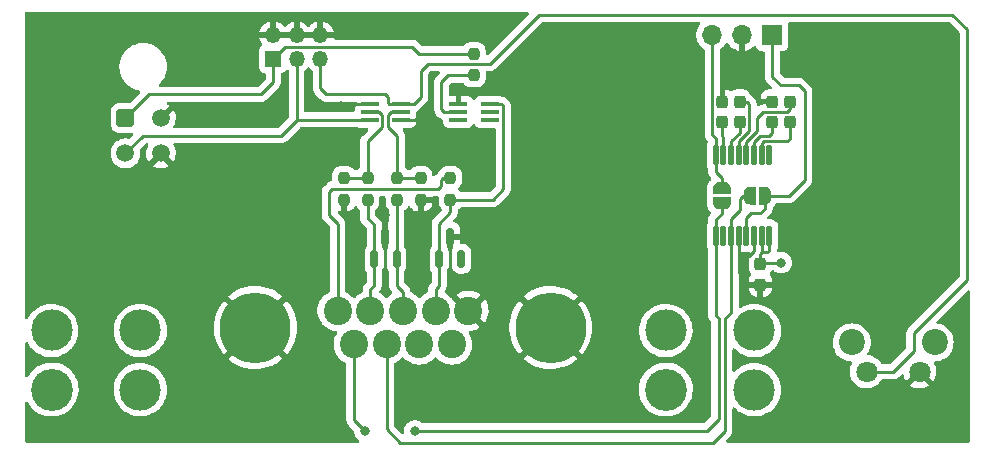
<source format=gtl>
%TF.GenerationSoftware,KiCad,Pcbnew,(5.99.0-8090-ga1d7a959f7)*%
%TF.CreationDate,2021-08-13T15:37:55+01:00*%
%TF.ProjectId,conio-b,636f6e69-6f2d-4622-9e6b-696361645f70,rev?*%
%TF.SameCoordinates,Original*%
%TF.FileFunction,Copper,L1,Top*%
%TF.FilePolarity,Positive*%
%FSLAX46Y46*%
G04 Gerber Fmt 4.6, Leading zero omitted, Abs format (unit mm)*
G04 Created by KiCad (PCBNEW (5.99.0-8090-ga1d7a959f7)) date 2021-08-13 15:37:55*
%MOMM*%
%LPD*%
G01*
G04 APERTURE LIST*
G04 Aperture macros list*
%AMRoundRect*
0 Rectangle with rounded corners*
0 $1 Rounding radius*
0 $2 $3 $4 $5 $6 $7 $8 $9 X,Y pos of 4 corners*
0 Add a 4 corners polygon primitive as box body*
4,1,4,$2,$3,$4,$5,$6,$7,$8,$9,$2,$3,0*
0 Add four circle primitives for the rounded corners*
1,1,$1+$1,$2,$3,0*
1,1,$1+$1,$4,$5,0*
1,1,$1+$1,$6,$7,0*
1,1,$1+$1,$8,$9,0*
0 Add four rect primitives between the rounded corners*
20,1,$1+$1,$2,$3,$4,$5,0*
20,1,$1+$1,$4,$5,$6,$7,0*
20,1,$1+$1,$6,$7,$8,$9,0*
20,1,$1+$1,$8,$9,$2,$3,0*%
G04 Aperture macros list end*
%TA.AperFunction,SMDPad,CuDef*%
%ADD10RoundRect,0.150000X0.150000X-0.587500X0.150000X0.587500X-0.150000X0.587500X-0.150000X-0.587500X0*%
%TD*%
%TA.AperFunction,SMDPad,CuDef*%
%ADD11RoundRect,0.125000X-0.125000X0.762500X-0.125000X-0.762500X0.125000X-0.762500X0.125000X0.762500X0*%
%TD*%
%TA.AperFunction,ComponentPad*%
%ADD12C,3.500000*%
%TD*%
%TA.AperFunction,ComponentPad*%
%ADD13C,3.550000*%
%TD*%
%TA.AperFunction,SMDPad,CuDef*%
%ADD14R,1.500000X0.400000*%
%TD*%
%TA.AperFunction,SMDPad,CuDef*%
%ADD15RoundRect,0.237500X0.237500X-0.250000X0.237500X0.250000X-0.237500X0.250000X-0.237500X-0.250000X0*%
%TD*%
%TA.AperFunction,ComponentPad*%
%ADD16C,6.000000*%
%TD*%
%TA.AperFunction,ComponentPad*%
%ADD17C,2.400000*%
%TD*%
%TA.AperFunction,SMDPad,CuDef*%
%ADD18RoundRect,0.237500X-0.237500X0.300000X-0.237500X-0.300000X0.237500X-0.300000X0.237500X0.300000X0*%
%TD*%
%TA.AperFunction,ComponentPad*%
%ADD19R,1.350000X1.350000*%
%TD*%
%TA.AperFunction,ComponentPad*%
%ADD20O,1.350000X1.350000*%
%TD*%
%TA.AperFunction,SMDPad,CuDef*%
%ADD21RoundRect,0.237500X0.237500X-0.300000X0.237500X0.300000X-0.237500X0.300000X-0.237500X-0.300000X0*%
%TD*%
%TA.AperFunction,ComponentPad*%
%ADD22R,1.700000X1.700000*%
%TD*%
%TA.AperFunction,ComponentPad*%
%ADD23O,1.700000X1.700000*%
%TD*%
%TA.AperFunction,ComponentPad*%
%ADD24RoundRect,0.250001X-0.499999X-0.499999X0.499999X-0.499999X0.499999X0.499999X-0.499999X0.499999X0*%
%TD*%
%TA.AperFunction,ComponentPad*%
%ADD25C,1.500000*%
%TD*%
%TA.AperFunction,ComponentPad*%
%ADD26C,2.200000*%
%TD*%
%TA.AperFunction,ComponentPad*%
%ADD27C,1.800000*%
%TD*%
%TA.AperFunction,ViaPad*%
%ADD28C,0.800000*%
%TD*%
%TA.AperFunction,Conductor*%
%ADD29C,0.250000*%
%TD*%
G04 APERTURE END LIST*
D10*
%TO.P,D2,1,K*%
%TO.N,Net-(D2-Pad1)*%
X150868750Y-104025000D03*
%TO.P,D2,2,K*%
%TO.N,no_connect_24*%
X152768750Y-104025000D03*
%TO.P,D2,3,A*%
%TO.N,GND*%
X151818750Y-102150000D03*
%TD*%
%TA.AperFunction,SMDPad,CuDef*%
%TO.P,JP1,1,A*%
%TO.N,/RX*%
G36*
X174068750Y-98524999D02*
G01*
X174068750Y-98025000D01*
X174073717Y-98025000D01*
X174075182Y-97945059D01*
X174117457Y-97809744D01*
X174196013Y-97691734D01*
X174304532Y-97600514D01*
X174434291Y-97543419D01*
X174568751Y-97525836D01*
X174568751Y-97525000D01*
X175068750Y-97525001D01*
X175068750Y-97525837D01*
X175074859Y-97525038D01*
X175214936Y-97546849D01*
X175343261Y-97607097D01*
X175449519Y-97700941D01*
X175525167Y-97820836D01*
X175564124Y-97957143D01*
X175563709Y-98025000D01*
X175568750Y-98025000D01*
X175568749Y-98525000D01*
X174068750Y-98524999D01*
G37*
%TD.AperFunction*%
%TA.AperFunction,SMDPad,CuDef*%
%TO.P,JP1,2,B*%
%TO.N,Net-(J1-Pad6)*%
G36*
X175563709Y-99325000D02*
G01*
X175563258Y-99398905D01*
X175522639Y-99534726D01*
X175445531Y-99653688D01*
X175338134Y-99746226D01*
X175209082Y-99804903D01*
X175068749Y-99825000D01*
X174568750Y-99824999D01*
X174556534Y-99824850D01*
X174416733Y-99801330D01*
X174289154Y-99739518D01*
X174184050Y-99644383D01*
X174109873Y-99523573D01*
X174072584Y-99386800D01*
X174073717Y-99325000D01*
X174068750Y-99325000D01*
X174068751Y-98825000D01*
X175568750Y-98825001D01*
X175568750Y-99325000D01*
X175563709Y-99325000D01*
G37*
%TD.AperFunction*%
%TD*%
D11*
%TO.P,U1,1,READY*%
%TO.N,no_connect_28*%
X178843750Y-95262500D03*
%TO.P,U1,2,C1+*%
%TO.N,Net-(C1-Pad1)*%
X178193750Y-95262500D03*
%TO.P,U1,3,V+*%
%TO.N,Net-(C4-Pad1)*%
X177543750Y-95262500D03*
%TO.P,U1,4,C1-*%
%TO.N,Net-(C1-Pad2)*%
X176893750Y-95262500D03*
%TO.P,U1,5,C2+*%
%TO.N,Net-(C3-Pad1)*%
X176243750Y-95262500D03*
%TO.P,U1,6,C2-*%
%TO.N,Net-(C3-Pad2)*%
X175593750Y-95262500D03*
%TO.P,U1,7,V-*%
%TO.N,Net-(C5-Pad1)*%
X174943750Y-95262500D03*
%TO.P,U1,8,R1IN*%
%TO.N,/RX*%
X174293750Y-95262500D03*
%TO.P,U1,9,R1OUT*%
%TO.N,Net-(J1-Pad6)*%
X174293750Y-102087500D03*
%TO.P,U1,10,~INVALID*%
%TO.N,no_connect_29*%
X174943750Y-102087500D03*
%TO.P,U1,11,T1IN*%
%TO.N,Net-(J1-Pad7)*%
X175593750Y-102087500D03*
%TO.P,U1,12,FORCEON*%
%TO.N,GND*%
X176243750Y-102087500D03*
%TO.P,U1,13,T1OUT*%
%TO.N,/TX*%
X176893750Y-102087500D03*
%TO.P,U1,14,GND*%
%TO.N,GND*%
X177543750Y-102087500D03*
%TO.P,U1,15,VCC*%
%TO.N,+3V3*%
X178193750Y-102087500D03*
%TO.P,U1,16,~FORCEOFF*%
X178843750Y-102087500D03*
%TD*%
D12*
%TO.P,H2,1*%
%TO.N,N/C*%
X118068750Y-110087500D03*
X125568750Y-115087500D03*
X125568750Y-110087500D03*
D13*
X118068750Y-115087500D03*
%TD*%
D14*
%TO.P,Q2,1,S*%
%TO.N,GND*%
X152488750Y-90937500D03*
%TO.P,Q2,2,G*%
%TO.N,Net-(Q2-Pad2)*%
X152488750Y-91587500D03*
%TO.P,Q2,3,D*%
%TO.N,no_connect_25*%
X152488750Y-92237500D03*
%TO.P,Q2,4,S*%
%TO.N,no_connect_26*%
X155148750Y-92237500D03*
%TO.P,Q2,5,G*%
%TO.N,no_connect_27*%
X155148750Y-91587500D03*
%TO.P,Q2,6,D*%
%TO.N,Net-(D2-Pad1)*%
X155148750Y-90937500D03*
%TD*%
D15*
%TO.P,R2,1*%
%TO.N,Net-(D1-Pad1)*%
X144818750Y-99000000D03*
%TO.P,R2,2*%
%TO.N,Net-(Q1-Pad5)*%
X144818750Y-97175000D03*
%TD*%
D16*
%TO.P,J1,0,PAD*%
%TO.N,GND*%
X135323750Y-109837500D03*
X160313750Y-109837500D03*
D17*
%TO.P,J1,1,1*%
%TO.N,+3V3*%
X142278750Y-108417500D03*
%TO.P,J1,2,2*%
%TO.N,Net-(D1-Pad1)*%
X145048750Y-108417500D03*
%TO.P,J1,3,3*%
%TO.N,Net-(D1-Pad2)*%
X147818750Y-108417500D03*
%TO.P,J1,4,4*%
%TO.N,Net-(D2-Pad1)*%
X150588750Y-108417500D03*
%TO.P,J1,5,5*%
%TO.N,GND*%
X153358750Y-108417500D03*
%TO.P,J1,6,6*%
%TO.N,Net-(J1-Pad6)*%
X143663750Y-111257500D03*
%TO.P,J1,7,7*%
%TO.N,Net-(J1-Pad7)*%
X146433750Y-111257500D03*
%TO.P,J1,8,8*%
%TO.N,Net-(J1-Pad8)*%
X149203750Y-111257500D03*
%TO.P,J1,9,9*%
%TO.N,Net-(J1-Pad9)*%
X151973750Y-111257500D03*
%TD*%
D15*
%TO.P,R3,1*%
%TO.N,Net-(D2-Pad1)*%
X151818750Y-99000000D03*
%TO.P,R3,2*%
%TO.N,+3V3*%
X151818750Y-97175000D03*
%TD*%
D12*
%TO.P,H1,1*%
%TO.N,N/C*%
X177568750Y-115087500D03*
D13*
X170068750Y-115087500D03*
D12*
X177568750Y-110087500D03*
X170068750Y-110087500D03*
%TD*%
D18*
%TO.P,C3,1*%
%TO.N,Net-(C3-Pad1)*%
X176318750Y-90725000D03*
%TO.P,C3,2*%
%TO.N,Net-(C3-Pad2)*%
X176318750Y-92450000D03*
%TD*%
D14*
%TO.P,Q1,1,S*%
%TO.N,GND*%
X147648750Y-92237500D03*
%TO.P,Q1,2,G*%
%TO.N,Net-(Q1-Pad2)*%
X147648750Y-91587500D03*
%TO.P,Q1,3,D*%
%TO.N,/RST_BTN*%
X147648750Y-90937500D03*
%TO.P,Q1,4,S*%
%TO.N,GND*%
X144988750Y-90937500D03*
%TO.P,Q1,5,G*%
%TO.N,Net-(Q1-Pad5)*%
X144988750Y-91587500D03*
%TO.P,Q1,6,D*%
%TO.N,/PWR_BTN*%
X144988750Y-92237500D03*
%TD*%
D15*
%TO.P,R4,1*%
%TO.N,Net-(Q2-Pad2)*%
X153818750Y-88500000D03*
%TO.P,R4,2*%
%TO.N,/PWR_LED*%
X153818750Y-86675000D03*
%TD*%
D18*
%TO.P,C2,1*%
%TO.N,+3V3*%
X178068750Y-104475000D03*
%TO.P,C2,2*%
%TO.N,GND*%
X178068750Y-106200000D03*
%TD*%
D10*
%TO.P,D1,1,K*%
%TO.N,Net-(D1-Pad1)*%
X145368750Y-104025000D03*
%TO.P,D1,2,K*%
%TO.N,Net-(D1-Pad2)*%
X147268750Y-104025000D03*
%TO.P,D1,3,A*%
%TO.N,GND*%
X146318750Y-102150000D03*
%TD*%
%TA.AperFunction,SMDPad,CuDef*%
%TO.P,JP2,1,A*%
%TO.N,/TX*%
G36*
X177968751Y-97925000D02*
G01*
X178468750Y-97925000D01*
X178468750Y-97929967D01*
X178548691Y-97931432D01*
X178684006Y-97973707D01*
X178802016Y-98052262D01*
X178893236Y-98160782D01*
X178950331Y-98290541D01*
X178967914Y-98425001D01*
X178968750Y-98425001D01*
X178968749Y-98925000D01*
X178967913Y-98925000D01*
X178968712Y-98931109D01*
X178946901Y-99071186D01*
X178886653Y-99199511D01*
X178792809Y-99305769D01*
X178672914Y-99381417D01*
X178536607Y-99420374D01*
X178468750Y-99419959D01*
X178468750Y-99425000D01*
X177968750Y-99424999D01*
X177968751Y-97925000D01*
G37*
%TD.AperFunction*%
%TA.AperFunction,SMDPad,CuDef*%
%TO.P,JP2,2,B*%
%TO.N,Net-(J1-Pad7)*%
G36*
X177168750Y-99419959D02*
G01*
X177094845Y-99419508D01*
X176959024Y-99378889D01*
X176840062Y-99301782D01*
X176747524Y-99194384D01*
X176688847Y-99065332D01*
X176668750Y-98924999D01*
X176668751Y-98425000D01*
X176668900Y-98412784D01*
X176692420Y-98272983D01*
X176754232Y-98145404D01*
X176849367Y-98040300D01*
X176970177Y-97966123D01*
X177106950Y-97928834D01*
X177168750Y-97929967D01*
X177168750Y-97925000D01*
X177668750Y-97925001D01*
X177668749Y-99425000D01*
X177168750Y-99425000D01*
X177168750Y-99419959D01*
G37*
%TD.AperFunction*%
%TD*%
D19*
%TO.P,J3,1,Pin_1*%
%TO.N,/PWR_LED*%
X136818750Y-87087500D03*
D20*
%TO.P,J3,2,Pin_2*%
%TO.N,GND*%
X136818750Y-85087500D03*
%TO.P,J3,3,Pin_3*%
%TO.N,/PWR_BTN*%
X138818750Y-87087500D03*
%TO.P,J3,4,Pin_4*%
%TO.N,GND*%
X138818750Y-85087500D03*
%TO.P,J3,5,Pin_5*%
%TO.N,/RST_BTN*%
X140818750Y-87087500D03*
%TO.P,J3,6,Pin_6*%
%TO.N,GND*%
X140818750Y-85087500D03*
%TD*%
D15*
%TO.P,R5,1*%
%TO.N,GND*%
X149318750Y-99000000D03*
%TO.P,R5,2*%
%TO.N,Net-(Q1-Pad2)*%
X149318750Y-97175000D03*
%TD*%
%TO.P,R1,1*%
%TO.N,Net-(D1-Pad2)*%
X147318750Y-99000000D03*
%TO.P,R1,2*%
%TO.N,Net-(Q1-Pad2)*%
X147318750Y-97175000D03*
%TD*%
D21*
%TO.P,C1,1*%
%TO.N,Net-(C1-Pad1)*%
X180568750Y-92450000D03*
%TO.P,C1,2*%
%TO.N,Net-(C1-Pad2)*%
X180568750Y-90725000D03*
%TD*%
D15*
%TO.P,R6,1*%
%TO.N,GND*%
X142818750Y-99000000D03*
%TO.P,R6,2*%
%TO.N,Net-(Q1-Pad5)*%
X142818750Y-97175000D03*
%TD*%
D22*
%TO.P,J4,1,Pin_1*%
%TO.N,/TX*%
X179068750Y-85087500D03*
D23*
%TO.P,J4,2,Pin_2*%
%TO.N,GND*%
X176528750Y-85087500D03*
%TO.P,J4,3,Pin_3*%
%TO.N,/RX*%
X173988750Y-85087500D03*
%TD*%
D21*
%TO.P,C4,1*%
%TO.N,Net-(C4-Pad1)*%
X179068750Y-92450000D03*
%TO.P,C4,2*%
%TO.N,GND*%
X179068750Y-90725000D03*
%TD*%
D24*
%TO.P,J2,1,Pin_1*%
%TO.N,/PWR_LED*%
X124318750Y-92087500D03*
D25*
%TO.P,J2,2,Pin_2*%
%TO.N,GND*%
X127318750Y-92087500D03*
%TO.P,J2,3,Pin_3*%
%TO.N,/PWR_BTN*%
X124318750Y-95087500D03*
%TO.P,J2,4,Pin_4*%
%TO.N,GND*%
X127318750Y-95087500D03*
%TD*%
D21*
%TO.P,C5,1*%
%TO.N,Net-(C5-Pad1)*%
X174818750Y-92450000D03*
%TO.P,C5,2*%
%TO.N,GND*%
X174818750Y-90725000D03*
%TD*%
D26*
%TO.P,SW1,*%
%TO.N,*%
X185813750Y-111097500D03*
X192823750Y-111097500D03*
D27*
%TO.P,SW1,1,1*%
%TO.N,/RST_BTN*%
X187068750Y-113587500D03*
%TO.P,SW1,2,2*%
%TO.N,GND*%
X191568750Y-113587500D03*
%TD*%
D28*
%TO.N,GND*%
X156568750Y-89087500D03*
X143568750Y-100337500D03*
X180068750Y-106337500D03*
X150068750Y-91587500D03*
X149318750Y-100337500D03*
X152818750Y-100337500D03*
X142568750Y-91087500D03*
X146318750Y-100337500D03*
%TO.N,Net-(J1-Pad6)*%
X148818750Y-118587500D03*
X144568750Y-118587500D03*
%TO.N,+3V3*%
X179818750Y-104337500D03*
%TD*%
D29*
%TO.N,GND*%
X177543750Y-102087500D02*
X177543750Y-103362500D01*
X142568750Y-91087500D02*
X142718750Y-90937500D01*
X149418750Y-92237500D02*
X150068750Y-91587500D01*
X177181250Y-106200000D02*
X178068750Y-106200000D01*
X142718750Y-90937500D02*
X144988750Y-90937500D01*
X177143750Y-103762500D02*
X176243750Y-103762500D01*
X176243750Y-103762500D02*
X176243750Y-105262500D01*
X176243750Y-102087500D02*
X176243750Y-103762500D01*
X177543750Y-103362500D02*
X177143750Y-103762500D01*
X176243750Y-105262500D02*
X177181250Y-106200000D01*
X147648750Y-92237500D02*
X149418750Y-92237500D01*
%TO.N,Net-(D1-Pad2)*%
X147818750Y-106837500D02*
X147818750Y-109167500D01*
X147268750Y-104025000D02*
X147268750Y-99050000D01*
X147268750Y-104025000D02*
X147268750Y-106287500D01*
X147268750Y-106287500D02*
X147818750Y-106837500D01*
X147268750Y-99050000D02*
X147318750Y-99000000D01*
%TO.N,Net-(D1-Pad1)*%
X145048750Y-106607500D02*
X145368750Y-106287500D01*
X145368750Y-106287500D02*
X145368750Y-104025000D01*
X145368750Y-104025000D02*
X145368750Y-101137500D01*
X145368750Y-101137500D02*
X144818750Y-100587500D01*
X145048750Y-109167500D02*
X145048750Y-106607500D01*
X144818750Y-100587500D02*
X144818750Y-99000000D01*
%TO.N,Net-(C1-Pad2)*%
X180318750Y-91587500D02*
X180568750Y-91337500D01*
X177818750Y-93201076D02*
X177818750Y-92087500D01*
X180568750Y-91337500D02*
X180568750Y-90725000D01*
X176893750Y-94126076D02*
X177818750Y-93201076D01*
X177818750Y-92087500D02*
X178318750Y-91587500D01*
X178318750Y-91587500D02*
X180318750Y-91587500D01*
X176893750Y-95262500D02*
X176893750Y-94126076D01*
%TO.N,Net-(D2-Pad1)*%
X150868750Y-104025000D02*
X150868750Y-106287500D01*
X150868750Y-104025000D02*
X150868750Y-101037500D01*
X155406250Y-99000000D02*
X151818750Y-99000000D01*
X150868750Y-106287500D02*
X150588750Y-106567500D01*
X150588750Y-106567500D02*
X150588750Y-109167500D01*
X156318750Y-91087500D02*
X156318750Y-98087500D01*
X156318750Y-98087500D02*
X155406250Y-99000000D01*
X155148750Y-90937500D02*
X156168750Y-90937500D01*
X156168750Y-90937500D02*
X156318750Y-91087500D01*
X151818750Y-99000000D02*
X151818750Y-100087500D01*
X150868750Y-101037500D02*
X151818750Y-100087500D01*
%TO.N,Net-(J1-Pad7)*%
X175593750Y-102087500D02*
X175593750Y-108562500D01*
X175593750Y-100650000D02*
X176318750Y-99925000D01*
X175593750Y-102087500D02*
X175593750Y-100650000D01*
X175068750Y-109087500D02*
X175068750Y-118587500D01*
X174068750Y-119587500D02*
X147568750Y-119587500D01*
X176318750Y-98925000D02*
X176568750Y-98675000D01*
X146433750Y-118452500D02*
X146433750Y-111257500D01*
X175068750Y-118587500D02*
X174068750Y-119587500D01*
X147568750Y-119587500D02*
X146433750Y-118452500D01*
X176318750Y-99925000D02*
X176318750Y-98925000D01*
X176568750Y-98675000D02*
X177168750Y-98675000D01*
X175593750Y-108562500D02*
X175068750Y-109087500D01*
%TO.N,Net-(J1-Pad6)*%
X174818750Y-99325000D02*
X174818750Y-100175000D01*
X174568750Y-117587500D02*
X174568750Y-109087500D01*
X143663750Y-111257500D02*
X143663750Y-117682500D01*
X173568750Y-118587500D02*
X174568750Y-117587500D01*
X174818750Y-100175000D02*
X174293750Y-100700000D01*
X174293750Y-100700000D02*
X174293750Y-102087500D01*
X174293750Y-108812500D02*
X174293750Y-102087500D01*
X174568750Y-109087500D02*
X174293750Y-108812500D01*
X148818750Y-118587500D02*
X173568750Y-118587500D01*
X143663750Y-117682500D02*
X144568750Y-118587500D01*
%TO.N,+3V3*%
X151818750Y-97175000D02*
X151231250Y-97175000D01*
X151068750Y-97837500D02*
X150818750Y-98087500D01*
X179818750Y-104337500D02*
X178206250Y-104337500D01*
X178193750Y-103462500D02*
X178693750Y-103462500D01*
X178068750Y-104475000D02*
X178068750Y-103587500D01*
X178693750Y-103462500D02*
X178843750Y-103312500D01*
X151231250Y-97175000D02*
X151068750Y-97337500D01*
X178206250Y-104337500D02*
X178068750Y-104475000D01*
X151068750Y-97337500D02*
X151068750Y-97837500D01*
X178068750Y-103587500D02*
X178193750Y-103462500D01*
X178843750Y-103312500D02*
X178843750Y-102087500D01*
X150818750Y-98087500D02*
X141818750Y-98087500D01*
X142278750Y-101047500D02*
X141568750Y-100337500D01*
X141568750Y-100337500D02*
X141568750Y-98337500D01*
X178193750Y-103462500D02*
X178193750Y-102087500D01*
X141818750Y-98087500D02*
X141568750Y-98337500D01*
X142278750Y-109167500D02*
X142278750Y-101047500D01*
%TO.N,/PWR_BTN*%
X124318750Y-95087500D02*
X125818750Y-93587500D01*
X138818750Y-89087500D02*
X138818750Y-87087500D01*
X137483237Y-93587500D02*
X138818750Y-92251987D01*
X138818750Y-92251987D02*
X138818750Y-89087500D01*
X138818750Y-92251987D02*
X138833237Y-92237500D01*
X138833237Y-92237500D02*
X144988750Y-92237500D01*
X138818750Y-89087500D02*
X138818750Y-91587500D01*
X125818750Y-93587500D02*
X137483237Y-93587500D01*
%TO.N,/PWR_LED*%
X149156250Y-86675000D02*
X153818750Y-86675000D01*
X137818750Y-86087500D02*
X148568750Y-86087500D01*
X148568750Y-86087500D02*
X149156250Y-86675000D01*
X135818750Y-90087500D02*
X126318750Y-90087500D01*
X136818750Y-87087500D02*
X137818750Y-86087500D01*
X126318750Y-90087500D02*
X124318750Y-92087500D01*
X136818750Y-87087500D02*
X136818750Y-89087500D01*
X136818750Y-89087500D02*
X135818750Y-90087500D01*
%TO.N,/RST_BTN*%
X147648750Y-90937500D02*
X146668750Y-90937500D01*
X140818750Y-89587500D02*
X141318750Y-90087500D01*
X191068750Y-110337500D02*
X195568750Y-105837500D01*
X189318750Y-113587500D02*
X191068750Y-111837500D01*
X155168730Y-87487520D02*
X149918730Y-87487520D01*
X146568750Y-90837500D02*
X146568750Y-90337500D01*
X194318750Y-83337500D02*
X159318750Y-83337500D01*
X191068750Y-111837500D02*
X191068750Y-110337500D01*
X187068750Y-113587500D02*
X189318750Y-113587500D01*
X146568750Y-90337500D02*
X146318750Y-90087500D01*
X146668750Y-90937500D02*
X146568750Y-90837500D01*
X149918730Y-87487520D02*
X149318750Y-88087500D01*
X149318750Y-90337500D02*
X148718750Y-90937500D01*
X140818750Y-87087500D02*
X140818750Y-89587500D01*
X159318750Y-83337500D02*
X155168730Y-87487520D01*
X148718750Y-90937500D02*
X147648750Y-90937500D01*
X195568750Y-105837500D02*
X195568750Y-84587500D01*
X195568750Y-84587500D02*
X194318750Y-83337500D01*
X149318750Y-88087500D02*
X149318750Y-90337500D01*
X141318750Y-90087500D02*
X146318750Y-90087500D01*
%TO.N,Net-(Q1-Pad5)*%
X142818750Y-97175000D02*
X144818750Y-97175000D01*
X144818750Y-94087500D02*
X144818750Y-97175000D01*
X146063770Y-92842480D02*
X144818750Y-94087500D01*
X145818750Y-91587500D02*
X146063770Y-91832520D01*
X144988750Y-91587500D02*
X145818750Y-91587500D01*
X146063770Y-91832520D02*
X146063770Y-92842480D01*
%TO.N,Net-(Q1-Pad2)*%
X146573730Y-91832520D02*
X146573730Y-92842480D01*
X147318750Y-93587500D02*
X147318750Y-97175000D01*
X147318750Y-97175000D02*
X149318750Y-97175000D01*
X147648750Y-91587500D02*
X146818750Y-91587500D01*
X146573730Y-92842480D02*
X147318750Y-93587500D01*
X146818750Y-91587500D02*
X146573730Y-91832520D01*
%TO.N,Net-(C1-Pad1)*%
X178368730Y-94037520D02*
X180368730Y-94037520D01*
X178193750Y-94212500D02*
X178368730Y-94037520D01*
X178193750Y-95262500D02*
X178193750Y-94212500D01*
X180568750Y-93837500D02*
X180568750Y-92450000D01*
X180368730Y-94037520D02*
X180568750Y-93837500D01*
%TO.N,Net-(C3-Pad2)*%
X175593750Y-94062500D02*
X176318750Y-93337500D01*
X176318750Y-93337500D02*
X176318750Y-92450000D01*
X175593750Y-95262500D02*
X175593750Y-94062500D01*
%TO.N,Net-(C3-Pad1)*%
X176956250Y-90725000D02*
X176318750Y-90725000D01*
X176243750Y-95262500D02*
X176243750Y-94048924D01*
X177118770Y-90887520D02*
X176956250Y-90725000D01*
X177118770Y-93173904D02*
X177118770Y-90887520D01*
X176243750Y-94048924D02*
X177118770Y-93173904D01*
%TO.N,Net-(Q2-Pad2)*%
X151318750Y-91587500D02*
X151068750Y-91337500D01*
X151068750Y-91337500D02*
X151068750Y-89087500D01*
X152488750Y-91587500D02*
X151318750Y-91587500D01*
X151068750Y-89087500D02*
X151656250Y-88500000D01*
X151656250Y-88500000D02*
X153818750Y-88500000D01*
%TO.N,Net-(C4-Pad1)*%
X177543750Y-95262500D02*
X177543750Y-94112500D01*
X177543750Y-94112500D02*
X178068750Y-93587500D01*
X178068750Y-93587500D02*
X178818750Y-93587500D01*
X178818750Y-93587500D02*
X179068750Y-93337500D01*
X179068750Y-93337500D02*
X179068750Y-92450000D01*
%TO.N,Net-(C5-Pad1)*%
X174818750Y-93587500D02*
X174818750Y-92450000D01*
X174943750Y-93712500D02*
X174818750Y-93587500D01*
X174943750Y-95262500D02*
X174943750Y-93712500D01*
%TO.N,/RX*%
X173988750Y-93507500D02*
X174293750Y-93812500D01*
X174818750Y-97175000D02*
X174293750Y-96650000D01*
X174293750Y-93812500D02*
X174293750Y-95262500D01*
X174818750Y-98025000D02*
X174818750Y-97175000D01*
X173988750Y-85087500D02*
X173988750Y-93507500D01*
X174293750Y-96650000D02*
X174293750Y-95262500D01*
%TO.N,/TX*%
X177318750Y-100175000D02*
X178068750Y-100175000D01*
X178468750Y-99775000D02*
X178468750Y-98675000D01*
X178068750Y-100175000D02*
X178468750Y-99775000D01*
X181818750Y-97337500D02*
X180481250Y-98675000D01*
X181318750Y-89337500D02*
X181818750Y-89837500D01*
X181818750Y-89837500D02*
X181818750Y-97337500D01*
X179068750Y-88587500D02*
X179818750Y-89337500D01*
X180481250Y-98675000D02*
X178468750Y-98675000D01*
X176893750Y-102087500D02*
X176893750Y-100600000D01*
X179818750Y-89337500D02*
X181318750Y-89337500D01*
X176893750Y-100600000D02*
X177318750Y-100175000D01*
X179068750Y-85087500D02*
X179068750Y-88587500D01*
%TD*%
%TA.AperFunction,Conductor*%
%TO.N,GND*%
G36*
X158428777Y-83115502D02*
G01*
X158475270Y-83169158D01*
X158485374Y-83239432D01*
X158455880Y-83304012D01*
X158449751Y-83310595D01*
X155017345Y-86743001D01*
X154955033Y-86777027D01*
X154884218Y-86771962D01*
X154827382Y-86729415D01*
X154802571Y-86662895D01*
X154802250Y-86653906D01*
X154802250Y-86382116D01*
X154800639Y-86368292D01*
X154787955Y-86259507D01*
X154787107Y-86252234D01*
X154759446Y-86176028D01*
X154730257Y-86095612D01*
X154730257Y-86095611D01*
X154727760Y-86088733D01*
X154632391Y-85943271D01*
X154506117Y-85823651D01*
X154385326Y-85753490D01*
X154362040Y-85739964D01*
X154362039Y-85739963D01*
X154355711Y-85736288D01*
X154348707Y-85734167D01*
X154348703Y-85734165D01*
X154219346Y-85694987D01*
X154189241Y-85685869D01*
X154182802Y-85685294D01*
X154182800Y-85685294D01*
X154115068Y-85679249D01*
X154115062Y-85679249D01*
X154112275Y-85679000D01*
X153538366Y-85679000D01*
X153534732Y-85679424D01*
X153534727Y-85679424D01*
X153415757Y-85693295D01*
X153408484Y-85694143D01*
X153401602Y-85696641D01*
X153292375Y-85736288D01*
X153244983Y-85753490D01*
X153099521Y-85848859D01*
X152979901Y-85975133D01*
X152976224Y-85981464D01*
X152971840Y-85987324D01*
X152970127Y-85986043D01*
X152926275Y-86027641D01*
X152868826Y-86041500D01*
X149470844Y-86041500D01*
X149402723Y-86021498D01*
X149381749Y-86004595D01*
X149072141Y-85694987D01*
X149064781Y-85686899D01*
X149060723Y-85680505D01*
X149011871Y-85634630D01*
X149009030Y-85631876D01*
X148988716Y-85611562D01*
X148985305Y-85608917D01*
X148976283Y-85601211D01*
X148949827Y-85576367D01*
X148944051Y-85570943D01*
X148937107Y-85567126D01*
X148937105Y-85567124D01*
X148926297Y-85561182D01*
X148909773Y-85550328D01*
X148900036Y-85542775D01*
X148900035Y-85542775D01*
X148893773Y-85537917D01*
X148886500Y-85534770D01*
X148886497Y-85534768D01*
X148866085Y-85525935D01*
X148853208Y-85520363D01*
X148842550Y-85515142D01*
X148810744Y-85497656D01*
X148810740Y-85497654D01*
X148803798Y-85493838D01*
X148796123Y-85491868D01*
X148796122Y-85491867D01*
X148784176Y-85488800D01*
X148765469Y-85482395D01*
X148754160Y-85477501D01*
X148754158Y-85477501D01*
X148746885Y-85474353D01*
X148739057Y-85473113D01*
X148739056Y-85473113D01*
X148703223Y-85467438D01*
X148691598Y-85465030D01*
X148654532Y-85455513D01*
X148654530Y-85455513D01*
X148648775Y-85454035D01*
X148648219Y-85454000D01*
X148628296Y-85454000D01*
X148608587Y-85452449D01*
X148588805Y-85449316D01*
X148580913Y-85450062D01*
X148545168Y-85453441D01*
X148533310Y-85454000D01*
X142097502Y-85454000D01*
X142029381Y-85433998D01*
X141982888Y-85380342D01*
X141972763Y-85345783D01*
X141972722Y-85345493D01*
X141959154Y-85341500D01*
X141072752Y-85341499D01*
X141072746Y-85341500D01*
X140041753Y-85341499D01*
X140041747Y-85341500D01*
X139072752Y-85341499D01*
X139072746Y-85341500D01*
X138041753Y-85341499D01*
X138041747Y-85341500D01*
X137072752Y-85341499D01*
X137072746Y-85341500D01*
X135680800Y-85341499D01*
X135667269Y-85345472D01*
X135665977Y-85354461D01*
X135697471Y-85478468D01*
X135701309Y-85489306D01*
X135787494Y-85676255D01*
X135793245Y-85686216D01*
X135886063Y-85817551D01*
X135909044Y-85884725D01*
X135892059Y-85953660D01*
X135851287Y-85996269D01*
X135815059Y-86019551D01*
X135815056Y-86019553D01*
X135807479Y-86024423D01*
X135801578Y-86031233D01*
X135717668Y-86128069D01*
X135717666Y-86128072D01*
X135711766Y-86134881D01*
X135651050Y-86267830D01*
X135649768Y-86276745D01*
X135649768Y-86276746D01*
X135630889Y-86408052D01*
X135630888Y-86408059D01*
X135630250Y-86412500D01*
X135630250Y-87762500D01*
X135635477Y-87835579D01*
X135651684Y-87890776D01*
X135669945Y-87952966D01*
X135676654Y-87975816D01*
X135681525Y-87983395D01*
X135750801Y-88091191D01*
X135750803Y-88091194D01*
X135755673Y-88098771D01*
X135783849Y-88123186D01*
X135859319Y-88188582D01*
X135859322Y-88188584D01*
X135866131Y-88194484D01*
X135999080Y-88255200D01*
X136007995Y-88256482D01*
X136007996Y-88256482D01*
X136034939Y-88260356D01*
X136077182Y-88266429D01*
X136141763Y-88295922D01*
X136180147Y-88355648D01*
X136185251Y-88391147D01*
X136185251Y-88772905D01*
X136165249Y-88841026D01*
X136148346Y-88862000D01*
X135593251Y-89417095D01*
X135530939Y-89451121D01*
X135504156Y-89454000D01*
X127279229Y-89454000D01*
X127211108Y-89433998D01*
X127164615Y-89380342D01*
X127154511Y-89310068D01*
X127188592Y-89240473D01*
X127358122Y-89064920D01*
X127358124Y-89064917D01*
X127361180Y-89061753D01*
X127365136Y-89056308D01*
X127523706Y-88838056D01*
X127523708Y-88838052D01*
X127526295Y-88834492D01*
X127528361Y-88830606D01*
X127528365Y-88830600D01*
X127656103Y-88590360D01*
X127656106Y-88590354D01*
X127658174Y-88586464D01*
X127676783Y-88535338D01*
X127752746Y-88326629D01*
X127752747Y-88326625D01*
X127754250Y-88322496D01*
X127812655Y-88047725D01*
X127814445Y-88022135D01*
X127831943Y-87771890D01*
X127832250Y-87767500D01*
X127819985Y-87592099D01*
X127812962Y-87491660D01*
X127812961Y-87491655D01*
X127812655Y-87487275D01*
X127754250Y-87212504D01*
X127751917Y-87206093D01*
X127659683Y-86952681D01*
X127659681Y-86952677D01*
X127658174Y-86948536D01*
X127656106Y-86944646D01*
X127656103Y-86944640D01*
X127528365Y-86704400D01*
X127528361Y-86704394D01*
X127526295Y-86700508D01*
X127439194Y-86580623D01*
X127363769Y-86476810D01*
X127363767Y-86476807D01*
X127361180Y-86473247D01*
X127350692Y-86462386D01*
X127169098Y-86274340D01*
X127169094Y-86274337D01*
X127166044Y-86271178D01*
X127162580Y-86268472D01*
X127162576Y-86268468D01*
X126948151Y-86100941D01*
X126948152Y-86100941D01*
X126944685Y-86098233D01*
X126792864Y-86010579D01*
X126705230Y-85959983D01*
X126705225Y-85959980D01*
X126701410Y-85957778D01*
X126697326Y-85956128D01*
X126697320Y-85956125D01*
X126445037Y-85854197D01*
X126440956Y-85852548D01*
X126426161Y-85848859D01*
X126172662Y-85785655D01*
X126172664Y-85785655D01*
X126168391Y-85784590D01*
X126164023Y-85784131D01*
X126164018Y-85784130D01*
X125893389Y-85755686D01*
X125893386Y-85755686D01*
X125889020Y-85755227D01*
X125884632Y-85755380D01*
X125884626Y-85755380D01*
X125612679Y-85764876D01*
X125612672Y-85764877D01*
X125608282Y-85765030D01*
X125603958Y-85765793D01*
X125603953Y-85765793D01*
X125491313Y-85785655D01*
X125331640Y-85813810D01*
X125064480Y-85900615D01*
X125060527Y-85902543D01*
X125060522Y-85902545D01*
X124955722Y-85953660D01*
X124812000Y-86023758D01*
X124808361Y-86026213D01*
X124808355Y-86026216D01*
X124666248Y-86122069D01*
X124579116Y-86180840D01*
X124370359Y-86368805D01*
X124317767Y-86431482D01*
X124192622Y-86580623D01*
X124192618Y-86580628D01*
X124189794Y-86583994D01*
X124040935Y-86822219D01*
X123926679Y-87078842D01*
X123849250Y-87348870D01*
X123848639Y-87353220D01*
X123848638Y-87353223D01*
X123834210Y-87455883D01*
X123810155Y-87627045D01*
X123810155Y-87907955D01*
X123829047Y-88042381D01*
X123841700Y-88132406D01*
X123849250Y-88186130D01*
X123926679Y-88456158D01*
X123928465Y-88460170D01*
X123928466Y-88460172D01*
X123954087Y-88517718D01*
X124040935Y-88712781D01*
X124043262Y-88716505D01*
X124061872Y-88746288D01*
X124189794Y-88951006D01*
X124192618Y-88954372D01*
X124192622Y-88954377D01*
X124274588Y-89052060D01*
X124370359Y-89166195D01*
X124579116Y-89354160D01*
X124640204Y-89395364D01*
X124808355Y-89508784D01*
X124808361Y-89508787D01*
X124812000Y-89511242D01*
X124888862Y-89548730D01*
X125060522Y-89632455D01*
X125060527Y-89632457D01*
X125064480Y-89634385D01*
X125331640Y-89721190D01*
X125381632Y-89730005D01*
X125482209Y-89747740D01*
X125545822Y-89779268D01*
X125582291Y-89840182D01*
X125580038Y-89911143D01*
X125549426Y-89960919D01*
X124718250Y-90792096D01*
X124655939Y-90826120D01*
X124629156Y-90829000D01*
X123775865Y-90829000D01*
X123680645Y-90840102D01*
X123650380Y-90843630D01*
X123650379Y-90843630D01*
X123643108Y-90844478D01*
X123476886Y-90904813D01*
X123428437Y-90936578D01*
X123335124Y-90997757D01*
X123335121Y-90997759D01*
X123329004Y-91001770D01*
X123207392Y-91130146D01*
X123118575Y-91283056D01*
X123067317Y-91452297D01*
X123066742Y-91458737D01*
X123066742Y-91458738D01*
X123061058Y-91522429D01*
X123060250Y-91531479D01*
X123060250Y-92630385D01*
X123075728Y-92763142D01*
X123136063Y-92929364D01*
X123174194Y-92987523D01*
X123220047Y-93057459D01*
X123233020Y-93077246D01*
X123361396Y-93198858D01*
X123514306Y-93287675D01*
X123683547Y-93338933D01*
X123689987Y-93339508D01*
X123689988Y-93339508D01*
X123759936Y-93345751D01*
X123759942Y-93345751D01*
X123762729Y-93346000D01*
X124860156Y-93346000D01*
X124928277Y-93366002D01*
X124974770Y-93419658D01*
X124984874Y-93489932D01*
X124955380Y-93554512D01*
X124949251Y-93561095D01*
X124689879Y-93820467D01*
X124627567Y-93854493D01*
X124571369Y-93853890D01*
X124508787Y-93838865D01*
X124508786Y-93838865D01*
X124503326Y-93837554D01*
X124416593Y-93832553D01*
X124284670Y-93824946D01*
X124284667Y-93824946D01*
X124279063Y-93824623D01*
X124056054Y-93851611D01*
X124050692Y-93853261D01*
X124050690Y-93853261D01*
X123995099Y-93870363D01*
X123841348Y-93917663D01*
X123836368Y-93920233D01*
X123836364Y-93920235D01*
X123666261Y-94008032D01*
X123641733Y-94020692D01*
X123637285Y-94024105D01*
X123607660Y-94046837D01*
X123463517Y-94157441D01*
X123312334Y-94323589D01*
X123309352Y-94328343D01*
X123196891Y-94507622D01*
X123192963Y-94513883D01*
X123109177Y-94722308D01*
X123063624Y-94942277D01*
X123057743Y-95166836D01*
X123091722Y-95388887D01*
X123093539Y-95394194D01*
X123161956Y-95594024D01*
X123164485Y-95601412D01*
X123273734Y-95797692D01*
X123277285Y-95802030D01*
X123277288Y-95802035D01*
X123403163Y-95955825D01*
X123416014Y-95971525D01*
X123420277Y-95975166D01*
X123420282Y-95975171D01*
X123555363Y-96090540D01*
X123586828Y-96117414D01*
X123602918Y-96126816D01*
X123775931Y-96227917D01*
X123775934Y-96227918D01*
X123780778Y-96230749D01*
X123786048Y-96232678D01*
X123786049Y-96232678D01*
X123986468Y-96306021D01*
X123986472Y-96306022D01*
X123991732Y-96307947D01*
X123997249Y-96308910D01*
X123997253Y-96308911D01*
X124169735Y-96339014D01*
X124213023Y-96346569D01*
X124218629Y-96346540D01*
X124218633Y-96346540D01*
X124321687Y-96346000D01*
X124437656Y-96345393D01*
X124445863Y-96343872D01*
X124653010Y-96305479D01*
X124653009Y-96305479D01*
X124658530Y-96304456D01*
X124665057Y-96301990D01*
X124761920Y-96265388D01*
X124868664Y-96225053D01*
X124874227Y-96221724D01*
X125012121Y-96139196D01*
X126631884Y-96139196D01*
X126637165Y-96146251D01*
X126776142Y-96227463D01*
X126786263Y-96232226D01*
X126986598Y-96305538D01*
X126997383Y-96308428D01*
X127207542Y-96345106D01*
X127218674Y-96346041D01*
X127431994Y-96344924D01*
X127443128Y-96343872D01*
X127652876Y-96304997D01*
X127663647Y-96301990D01*
X127863202Y-96226585D01*
X127873258Y-96221724D01*
X127995660Y-96148467D01*
X128005229Y-96138110D01*
X128001686Y-96129646D01*
X127331562Y-95459522D01*
X127317618Y-95451908D01*
X127315785Y-95452039D01*
X127309170Y-95456290D01*
X126638644Y-96126816D01*
X126631884Y-96139196D01*
X125012121Y-96139196D01*
X125061417Y-96109693D01*
X125230694Y-95962023D01*
X125371146Y-95786710D01*
X125478333Y-95589296D01*
X125548867Y-95376021D01*
X125580518Y-95153626D01*
X125582250Y-95087500D01*
X125562281Y-94863753D01*
X125554982Y-94837072D01*
X125556301Y-94766089D01*
X125587422Y-94714732D01*
X126044249Y-94257905D01*
X126106561Y-94223879D01*
X126133344Y-94221000D01*
X126149498Y-94221000D01*
X126217619Y-94241002D01*
X126264112Y-94294658D01*
X126274216Y-94364932D01*
X126256236Y-94413956D01*
X126196390Y-94509359D01*
X126191314Y-94519321D01*
X126111748Y-94717247D01*
X126108517Y-94727947D01*
X126065258Y-94936837D01*
X126063973Y-94947944D01*
X126058389Y-95161198D01*
X126059091Y-95172350D01*
X126091358Y-95383217D01*
X126094025Y-95394078D01*
X126163125Y-95595900D01*
X126167673Y-95606114D01*
X126256569Y-95765830D01*
X126266622Y-95775721D01*
X126274225Y-95772815D01*
X127229655Y-94817385D01*
X127291967Y-94783359D01*
X127362782Y-94788424D01*
X127407845Y-94817385D01*
X128360087Y-95769627D01*
X128372467Y-95776387D01*
X128378731Y-95771698D01*
X128475199Y-95594024D01*
X128479633Y-95583778D01*
X128546620Y-95381229D01*
X128549170Y-95370356D01*
X128579508Y-95157192D01*
X128580114Y-95149974D01*
X128581655Y-95091132D01*
X128581427Y-95083879D01*
X128562288Y-94869437D01*
X128560306Y-94858423D01*
X128504017Y-94652665D01*
X128500123Y-94642192D01*
X128408281Y-94449643D01*
X128402592Y-94440022D01*
X128388582Y-94420525D01*
X128365075Y-94353534D01*
X128381517Y-94284467D01*
X128432690Y-94235255D01*
X128490905Y-94221000D01*
X137404854Y-94221000D01*
X137415758Y-94221514D01*
X137423149Y-94223166D01*
X137431074Y-94222917D01*
X137431075Y-94222917D01*
X137490090Y-94221062D01*
X137494048Y-94221000D01*
X137522815Y-94221000D01*
X137526739Y-94220504D01*
X137526741Y-94220504D01*
X137527089Y-94220460D01*
X137538935Y-94219527D01*
X137583120Y-94218138D01*
X137602576Y-94212486D01*
X137621916Y-94208481D01*
X137642025Y-94205940D01*
X137649395Y-94203022D01*
X137649399Y-94203021D01*
X137683137Y-94189663D01*
X137694367Y-94185818D01*
X137729205Y-94175697D01*
X137729206Y-94175697D01*
X137736815Y-94173486D01*
X137754249Y-94163176D01*
X137772001Y-94154480D01*
X137783462Y-94149942D01*
X137783461Y-94149942D01*
X137790837Y-94147022D01*
X137811440Y-94132053D01*
X137826612Y-94121030D01*
X137836531Y-94114514D01*
X137874578Y-94092013D01*
X137874996Y-94091645D01*
X137889079Y-94077562D01*
X137904104Y-94064728D01*
X137920320Y-94052946D01*
X137948267Y-94019164D01*
X137956256Y-94010385D01*
X139058736Y-92907905D01*
X139121048Y-92873879D01*
X139147831Y-92871000D01*
X143937042Y-92871000D01*
X143989385Y-92882387D01*
X144085883Y-92926457D01*
X144085886Y-92926458D01*
X144094080Y-92930200D01*
X144102997Y-92931482D01*
X144234302Y-92950361D01*
X144234309Y-92950362D01*
X144238750Y-92951000D01*
X144755154Y-92951000D01*
X144823275Y-92971002D01*
X144869768Y-93024658D01*
X144879872Y-93094932D01*
X144850378Y-93159512D01*
X144844250Y-93166095D01*
X144426231Y-93584115D01*
X144418148Y-93591470D01*
X144411755Y-93595527D01*
X144406330Y-93601304D01*
X144406329Y-93601305D01*
X144365887Y-93644372D01*
X144363131Y-93647215D01*
X144342812Y-93667534D01*
X144340388Y-93670659D01*
X144340381Y-93670667D01*
X144340161Y-93670951D01*
X144332453Y-93679976D01*
X144302193Y-93712200D01*
X144292437Y-93729946D01*
X144281586Y-93746465D01*
X144274028Y-93756209D01*
X144274025Y-93756214D01*
X144269167Y-93762477D01*
X144254544Y-93796269D01*
X144251611Y-93803047D01*
X144246388Y-93813708D01*
X144225088Y-93852453D01*
X144223116Y-93860135D01*
X144223115Y-93860136D01*
X144220048Y-93872078D01*
X144213648Y-93890773D01*
X144205603Y-93909365D01*
X144204363Y-93917194D01*
X144198687Y-93953029D01*
X144196280Y-93964650D01*
X144194257Y-93972530D01*
X144185285Y-94007476D01*
X144185250Y-94008032D01*
X144185250Y-94027954D01*
X144183699Y-94047663D01*
X144180566Y-94067445D01*
X144181312Y-94075337D01*
X144184691Y-94111083D01*
X144185250Y-94122941D01*
X144185251Y-96224595D01*
X144165249Y-96292716D01*
X144128336Y-96329967D01*
X144099521Y-96348859D01*
X143979901Y-96475133D01*
X143976224Y-96481464D01*
X143971840Y-96487324D01*
X143970127Y-96486043D01*
X143926275Y-96527641D01*
X143868826Y-96541500D01*
X143764850Y-96541500D01*
X143696729Y-96521498D01*
X143659478Y-96484586D01*
X143657433Y-96481467D01*
X143632391Y-96443271D01*
X143506117Y-96323651D01*
X143385326Y-96253490D01*
X143362040Y-96239964D01*
X143362039Y-96239963D01*
X143355711Y-96236288D01*
X143348707Y-96234167D01*
X143348703Y-96234165D01*
X143224807Y-96196641D01*
X143189241Y-96185869D01*
X143182802Y-96185294D01*
X143182800Y-96185294D01*
X143115068Y-96179249D01*
X143115062Y-96179249D01*
X143112275Y-96179000D01*
X142538366Y-96179000D01*
X142534732Y-96179424D01*
X142534727Y-96179424D01*
X142415757Y-96193295D01*
X142408484Y-96194143D01*
X142401602Y-96196641D01*
X142292375Y-96236288D01*
X142244983Y-96253490D01*
X142099521Y-96348859D01*
X141979901Y-96475133D01*
X141892538Y-96625539D01*
X141890417Y-96632543D01*
X141890415Y-96632547D01*
X141868111Y-96706191D01*
X141842119Y-96792009D01*
X141841544Y-96798448D01*
X141841544Y-96798450D01*
X141836378Y-96856339D01*
X141835250Y-96868975D01*
X141835250Y-97331820D01*
X141815248Y-97399941D01*
X141761592Y-97446434D01*
X141728963Y-97456268D01*
X141726784Y-97456613D01*
X141718866Y-97456862D01*
X141699418Y-97462512D01*
X141680059Y-97466521D01*
X141667828Y-97468066D01*
X141667826Y-97468066D01*
X141659962Y-97469060D01*
X141652591Y-97471979D01*
X141652589Y-97471979D01*
X141618844Y-97485339D01*
X141607614Y-97489184D01*
X141565172Y-97501514D01*
X141558349Y-97505549D01*
X141547738Y-97511824D01*
X141529986Y-97520520D01*
X141511150Y-97527978D01*
X141504735Y-97532639D01*
X141475375Y-97553970D01*
X141465458Y-97560484D01*
X141427409Y-97582987D01*
X141426991Y-97583356D01*
X141412912Y-97597435D01*
X141397879Y-97610275D01*
X141381667Y-97622054D01*
X141376614Y-97628162D01*
X141353717Y-97655840D01*
X141345727Y-97664620D01*
X141176230Y-97834117D01*
X141168148Y-97841471D01*
X141161756Y-97845527D01*
X141156331Y-97851304D01*
X141156330Y-97851305D01*
X141115913Y-97894346D01*
X141113157Y-97897190D01*
X141092812Y-97917534D01*
X141090386Y-97920661D01*
X141090382Y-97920666D01*
X141090153Y-97920961D01*
X141082457Y-97929971D01*
X141059919Y-97953973D01*
X141052194Y-97962199D01*
X141048378Y-97969140D01*
X141048376Y-97969143D01*
X141042438Y-97979945D01*
X141031584Y-97996468D01*
X141025281Y-98004595D01*
X141019167Y-98012477D01*
X141006608Y-98041500D01*
X141001609Y-98053051D01*
X140996387Y-98063711D01*
X140975089Y-98102452D01*
X140970051Y-98122072D01*
X140963652Y-98140764D01*
X140955603Y-98159365D01*
X140954363Y-98167192D01*
X140954363Y-98167193D01*
X140948687Y-98203031D01*
X140946280Y-98214654D01*
X140935286Y-98257475D01*
X140935251Y-98258031D01*
X140935251Y-98277947D01*
X140933700Y-98297657D01*
X140930566Y-98317445D01*
X140931312Y-98325336D01*
X140934692Y-98361092D01*
X140935251Y-98372950D01*
X140935250Y-100259117D01*
X140934736Y-100270021D01*
X140933084Y-100277412D01*
X140933333Y-100285337D01*
X140933333Y-100285338D01*
X140935188Y-100344353D01*
X140935250Y-100348311D01*
X140935250Y-100377077D01*
X140935791Y-100381356D01*
X140936724Y-100393203D01*
X140937834Y-100428523D01*
X140938112Y-100437383D01*
X140940322Y-100444991D01*
X140940323Y-100444996D01*
X140943763Y-100456838D01*
X140947771Y-100476192D01*
X140950310Y-100496287D01*
X140953227Y-100503655D01*
X140953229Y-100503662D01*
X140966587Y-100537400D01*
X140970432Y-100548630D01*
X140980386Y-100582891D01*
X140982764Y-100591078D01*
X140986799Y-100597900D01*
X140993074Y-100608511D01*
X141001768Y-100626258D01*
X141009228Y-100645099D01*
X141013887Y-100651511D01*
X141013890Y-100651517D01*
X141035218Y-100680872D01*
X141041735Y-100690794D01*
X141059673Y-100721124D01*
X141064237Y-100728841D01*
X141064605Y-100729259D01*
X141078688Y-100743342D01*
X141091528Y-100758375D01*
X141103304Y-100774583D01*
X141137090Y-100802533D01*
X141145861Y-100810515D01*
X141608347Y-101273002D01*
X141642372Y-101335314D01*
X141645251Y-101362097D01*
X141645250Y-106744713D01*
X141625248Y-106812834D01*
X141577334Y-106856526D01*
X141375811Y-106961209D01*
X141165921Y-107114544D01*
X141162529Y-107117918D01*
X141162527Y-107117920D01*
X140985032Y-107294488D01*
X140985028Y-107294493D01*
X140981639Y-107297864D01*
X140827207Y-107506949D01*
X140706177Y-107736987D01*
X140704616Y-107741508D01*
X140644647Y-107915181D01*
X140621337Y-107982686D01*
X140574637Y-108238390D01*
X140574499Y-108243172D01*
X140574499Y-108243174D01*
X140573581Y-108275045D01*
X140567152Y-108498217D01*
X140573883Y-108552642D01*
X140597390Y-108742722D01*
X140599055Y-108756186D01*
X140600353Y-108760789D01*
X140600354Y-108760793D01*
X140605275Y-108778241D01*
X140669612Y-109006361D01*
X140671594Y-109010720D01*
X140769184Y-109225356D01*
X140777199Y-109242985D01*
X140919339Y-109460613D01*
X140996130Y-109546348D01*
X141083758Y-109644182D01*
X141092763Y-109654236D01*
X141182371Y-109727972D01*
X141289773Y-109816351D01*
X141289778Y-109816354D01*
X141293479Y-109819400D01*
X141516868Y-109952302D01*
X141606570Y-109988635D01*
X141753349Y-110048087D01*
X141753353Y-110048088D01*
X141757789Y-110049885D01*
X142010700Y-110109904D01*
X142015471Y-110110292D01*
X142015477Y-110110293D01*
X142140318Y-110120447D01*
X142206593Y-110145906D01*
X142248583Y-110203154D01*
X142252956Y-110274016D01*
X142231456Y-110320888D01*
X142212207Y-110346949D01*
X142200311Y-110369560D01*
X142131599Y-110500159D01*
X142091177Y-110576987D01*
X142006337Y-110822686D01*
X141959637Y-111078390D01*
X141959499Y-111083172D01*
X141959499Y-111083174D01*
X141956462Y-111188609D01*
X141952152Y-111338217D01*
X141952740Y-111342969D01*
X141981447Y-111575096D01*
X141984055Y-111596186D01*
X141985353Y-111600789D01*
X141985354Y-111600793D01*
X141993185Y-111628558D01*
X142054612Y-111846361D01*
X142056594Y-111850720D01*
X142158148Y-112074075D01*
X142162199Y-112082985D01*
X142304339Y-112300613D01*
X142391051Y-112397425D01*
X142466622Y-112481797D01*
X142477763Y-112494236D01*
X142567371Y-112567972D01*
X142674773Y-112656351D01*
X142674778Y-112656354D01*
X142678479Y-112659400D01*
X142901868Y-112792302D01*
X142949305Y-112811516D01*
X142951552Y-112812426D01*
X143007181Y-112856539D01*
X143030250Y-112929210D01*
X143030251Y-117604100D01*
X143029736Y-117615020D01*
X143028084Y-117622412D01*
X143028333Y-117630335D01*
X143030189Y-117689384D01*
X143030251Y-117693342D01*
X143030251Y-117722078D01*
X143030746Y-117725995D01*
X143030790Y-117726344D01*
X143031722Y-117738178D01*
X143033112Y-117782383D01*
X143035325Y-117789999D01*
X143035325Y-117790001D01*
X143038764Y-117801839D01*
X143042773Y-117821198D01*
X143045311Y-117841288D01*
X143048231Y-117848663D01*
X143061583Y-117882389D01*
X143065428Y-117893618D01*
X143069792Y-117908637D01*
X143077764Y-117936078D01*
X143081799Y-117942901D01*
X143088077Y-117953517D01*
X143096773Y-117971269D01*
X143104229Y-117990100D01*
X143108891Y-117996516D01*
X143130218Y-118025871D01*
X143136733Y-118035789D01*
X143159237Y-118073841D01*
X143159605Y-118074259D01*
X143173688Y-118088342D01*
X143186529Y-118103375D01*
X143198305Y-118119583D01*
X143204412Y-118124635D01*
X143232080Y-118147524D01*
X143240860Y-118155514D01*
X143621632Y-118536286D01*
X143655658Y-118598598D01*
X143657847Y-118612210D01*
X143663262Y-118663731D01*
X143675212Y-118777427D01*
X143677252Y-118783705D01*
X143677252Y-118783706D01*
X143681188Y-118795819D01*
X143734226Y-118959054D01*
X143737529Y-118964776D01*
X143737530Y-118964777D01*
X143757498Y-118999362D01*
X143829713Y-119124442D01*
X143957499Y-119266363D01*
X143962841Y-119270244D01*
X143962843Y-119270246D01*
X144074769Y-119351564D01*
X144118123Y-119407786D01*
X144124198Y-119478522D01*
X144091067Y-119541314D01*
X144029247Y-119576225D01*
X144000708Y-119579500D01*
X115952750Y-119579500D01*
X115884629Y-119559498D01*
X115838136Y-119505842D01*
X115826750Y-119453500D01*
X115826750Y-116240063D01*
X115846752Y-116171942D01*
X115900408Y-116125449D01*
X115970682Y-116115345D01*
X116035262Y-116144839D01*
X116062952Y-116178977D01*
X116145113Y-116327199D01*
X116147596Y-116330542D01*
X116147599Y-116330547D01*
X116316159Y-116557511D01*
X116325970Y-116570722D01*
X116537445Y-116788187D01*
X116540723Y-116790767D01*
X116540728Y-116790771D01*
X116763570Y-116966130D01*
X116775823Y-116975772D01*
X116779429Y-116977904D01*
X116779431Y-116977906D01*
X116876656Y-117035404D01*
X117036917Y-117130183D01*
X117316139Y-117248705D01*
X117608583Y-117329258D01*
X117612728Y-117329826D01*
X117612729Y-117329826D01*
X117623753Y-117331336D01*
X117909112Y-117370425D01*
X117913288Y-117370440D01*
X117913294Y-117370440D01*
X118063399Y-117370964D01*
X118212446Y-117371484D01*
X118513255Y-117332416D01*
X118735350Y-117272906D01*
X118802218Y-117254989D01*
X118802222Y-117254988D01*
X118806255Y-117253907D01*
X119003326Y-117171874D01*
X119082438Y-117138943D01*
X119082441Y-117138942D01*
X119086298Y-117137336D01*
X119089901Y-117135239D01*
X119089905Y-117135237D01*
X119217381Y-117061044D01*
X119348463Y-116984752D01*
X119588145Y-116798836D01*
X119591086Y-116795854D01*
X119798194Y-116585834D01*
X119798199Y-116585829D01*
X119801133Y-116582853D01*
X119825009Y-116551169D01*
X119981173Y-116343932D01*
X119981175Y-116343929D01*
X119983685Y-116340598D01*
X120132594Y-116076328D01*
X120245243Y-115794685D01*
X120250019Y-115775813D01*
X120318627Y-115504672D01*
X120319653Y-115500618D01*
X120320176Y-115496105D01*
X120354190Y-115202126D01*
X120354518Y-115199293D01*
X120354807Y-115187495D01*
X120354934Y-115182286D01*
X123307235Y-115182286D01*
X123307687Y-115186445D01*
X123307687Y-115186449D01*
X123309258Y-115200904D01*
X123339638Y-115480553D01*
X123340634Y-115484610D01*
X123340635Y-115484613D01*
X123344454Y-115500159D01*
X123411203Y-115771914D01*
X123520674Y-116051251D01*
X123666127Y-116313657D01*
X123668610Y-116317000D01*
X123668613Y-116317005D01*
X123842520Y-116551169D01*
X123845008Y-116554519D01*
X124054173Y-116769608D01*
X124057451Y-116772188D01*
X124057456Y-116772192D01*
X124094573Y-116801400D01*
X124289947Y-116955144D01*
X124293552Y-116957276D01*
X124293555Y-116957278D01*
X124390132Y-117014393D01*
X124548189Y-117107868D01*
X124824360Y-117225096D01*
X125113610Y-117304769D01*
X125117755Y-117305337D01*
X125117756Y-117305337D01*
X125128524Y-117306812D01*
X125410856Y-117345486D01*
X125415032Y-117345501D01*
X125415038Y-117345501D01*
X125563416Y-117346018D01*
X125710876Y-117346533D01*
X126008399Y-117307892D01*
X126298198Y-117230241D01*
X126302040Y-117228642D01*
X126302048Y-117228639D01*
X126571331Y-117116547D01*
X126575182Y-117114944D01*
X126578779Y-117112850D01*
X126578786Y-117112847D01*
X126795267Y-116986851D01*
X126834483Y-116964027D01*
X126849276Y-116952553D01*
X127068230Y-116782714D01*
X127068231Y-116782713D01*
X127071547Y-116780141D01*
X127219433Y-116630176D01*
X127279269Y-116569499D01*
X127279274Y-116569494D01*
X127282208Y-116566518D01*
X127436100Y-116362296D01*
X127460254Y-116330243D01*
X127460256Y-116330240D01*
X127462766Y-116326909D01*
X127550086Y-116171942D01*
X127607998Y-116069165D01*
X127608001Y-116069159D01*
X127610048Y-116065526D01*
X127721466Y-115786960D01*
X127724390Y-115775407D01*
X127760587Y-115632357D01*
X127795064Y-115496105D01*
X127795892Y-115488954D01*
X127829220Y-115200904D01*
X127829548Y-115198071D01*
X127829807Y-115187495D01*
X127832180Y-115090355D01*
X127832250Y-115087500D01*
X127812366Y-114788138D01*
X127753065Y-114494035D01*
X127655387Y-114210358D01*
X127643099Y-114185818D01*
X127522922Y-113945831D01*
X127522921Y-113945829D01*
X127521050Y-113942093D01*
X127352412Y-113693950D01*
X127152438Y-113470291D01*
X126924640Y-113275045D01*
X126810921Y-113201195D01*
X126676530Y-113113920D01*
X126676525Y-113113917D01*
X126673020Y-113111641D01*
X126600366Y-113077142D01*
X126426541Y-112994604D01*
X126402000Y-112982951D01*
X126116340Y-112891236D01*
X125821060Y-112838106D01*
X125654890Y-112830560D01*
X125525517Y-112824685D01*
X125525512Y-112824685D01*
X125521347Y-112824496D01*
X125517199Y-112824859D01*
X125517195Y-112824859D01*
X125325494Y-112841631D01*
X125222467Y-112850645D01*
X125218395Y-112851555D01*
X125218390Y-112851556D01*
X124933749Y-112915181D01*
X124933746Y-112915182D01*
X124929670Y-112916093D01*
X124648102Y-113019690D01*
X124644414Y-113021634D01*
X124644406Y-113021638D01*
X124477105Y-113109846D01*
X124382708Y-113159616D01*
X124138152Y-113333413D01*
X124135103Y-113336257D01*
X124135096Y-113336262D01*
X124013960Y-113449224D01*
X123918730Y-113538028D01*
X123916077Y-113541257D01*
X123916073Y-113541262D01*
X123755782Y-113736404D01*
X123728296Y-113769865D01*
X123726090Y-113773422D01*
X123726087Y-113773427D01*
X123652035Y-113892861D01*
X123570198Y-114024851D01*
X123447212Y-114298507D01*
X123428689Y-114360642D01*
X123362690Y-114582028D01*
X123362688Y-114582036D01*
X123361499Y-114586025D01*
X123360847Y-114590142D01*
X123360846Y-114590146D01*
X123315220Y-114878222D01*
X123314566Y-114882353D01*
X123307235Y-115182286D01*
X120354934Y-115182286D01*
X120357180Y-115090355D01*
X120357250Y-115087500D01*
X120337147Y-114784831D01*
X120277190Y-114487480D01*
X120182503Y-114212488D01*
X120179799Y-114204635D01*
X120179799Y-114204634D01*
X120178434Y-114200671D01*
X120171827Y-114187476D01*
X120044485Y-113933180D01*
X120044484Y-113933178D01*
X120042613Y-113929442D01*
X119872113Y-113678559D01*
X119812299Y-113611660D01*
X119672715Y-113455543D01*
X119672709Y-113455537D01*
X119669930Y-113452429D01*
X119439616Y-113255026D01*
X119436113Y-113252751D01*
X119188716Y-113092090D01*
X119188713Y-113092088D01*
X119185217Y-113089818D01*
X118911203Y-112959707D01*
X118907220Y-112958428D01*
X118907217Y-112958427D01*
X118626368Y-112868256D01*
X118622388Y-112866978D01*
X118323847Y-112813262D01*
X118155637Y-112805624D01*
X118024993Y-112799691D01*
X118024988Y-112799691D01*
X118020823Y-112799502D01*
X118016675Y-112799865D01*
X118016670Y-112799865D01*
X117894748Y-112810532D01*
X117718642Y-112825939D01*
X117529328Y-112868256D01*
X117429833Y-112890496D01*
X117422612Y-112892110D01*
X117418689Y-112893554D01*
X117418687Y-112893554D01*
X117262224Y-112951121D01*
X117137933Y-112996851D01*
X117134233Y-112998802D01*
X117134228Y-112998804D01*
X116923619Y-113109846D01*
X116869608Y-113138323D01*
X116622351Y-113314040D01*
X116400505Y-113520914D01*
X116207969Y-113755312D01*
X116085993Y-113952039D01*
X116059836Y-113994225D01*
X116006940Y-114041580D01*
X115936839Y-114052819D01*
X115871789Y-114024375D01*
X115832444Y-113965278D01*
X115826750Y-113927828D01*
X115826750Y-112492152D01*
X133034555Y-112492152D01*
X133041014Y-112501513D01*
X133148765Y-112596009D01*
X133154011Y-112600137D01*
X133454216Y-112811516D01*
X133459870Y-112815063D01*
X133780823Y-112993336D01*
X133786835Y-112996268D01*
X134124920Y-113139429D01*
X134131204Y-113141703D01*
X134482571Y-113248122D01*
X134489072Y-113249720D01*
X134849772Y-113318200D01*
X134856394Y-113319095D01*
X135222310Y-113348857D01*
X135229016Y-113349045D01*
X135596022Y-113339756D01*
X135602704Y-113339230D01*
X135966650Y-113290992D01*
X135973230Y-113289761D01*
X136329982Y-113203123D01*
X136336410Y-113201195D01*
X136681926Y-113077142D01*
X136688122Y-113074537D01*
X137018490Y-112914476D01*
X137024377Y-112911226D01*
X137335879Y-112716955D01*
X137341362Y-112713116D01*
X137606894Y-112505286D01*
X137615364Y-112493450D01*
X137608837Y-112481797D01*
X135336562Y-110209522D01*
X135322618Y-110201908D01*
X135320785Y-110202039D01*
X135314170Y-110206290D01*
X133042069Y-112478391D01*
X133034555Y-112492152D01*
X115826750Y-112492152D01*
X115826750Y-111188609D01*
X115846752Y-111120488D01*
X115900408Y-111073995D01*
X115970682Y-111063891D01*
X116035262Y-111093385D01*
X116062952Y-111127523D01*
X116166127Y-111313657D01*
X116168610Y-111317000D01*
X116168613Y-111317005D01*
X116268220Y-111451125D01*
X116345008Y-111554519D01*
X116554173Y-111769608D01*
X116557451Y-111772188D01*
X116557456Y-111772192D01*
X116667237Y-111858581D01*
X116789947Y-111955144D01*
X117048189Y-112107868D01*
X117324360Y-112225096D01*
X117613610Y-112304769D01*
X117617755Y-112305337D01*
X117617756Y-112305337D01*
X117628524Y-112306812D01*
X117910856Y-112345486D01*
X117915032Y-112345501D01*
X117915038Y-112345501D01*
X118063416Y-112346018D01*
X118210876Y-112346533D01*
X118508399Y-112307892D01*
X118798198Y-112230241D01*
X118802040Y-112228642D01*
X118802048Y-112228639D01*
X119071331Y-112116547D01*
X119075182Y-112114944D01*
X119078779Y-112112850D01*
X119078786Y-112112847D01*
X119275144Y-111998563D01*
X119334483Y-111964027D01*
X119349276Y-111952553D01*
X119568230Y-111782714D01*
X119568231Y-111782713D01*
X119571547Y-111780141D01*
X119719433Y-111630176D01*
X119779269Y-111569499D01*
X119779274Y-111569494D01*
X119782208Y-111566518D01*
X119941809Y-111354720D01*
X119960254Y-111330243D01*
X119960256Y-111330240D01*
X119962766Y-111326909D01*
X120040694Y-111188609D01*
X120107998Y-111069165D01*
X120108001Y-111069159D01*
X120110048Y-111065526D01*
X120221466Y-110786960D01*
X120295064Y-110496105D01*
X120296864Y-110480553D01*
X120328223Y-110209522D01*
X120329548Y-110198071D01*
X120329933Y-110182286D01*
X123307235Y-110182286D01*
X123307687Y-110186445D01*
X123307687Y-110186449D01*
X123329776Y-110389771D01*
X123339638Y-110480553D01*
X123340634Y-110484610D01*
X123340635Y-110484613D01*
X123408706Y-110761747D01*
X123411203Y-110771914D01*
X123520674Y-111051251D01*
X123666127Y-111313657D01*
X123668610Y-111317000D01*
X123668613Y-111317005D01*
X123768220Y-111451125D01*
X123845008Y-111554519D01*
X124054173Y-111769608D01*
X124057451Y-111772188D01*
X124057456Y-111772192D01*
X124167237Y-111858581D01*
X124289947Y-111955144D01*
X124548189Y-112107868D01*
X124824360Y-112225096D01*
X125113610Y-112304769D01*
X125117755Y-112305337D01*
X125117756Y-112305337D01*
X125128524Y-112306812D01*
X125410856Y-112345486D01*
X125415032Y-112345501D01*
X125415038Y-112345501D01*
X125563416Y-112346018D01*
X125710876Y-112346533D01*
X126008399Y-112307892D01*
X126298198Y-112230241D01*
X126302040Y-112228642D01*
X126302048Y-112228639D01*
X126571331Y-112116547D01*
X126575182Y-112114944D01*
X126578779Y-112112850D01*
X126578786Y-112112847D01*
X126775144Y-111998563D01*
X126834483Y-111964027D01*
X126849276Y-111952553D01*
X127068230Y-111782714D01*
X127068231Y-111782713D01*
X127071547Y-111780141D01*
X127219433Y-111630176D01*
X127279269Y-111569499D01*
X127279274Y-111569494D01*
X127282208Y-111566518D01*
X127441809Y-111354720D01*
X127460254Y-111330243D01*
X127460256Y-111330240D01*
X127462766Y-111326909D01*
X127540694Y-111188609D01*
X127607998Y-111069165D01*
X127608001Y-111069159D01*
X127610048Y-111065526D01*
X127721466Y-110786960D01*
X127795064Y-110496105D01*
X127796864Y-110480553D01*
X127828223Y-110209522D01*
X127829548Y-110198071D01*
X127830745Y-110149108D01*
X127831697Y-110110124D01*
X127832250Y-110087500D01*
X127827635Y-110018005D01*
X131815567Y-110018005D01*
X131815917Y-110024691D01*
X131854611Y-110389771D01*
X131855671Y-110396386D01*
X131932944Y-110755304D01*
X131934694Y-110761747D01*
X132049670Y-111110421D01*
X132052102Y-111116658D01*
X132203472Y-111451125D01*
X132206553Y-111457071D01*
X132392605Y-111773556D01*
X132396314Y-111779159D01*
X132614939Y-112074075D01*
X132619207Y-112079234D01*
X132656606Y-112119835D01*
X132670223Y-112128013D01*
X132670682Y-112127999D01*
X132679386Y-112122654D01*
X134951728Y-109850312D01*
X134958105Y-109838632D01*
X135688158Y-109838632D01*
X135688289Y-109840465D01*
X135692540Y-109847080D01*
X137965037Y-112119577D01*
X137978345Y-112126844D01*
X137988384Y-112119722D01*
X138138239Y-111939541D01*
X138142250Y-111934160D01*
X138345676Y-111628558D01*
X138349088Y-111622789D01*
X138518898Y-111297281D01*
X138521668Y-111291203D01*
X138655927Y-110949491D01*
X138658038Y-110943144D01*
X138755222Y-110589115D01*
X138756650Y-110582566D01*
X138815664Y-110220205D01*
X138816386Y-110213560D01*
X138836652Y-109845318D01*
X138836746Y-109841935D01*
X138836749Y-109839200D01*
X138836660Y-109835811D01*
X138817037Y-109467529D01*
X138816328Y-109460895D01*
X138757946Y-109098431D01*
X138756528Y-109091873D01*
X138659967Y-108737691D01*
X138657857Y-108731312D01*
X138524206Y-108389395D01*
X138521433Y-108383282D01*
X138352196Y-108057488D01*
X138348804Y-108051730D01*
X138145903Y-107745759D01*
X138141902Y-107740372D01*
X137989496Y-107556473D01*
X137976954Y-107548018D01*
X137966247Y-107554213D01*
X135695772Y-109824688D01*
X135688158Y-109838632D01*
X134958105Y-109838632D01*
X134959342Y-109836368D01*
X134959211Y-109834535D01*
X134954960Y-109827920D01*
X132681552Y-107554512D01*
X132667608Y-107546898D01*
X132667092Y-107546934D01*
X132658694Y-107552568D01*
X132623134Y-107591037D01*
X132618841Y-107596208D01*
X132399699Y-107890746D01*
X132395994Y-107896321D01*
X132209387Y-108212486D01*
X132206293Y-108218430D01*
X132054336Y-108552642D01*
X132051897Y-108558867D01*
X131936318Y-108907323D01*
X131934547Y-108913798D01*
X131856652Y-109272559D01*
X131855581Y-109279171D01*
X131816251Y-109644182D01*
X131815888Y-109650880D01*
X131815567Y-110018005D01*
X127827635Y-110018005D01*
X127812366Y-109788138D01*
X127753065Y-109494035D01*
X127655387Y-109210358D01*
X127628103Y-109155872D01*
X127522922Y-108945831D01*
X127522921Y-108945829D01*
X127521050Y-108942093D01*
X127352412Y-108693950D01*
X127181656Y-108502969D01*
X127155225Y-108473408D01*
X127155224Y-108473407D01*
X127152438Y-108470291D01*
X126924640Y-108275045D01*
X126752348Y-108163157D01*
X126676530Y-108113920D01*
X126676525Y-108113917D01*
X126673020Y-108111641D01*
X126402000Y-107982951D01*
X126116340Y-107891236D01*
X125821060Y-107838106D01*
X125654890Y-107830560D01*
X125525517Y-107824685D01*
X125525512Y-107824685D01*
X125521347Y-107824496D01*
X125517199Y-107824859D01*
X125517195Y-107824859D01*
X125325494Y-107841631D01*
X125222467Y-107850645D01*
X125218395Y-107851555D01*
X125218390Y-107851556D01*
X124933749Y-107915181D01*
X124933746Y-107915182D01*
X124929670Y-107916093D01*
X124648102Y-108019690D01*
X124644414Y-108021634D01*
X124644406Y-108021638D01*
X124477105Y-108109846D01*
X124382708Y-108159616D01*
X124138152Y-108333413D01*
X124135103Y-108336257D01*
X124135096Y-108336262D01*
X124037707Y-108427080D01*
X123918730Y-108538028D01*
X123916077Y-108541257D01*
X123916073Y-108541262D01*
X123759964Y-108731312D01*
X123728296Y-108769865D01*
X123726090Y-108773422D01*
X123726087Y-108773427D01*
X123697612Y-108819353D01*
X123570198Y-109024851D01*
X123447212Y-109298507D01*
X123433883Y-109343219D01*
X123362690Y-109582028D01*
X123362688Y-109582036D01*
X123361499Y-109586025D01*
X123360847Y-109590142D01*
X123360846Y-109590146D01*
X123319483Y-109851307D01*
X123314566Y-109882353D01*
X123312445Y-109969143D01*
X123307453Y-110173381D01*
X123307235Y-110182286D01*
X120329933Y-110182286D01*
X120330745Y-110149108D01*
X120331697Y-110110124D01*
X120332250Y-110087500D01*
X120312366Y-109788138D01*
X120253065Y-109494035D01*
X120155387Y-109210358D01*
X120128103Y-109155872D01*
X120022922Y-108945831D01*
X120022921Y-108945829D01*
X120021050Y-108942093D01*
X119852412Y-108693950D01*
X119681656Y-108502969D01*
X119655225Y-108473408D01*
X119655224Y-108473407D01*
X119652438Y-108470291D01*
X119424640Y-108275045D01*
X119252348Y-108163157D01*
X119176530Y-108113920D01*
X119176525Y-108113917D01*
X119173020Y-108111641D01*
X118902000Y-107982951D01*
X118616340Y-107891236D01*
X118321060Y-107838106D01*
X118154890Y-107830560D01*
X118025517Y-107824685D01*
X118025512Y-107824685D01*
X118021347Y-107824496D01*
X118017199Y-107824859D01*
X118017195Y-107824859D01*
X117825494Y-107841631D01*
X117722467Y-107850645D01*
X117718395Y-107851555D01*
X117718390Y-107851556D01*
X117433749Y-107915181D01*
X117433746Y-107915182D01*
X117429670Y-107916093D01*
X117148102Y-108019690D01*
X117144414Y-108021634D01*
X117144406Y-108021638D01*
X116977105Y-108109846D01*
X116882708Y-108159616D01*
X116638152Y-108333413D01*
X116635103Y-108336257D01*
X116635096Y-108336262D01*
X116537707Y-108427080D01*
X116418730Y-108538028D01*
X116416077Y-108541257D01*
X116416073Y-108541262D01*
X116259964Y-108731312D01*
X116228296Y-108769865D01*
X116226090Y-108773422D01*
X116226087Y-108773427D01*
X116197612Y-108819353D01*
X116070198Y-109024851D01*
X116068485Y-109028663D01*
X116068480Y-109028672D01*
X116067675Y-109030464D01*
X116067286Y-109030919D01*
X116066521Y-109032357D01*
X116066200Y-109032187D01*
X116021505Y-109084397D01*
X115953506Y-109104808D01*
X115885266Y-109085215D01*
X115838452Y-109031839D01*
X115826750Y-108978810D01*
X115826750Y-107185098D01*
X133034524Y-107185098D01*
X133040381Y-107194921D01*
X135310938Y-109465478D01*
X135324882Y-109473092D01*
X135326715Y-109472961D01*
X135333330Y-109468710D01*
X137608139Y-107193901D01*
X137615133Y-107181093D01*
X137607291Y-107170359D01*
X137346381Y-106965412D01*
X137340901Y-106961561D01*
X137029731Y-106766742D01*
X137023865Y-106763491D01*
X136693754Y-106602842D01*
X136687594Y-106600239D01*
X136342279Y-106475578D01*
X136335855Y-106473638D01*
X135979260Y-106386379D01*
X135972671Y-106385134D01*
X135608800Y-106336261D01*
X135602146Y-106335726D01*
X135235145Y-106325795D01*
X135228444Y-106325970D01*
X134862482Y-106355093D01*
X134855835Y-106355980D01*
X134495022Y-106423830D01*
X134488535Y-106425412D01*
X134136978Y-106531219D01*
X134130669Y-106533490D01*
X133792356Y-106676052D01*
X133786330Y-106678977D01*
X133465084Y-106856681D01*
X133459396Y-106860235D01*
X133158843Y-107071075D01*
X133153577Y-107075204D01*
X133042927Y-107171901D01*
X133034524Y-107185098D01*
X115826750Y-107185098D01*
X115826750Y-84830299D01*
X135664039Y-84830299D01*
X135670771Y-84833500D01*
X136546635Y-84833501D01*
X136561874Y-84829026D01*
X136563079Y-84827636D01*
X136564750Y-84819953D01*
X136564750Y-84815385D01*
X137072749Y-84815385D01*
X137077224Y-84830624D01*
X137078614Y-84831829D01*
X137086297Y-84833500D01*
X137595747Y-84833501D01*
X137595753Y-84833500D01*
X138546635Y-84833501D01*
X138561874Y-84829026D01*
X138563079Y-84827636D01*
X138564750Y-84819953D01*
X138564750Y-84815385D01*
X139072749Y-84815385D01*
X139077224Y-84830624D01*
X139078614Y-84831829D01*
X139086297Y-84833500D01*
X139595747Y-84833501D01*
X139595753Y-84833500D01*
X140546635Y-84833501D01*
X140561874Y-84829026D01*
X140563079Y-84827636D01*
X140564750Y-84819953D01*
X140564750Y-84815385D01*
X141072749Y-84815385D01*
X141077224Y-84830624D01*
X141078614Y-84831829D01*
X141086297Y-84833500D01*
X141958165Y-84833501D01*
X141971696Y-84829528D01*
X141972865Y-84821393D01*
X141929413Y-84667323D01*
X141925288Y-84656576D01*
X141834242Y-84471953D01*
X141828232Y-84462145D01*
X141705063Y-84297203D01*
X141697361Y-84288649D01*
X141546204Y-84148920D01*
X141537072Y-84141912D01*
X141362974Y-84032065D01*
X141352727Y-84026844D01*
X141161524Y-83950562D01*
X141150497Y-83947295D01*
X141090520Y-83935366D01*
X141077644Y-83936518D01*
X141072750Y-83951671D01*
X141072749Y-84815385D01*
X140564750Y-84815385D01*
X140564751Y-83948906D01*
X140560945Y-83935944D01*
X140546029Y-83934008D01*
X140516970Y-83939001D01*
X140505850Y-83941981D01*
X140312719Y-84013231D01*
X140302341Y-84018181D01*
X140125429Y-84123432D01*
X140116117Y-84130198D01*
X139961346Y-84265928D01*
X139953429Y-84274271D01*
X139918746Y-84318266D01*
X139860864Y-84359379D01*
X139789944Y-84362673D01*
X139728502Y-84327101D01*
X139718839Y-84315650D01*
X139705065Y-84297205D01*
X139697361Y-84288649D01*
X139546204Y-84148920D01*
X139537072Y-84141912D01*
X139362974Y-84032065D01*
X139352727Y-84026844D01*
X139161524Y-83950562D01*
X139150497Y-83947295D01*
X139090520Y-83935366D01*
X139077644Y-83936518D01*
X139072750Y-83951671D01*
X139072749Y-84815385D01*
X138564750Y-84815385D01*
X138564751Y-83948906D01*
X138560945Y-83935944D01*
X138546029Y-83934008D01*
X138516970Y-83939001D01*
X138505850Y-83941981D01*
X138312719Y-84013231D01*
X138302341Y-84018181D01*
X138125429Y-84123432D01*
X138116117Y-84130198D01*
X137961346Y-84265928D01*
X137953429Y-84274271D01*
X137918746Y-84318266D01*
X137860864Y-84359379D01*
X137789944Y-84362673D01*
X137728502Y-84327101D01*
X137718839Y-84315650D01*
X137705065Y-84297205D01*
X137697361Y-84288649D01*
X137546204Y-84148920D01*
X137537072Y-84141912D01*
X137362974Y-84032065D01*
X137352727Y-84026844D01*
X137161524Y-83950562D01*
X137150497Y-83947295D01*
X137090520Y-83935366D01*
X137077644Y-83936518D01*
X137072750Y-83951671D01*
X137072749Y-84815385D01*
X136564750Y-84815385D01*
X136564751Y-83948906D01*
X136560945Y-83935944D01*
X136546029Y-83934008D01*
X136516970Y-83939001D01*
X136505850Y-83941981D01*
X136312719Y-84013231D01*
X136302341Y-84018181D01*
X136125429Y-84123432D01*
X136116117Y-84130198D01*
X135961346Y-84265928D01*
X135953429Y-84274271D01*
X135825987Y-84435930D01*
X135819716Y-84445587D01*
X135723873Y-84627755D01*
X135719468Y-84638389D01*
X135664257Y-84816200D01*
X135664039Y-84830299D01*
X115826750Y-84830299D01*
X115826750Y-83221500D01*
X115846752Y-83153379D01*
X115900408Y-83106886D01*
X115952750Y-83095500D01*
X158360656Y-83095500D01*
X158428777Y-83115502D01*
G37*
%TD.AperFunction*%
%TA.AperFunction,Conductor*%
G36*
X194072276Y-83991002D02*
G01*
X194093251Y-84007905D01*
X194898347Y-84813002D01*
X194932372Y-84875314D01*
X194935251Y-84902097D01*
X194935250Y-105522905D01*
X194915248Y-105591026D01*
X194898345Y-105612000D01*
X190676228Y-109834118D01*
X190668150Y-109841469D01*
X190661756Y-109845527D01*
X190656329Y-109851306D01*
X190656328Y-109851307D01*
X190615898Y-109894361D01*
X190613143Y-109897203D01*
X190592812Y-109917534D01*
X190590378Y-109920671D01*
X190590376Y-109920674D01*
X190590153Y-109920961D01*
X190582457Y-109929971D01*
X190563788Y-109949852D01*
X190552194Y-109962199D01*
X190548378Y-109969140D01*
X190548376Y-109969143D01*
X190542438Y-109979945D01*
X190531584Y-109996468D01*
X190524028Y-110006210D01*
X190519167Y-110012477D01*
X190516019Y-110019752D01*
X190501609Y-110053051D01*
X190496387Y-110063711D01*
X190475089Y-110102452D01*
X190470051Y-110122072D01*
X190463652Y-110140764D01*
X190455603Y-110159365D01*
X190454363Y-110167192D01*
X190454363Y-110167193D01*
X190448687Y-110203031D01*
X190446280Y-110214654D01*
X190435286Y-110257475D01*
X190435251Y-110258031D01*
X190435251Y-110277947D01*
X190433700Y-110297657D01*
X190430566Y-110317445D01*
X190431312Y-110325336D01*
X190434692Y-110361092D01*
X190435251Y-110372950D01*
X190435250Y-111522906D01*
X190415248Y-111591027D01*
X190398345Y-111612001D01*
X189093251Y-112917095D01*
X189030939Y-112951121D01*
X189004156Y-112954000D01*
X188407204Y-112954000D01*
X188339083Y-112933998D01*
X188302684Y-112898367D01*
X188245885Y-112814001D01*
X188170344Y-112701796D01*
X188132240Y-112661852D01*
X188009042Y-112532708D01*
X188005363Y-112528851D01*
X187973691Y-112505286D01*
X187817884Y-112389363D01*
X187813602Y-112386177D01*
X187808851Y-112383761D01*
X187808847Y-112383759D01*
X187605299Y-112280270D01*
X187605298Y-112280270D01*
X187600543Y-112277852D01*
X187372278Y-112206974D01*
X187358130Y-112205099D01*
X187238979Y-112189306D01*
X187174077Y-112160526D01*
X187135038Y-112101227D01*
X187134255Y-112030235D01*
X187148102Y-111998563D01*
X187170840Y-111961459D01*
X187251389Y-111830014D01*
X187270982Y-111782714D01*
X187346386Y-111600672D01*
X187346387Y-111600670D01*
X187348280Y-111596099D01*
X187368616Y-111511394D01*
X187406230Y-111354720D01*
X187406231Y-111354714D01*
X187407385Y-111349907D01*
X187427250Y-111097500D01*
X187407385Y-110845093D01*
X187394360Y-110790837D01*
X187349435Y-110603713D01*
X187348280Y-110598901D01*
X187346386Y-110594328D01*
X187253284Y-110369560D01*
X187253282Y-110369556D01*
X187251389Y-110364986D01*
X187119099Y-110149108D01*
X187115888Y-110145348D01*
X187115884Y-110145343D01*
X186965394Y-109969143D01*
X186954667Y-109956583D01*
X186885142Y-109897203D01*
X186765907Y-109795366D01*
X186765902Y-109795362D01*
X186762142Y-109792151D01*
X186546264Y-109659861D01*
X186541694Y-109657968D01*
X186541690Y-109657966D01*
X186316922Y-109564864D01*
X186316920Y-109564863D01*
X186312349Y-109562970D01*
X186227644Y-109542634D01*
X186070970Y-109505020D01*
X186070964Y-109505019D01*
X186066157Y-109503865D01*
X185813750Y-109484000D01*
X185561343Y-109503865D01*
X185556536Y-109505019D01*
X185556530Y-109505020D01*
X185399856Y-109542634D01*
X185315151Y-109562970D01*
X185310580Y-109564863D01*
X185310578Y-109564864D01*
X185085810Y-109657966D01*
X185085806Y-109657968D01*
X185081236Y-109659861D01*
X184865358Y-109792151D01*
X184861598Y-109795362D01*
X184861593Y-109795366D01*
X184742358Y-109897203D01*
X184672833Y-109956583D01*
X184662106Y-109969143D01*
X184511616Y-110145343D01*
X184511612Y-110145348D01*
X184508401Y-110149108D01*
X184376111Y-110364986D01*
X184374218Y-110369556D01*
X184374216Y-110369560D01*
X184281114Y-110594328D01*
X184279220Y-110598901D01*
X184278065Y-110603713D01*
X184233141Y-110790837D01*
X184220115Y-110845093D01*
X184200250Y-111097500D01*
X184220115Y-111349907D01*
X184221269Y-111354714D01*
X184221270Y-111354720D01*
X184258884Y-111511394D01*
X184279220Y-111596099D01*
X184281113Y-111600670D01*
X184281114Y-111600672D01*
X184356519Y-111782714D01*
X184376111Y-111830014D01*
X184508401Y-112045892D01*
X184511612Y-112049652D01*
X184511616Y-112049657D01*
X184578527Y-112127999D01*
X184672833Y-112238417D01*
X184676595Y-112241630D01*
X184861593Y-112399634D01*
X184861598Y-112399638D01*
X184865358Y-112402849D01*
X185081236Y-112535139D01*
X185085806Y-112537032D01*
X185085810Y-112537034D01*
X185310578Y-112630136D01*
X185315151Y-112632030D01*
X185399856Y-112652366D01*
X185556530Y-112689980D01*
X185556536Y-112689981D01*
X185561343Y-112691135D01*
X185739038Y-112705120D01*
X185743587Y-112705478D01*
X185809928Y-112730764D01*
X185852068Y-112787902D01*
X185856627Y-112858752D01*
X185843203Y-112893422D01*
X185822281Y-112930177D01*
X185785607Y-112994604D01*
X185704054Y-113219277D01*
X185661523Y-113454478D01*
X185660731Y-113536975D01*
X185659958Y-113617576D01*
X185659229Y-113693482D01*
X185660078Y-113698752D01*
X185660078Y-113698754D01*
X185691343Y-113892861D01*
X185697237Y-113929457D01*
X185698962Y-113934509D01*
X185698962Y-113934510D01*
X185772669Y-114150403D01*
X185774461Y-114155653D01*
X185888693Y-114365605D01*
X186036666Y-114553307D01*
X186214149Y-114713395D01*
X186218662Y-114716254D01*
X186218664Y-114716255D01*
X186282998Y-114757004D01*
X186416068Y-114841290D01*
X186514474Y-114882353D01*
X186630585Y-114930804D01*
X186636650Y-114933335D01*
X186764996Y-114962848D01*
X186864379Y-114985701D01*
X186864383Y-114985702D01*
X186869586Y-114986898D01*
X186874919Y-114987201D01*
X186874920Y-114987201D01*
X186988901Y-114993673D01*
X187108217Y-115000449D01*
X187113524Y-114999849D01*
X187113526Y-114999849D01*
X187243050Y-114985206D01*
X187345720Y-114973599D01*
X187350835Y-114972118D01*
X187350839Y-114972117D01*
X187570180Y-114908600D01*
X187570185Y-114908598D01*
X187575303Y-114907116D01*
X187790402Y-114802901D01*
X187869055Y-114746694D01*
X190774386Y-114746694D01*
X190780458Y-114754805D01*
X190911784Y-114837986D01*
X190921230Y-114842903D01*
X191131878Y-114930804D01*
X191142006Y-114934055D01*
X191364451Y-114985206D01*
X191374990Y-114986706D01*
X191602869Y-114999646D01*
X191613512Y-114999349D01*
X191840313Y-114973709D01*
X191850748Y-114971625D01*
X192070006Y-114908131D01*
X192079923Y-114904324D01*
X192285342Y-114804799D01*
X192294489Y-114799368D01*
X192353772Y-114757004D01*
X192362175Y-114746281D01*
X192355195Y-114733155D01*
X191581562Y-113959522D01*
X191567618Y-113951908D01*
X191565785Y-113952039D01*
X191559170Y-113956290D01*
X190781146Y-114734314D01*
X190774386Y-114746694D01*
X187869055Y-114746694D01*
X187984867Y-114663934D01*
X188058014Y-114590146D01*
X188149385Y-114497975D01*
X188149386Y-114497974D01*
X188153138Y-114494189D01*
X188290402Y-114298519D01*
X188292687Y-114293697D01*
X188292690Y-114293691D01*
X188292995Y-114293047D01*
X188293196Y-114292822D01*
X188295370Y-114289086D01*
X188296131Y-114289529D01*
X188340240Y-114240052D01*
X188406859Y-114221000D01*
X189240367Y-114221000D01*
X189251271Y-114221514D01*
X189258662Y-114223166D01*
X189266587Y-114222917D01*
X189266588Y-114222917D01*
X189325603Y-114221062D01*
X189329561Y-114221000D01*
X189358328Y-114221000D01*
X189362252Y-114220504D01*
X189362254Y-114220504D01*
X189362602Y-114220460D01*
X189374448Y-114219527D01*
X189418633Y-114218138D01*
X189438089Y-114212486D01*
X189457429Y-114208481D01*
X189477538Y-114205940D01*
X189484908Y-114203022D01*
X189484912Y-114203021D01*
X189518650Y-114189663D01*
X189529880Y-114185818D01*
X189564718Y-114175697D01*
X189564719Y-114175697D01*
X189572328Y-114173486D01*
X189589762Y-114163176D01*
X189607514Y-114154480D01*
X189618975Y-114149942D01*
X189618974Y-114149942D01*
X189626350Y-114147022D01*
X189662125Y-114121030D01*
X189672044Y-114114514D01*
X189710091Y-114092013D01*
X189710509Y-114091645D01*
X189724592Y-114077562D01*
X189739617Y-114064728D01*
X189755833Y-114052946D01*
X189760887Y-114046837D01*
X189760889Y-114046835D01*
X189783777Y-114019169D01*
X189791765Y-114010391D01*
X189978355Y-113823801D01*
X190040667Y-113789775D01*
X190111482Y-113794840D01*
X190168318Y-113837387D01*
X190191847Y-113892861D01*
X190196874Y-113924071D01*
X190199445Y-113934383D01*
X190273195Y-114150403D01*
X190277469Y-114160139D01*
X190386560Y-114360642D01*
X190392414Y-114369520D01*
X190396673Y-114374923D01*
X190408598Y-114383394D01*
X190420134Y-114376906D01*
X191479655Y-113317385D01*
X191541967Y-113283359D01*
X191612782Y-113288424D01*
X191657845Y-113317385D01*
X192714803Y-114374343D01*
X192726594Y-114380782D01*
X192738590Y-114371509D01*
X192786902Y-114302641D01*
X192792256Y-114293441D01*
X192889983Y-114087166D01*
X192893707Y-114077206D01*
X192955281Y-113857412D01*
X192957276Y-113846956D01*
X192981182Y-113617576D01*
X192981518Y-113611660D01*
X192981722Y-113590463D01*
X192981500Y-113584552D01*
X192962000Y-113354736D01*
X192960210Y-113344264D01*
X192902866Y-113123327D01*
X192899331Y-113113287D01*
X192805581Y-112905171D01*
X192798257Y-112892014D01*
X192782602Y-112822764D01*
X192806872Y-112756045D01*
X192863360Y-112713038D01*
X192898464Y-112705120D01*
X192956484Y-112700554D01*
X193076157Y-112691135D01*
X193080964Y-112689981D01*
X193080970Y-112689980D01*
X193237644Y-112652366D01*
X193322349Y-112632030D01*
X193326922Y-112630136D01*
X193551690Y-112537034D01*
X193551694Y-112537032D01*
X193556264Y-112535139D01*
X193772142Y-112402849D01*
X193775902Y-112399638D01*
X193775907Y-112399634D01*
X193960905Y-112241630D01*
X193964667Y-112238417D01*
X194058973Y-112127999D01*
X194125884Y-112049657D01*
X194125888Y-112049652D01*
X194129099Y-112045892D01*
X194261389Y-111830014D01*
X194280982Y-111782714D01*
X194356386Y-111600672D01*
X194356387Y-111600670D01*
X194358280Y-111596099D01*
X194378616Y-111511394D01*
X194416230Y-111354720D01*
X194416231Y-111354714D01*
X194417385Y-111349907D01*
X194437250Y-111097500D01*
X194417385Y-110845093D01*
X194404360Y-110790837D01*
X194359435Y-110603713D01*
X194358280Y-110598901D01*
X194356386Y-110594328D01*
X194263284Y-110369560D01*
X194263282Y-110369556D01*
X194261389Y-110364986D01*
X194129099Y-110149108D01*
X194125888Y-110145348D01*
X194125884Y-110145343D01*
X193975394Y-109969143D01*
X193964667Y-109956583D01*
X193895142Y-109897203D01*
X193775907Y-109795366D01*
X193775902Y-109795362D01*
X193772142Y-109792151D01*
X193556264Y-109659861D01*
X193551694Y-109657968D01*
X193551690Y-109657966D01*
X193326922Y-109564864D01*
X193326920Y-109564863D01*
X193322349Y-109562970D01*
X193076157Y-109503865D01*
X193076346Y-109503078D01*
X193016028Y-109474479D01*
X192978504Y-109414209D01*
X192979522Y-109343219D01*
X193010802Y-109291352D01*
X195595655Y-106706499D01*
X195657967Y-106672473D01*
X195728782Y-106677538D01*
X195785618Y-106720085D01*
X195810429Y-106786605D01*
X195810750Y-106795594D01*
X195810750Y-119453500D01*
X195790748Y-119521621D01*
X195737092Y-119568114D01*
X195684750Y-119579500D01*
X175276844Y-119579500D01*
X175208723Y-119559498D01*
X175162230Y-119505842D01*
X175152126Y-119435568D01*
X175181620Y-119370988D01*
X175187749Y-119364405D01*
X175461263Y-119090891D01*
X175469351Y-119083531D01*
X175475745Y-119079473D01*
X175521620Y-119030621D01*
X175524374Y-119027780D01*
X175544688Y-119007466D01*
X175547333Y-119004055D01*
X175555039Y-118995033D01*
X175579883Y-118968577D01*
X175585307Y-118962801D01*
X175589126Y-118955855D01*
X175595068Y-118945047D01*
X175605922Y-118928523D01*
X175613475Y-118918786D01*
X175613475Y-118918785D01*
X175618333Y-118912523D01*
X175626074Y-118894636D01*
X175631036Y-118883169D01*
X175635892Y-118871947D01*
X175641113Y-118861290D01*
X175642734Y-118858342D01*
X175662412Y-118822548D01*
X175664385Y-118814864D01*
X175667449Y-118802932D01*
X175673853Y-118784228D01*
X175678749Y-118772915D01*
X175678751Y-118772908D01*
X175681898Y-118765636D01*
X175685758Y-118741269D01*
X175688815Y-118721965D01*
X175691222Y-118710344D01*
X175700737Y-118673282D01*
X175700737Y-118673281D01*
X175702215Y-118667525D01*
X175702250Y-118666969D01*
X175702250Y-118647048D01*
X175703801Y-118627338D01*
X175705694Y-118615386D01*
X175705694Y-118615385D01*
X175706934Y-118607556D01*
X175702809Y-118563917D01*
X175702250Y-118552060D01*
X175702250Y-116718019D01*
X175722252Y-116649898D01*
X175775908Y-116603405D01*
X175846182Y-116593301D01*
X175910762Y-116622795D01*
X175918581Y-116630176D01*
X176054173Y-116769608D01*
X176057451Y-116772188D01*
X176057456Y-116772192D01*
X176094573Y-116801400D01*
X176289947Y-116955144D01*
X176293552Y-116957276D01*
X176293555Y-116957278D01*
X176390132Y-117014393D01*
X176548189Y-117107868D01*
X176824360Y-117225096D01*
X177113610Y-117304769D01*
X177117755Y-117305337D01*
X177117756Y-117305337D01*
X177128524Y-117306812D01*
X177410856Y-117345486D01*
X177415032Y-117345501D01*
X177415038Y-117345501D01*
X177563416Y-117346018D01*
X177710876Y-117346533D01*
X178008399Y-117307892D01*
X178298198Y-117230241D01*
X178302040Y-117228642D01*
X178302048Y-117228639D01*
X178571331Y-117116547D01*
X178575182Y-117114944D01*
X178578779Y-117112850D01*
X178578786Y-117112847D01*
X178795267Y-116986851D01*
X178834483Y-116964027D01*
X178849276Y-116952553D01*
X179068230Y-116782714D01*
X179068231Y-116782713D01*
X179071547Y-116780141D01*
X179219433Y-116630176D01*
X179279269Y-116569499D01*
X179279274Y-116569494D01*
X179282208Y-116566518D01*
X179436100Y-116362296D01*
X179460254Y-116330243D01*
X179460256Y-116330240D01*
X179462766Y-116326909D01*
X179550086Y-116171942D01*
X179607998Y-116069165D01*
X179608001Y-116069159D01*
X179610048Y-116065526D01*
X179721466Y-115786960D01*
X179724390Y-115775407D01*
X179760587Y-115632357D01*
X179795064Y-115496105D01*
X179795892Y-115488954D01*
X179829220Y-115200904D01*
X179829548Y-115198071D01*
X179829807Y-115187495D01*
X179832180Y-115090355D01*
X179832250Y-115087500D01*
X179812366Y-114788138D01*
X179753065Y-114494035D01*
X179655387Y-114210358D01*
X179643099Y-114185818D01*
X179522922Y-113945831D01*
X179522921Y-113945829D01*
X179521050Y-113942093D01*
X179352412Y-113693950D01*
X179152438Y-113470291D01*
X178924640Y-113275045D01*
X178810921Y-113201195D01*
X178676530Y-113113920D01*
X178676525Y-113113917D01*
X178673020Y-113111641D01*
X178600366Y-113077142D01*
X178426541Y-112994604D01*
X178402000Y-112982951D01*
X178116340Y-112891236D01*
X177821060Y-112838106D01*
X177654890Y-112830560D01*
X177525517Y-112824685D01*
X177525512Y-112824685D01*
X177521347Y-112824496D01*
X177517199Y-112824859D01*
X177517195Y-112824859D01*
X177325494Y-112841631D01*
X177222467Y-112850645D01*
X177218395Y-112851555D01*
X177218390Y-112851556D01*
X176933749Y-112915181D01*
X176933746Y-112915182D01*
X176929670Y-112916093D01*
X176648102Y-113019690D01*
X176644414Y-113021634D01*
X176644406Y-113021638D01*
X176477105Y-113109846D01*
X176382708Y-113159616D01*
X176138152Y-113333413D01*
X176135103Y-113336257D01*
X176135096Y-113336262D01*
X176013960Y-113449224D01*
X175918730Y-113538028D01*
X175918580Y-113537867D01*
X175858886Y-113572940D01*
X175787946Y-113570101D01*
X175729802Y-113529360D01*
X175702915Y-113463651D01*
X175702250Y-113450721D01*
X175702250Y-111718019D01*
X175722252Y-111649898D01*
X175775908Y-111603405D01*
X175846182Y-111593301D01*
X175910762Y-111622795D01*
X175918581Y-111630176D01*
X176054173Y-111769608D01*
X176057451Y-111772188D01*
X176057456Y-111772192D01*
X176167237Y-111858581D01*
X176289947Y-111955144D01*
X176548189Y-112107868D01*
X176824360Y-112225096D01*
X177113610Y-112304769D01*
X177117755Y-112305337D01*
X177117756Y-112305337D01*
X177128524Y-112306812D01*
X177410856Y-112345486D01*
X177415032Y-112345501D01*
X177415038Y-112345501D01*
X177563416Y-112346018D01*
X177710876Y-112346533D01*
X178008399Y-112307892D01*
X178298198Y-112230241D01*
X178302040Y-112228642D01*
X178302048Y-112228639D01*
X178571331Y-112116547D01*
X178575182Y-112114944D01*
X178578779Y-112112850D01*
X178578786Y-112112847D01*
X178775144Y-111998563D01*
X178834483Y-111964027D01*
X178849276Y-111952553D01*
X179068230Y-111782714D01*
X179068231Y-111782713D01*
X179071547Y-111780141D01*
X179219433Y-111630176D01*
X179279269Y-111569499D01*
X179279274Y-111569494D01*
X179282208Y-111566518D01*
X179441809Y-111354720D01*
X179460254Y-111330243D01*
X179460256Y-111330240D01*
X179462766Y-111326909D01*
X179540694Y-111188609D01*
X179607998Y-111069165D01*
X179608001Y-111069159D01*
X179610048Y-111065526D01*
X179721466Y-110786960D01*
X179795064Y-110496105D01*
X179796864Y-110480553D01*
X179828223Y-110209522D01*
X179829548Y-110198071D01*
X179830745Y-110149108D01*
X179831697Y-110110124D01*
X179832250Y-110087500D01*
X179812366Y-109788138D01*
X179753065Y-109494035D01*
X179655387Y-109210358D01*
X179628103Y-109155872D01*
X179522922Y-108945831D01*
X179522921Y-108945829D01*
X179521050Y-108942093D01*
X179352412Y-108693950D01*
X179181656Y-108502969D01*
X179155225Y-108473408D01*
X179155224Y-108473407D01*
X179152438Y-108470291D01*
X178924640Y-108275045D01*
X178752348Y-108163157D01*
X178676530Y-108113920D01*
X178676525Y-108113917D01*
X178673020Y-108111641D01*
X178402000Y-107982951D01*
X178116340Y-107891236D01*
X177821060Y-107838106D01*
X177654890Y-107830560D01*
X177525517Y-107824685D01*
X177525512Y-107824685D01*
X177521347Y-107824496D01*
X177517199Y-107824859D01*
X177517195Y-107824859D01*
X177325494Y-107841631D01*
X177222467Y-107850645D01*
X177218395Y-107851555D01*
X177218390Y-107851556D01*
X176933749Y-107915181D01*
X176933746Y-107915182D01*
X176929670Y-107916093D01*
X176648102Y-108019690D01*
X176644414Y-108021634D01*
X176644406Y-108021638D01*
X176412015Y-108144164D01*
X176342427Y-108158241D01*
X176276277Y-108132462D01*
X176234564Y-108075011D01*
X176227250Y-108032707D01*
X176227250Y-106467547D01*
X177085750Y-106467547D01*
X177085750Y-106539222D01*
X177086175Y-106546526D01*
X177100031Y-106665379D01*
X177103376Y-106679531D01*
X177157690Y-106829163D01*
X177164200Y-106842162D01*
X177251481Y-106975287D01*
X177260805Y-106986439D01*
X177376367Y-107095912D01*
X177388014Y-107104625D01*
X177525660Y-107184577D01*
X177538997Y-107190376D01*
X177692156Y-107236763D01*
X177704790Y-107239213D01*
X177772435Y-107245251D01*
X177778026Y-107245500D01*
X177796635Y-107245500D01*
X177811874Y-107241025D01*
X177813079Y-107239635D01*
X177814750Y-107231952D01*
X177814750Y-107227385D01*
X178322749Y-107227385D01*
X178327224Y-107242624D01*
X178328614Y-107243829D01*
X178336297Y-107245500D01*
X178345472Y-107245500D01*
X178352776Y-107245075D01*
X178471629Y-107231219D01*
X178485781Y-107227874D01*
X178635413Y-107173560D01*
X178648412Y-107167050D01*
X178781537Y-107079769D01*
X178792689Y-107070445D01*
X178902162Y-106954883D01*
X178910875Y-106943236D01*
X178990827Y-106805590D01*
X178996626Y-106792253D01*
X179043013Y-106639093D01*
X179045463Y-106626461D01*
X179051500Y-106558818D01*
X179051749Y-106553223D01*
X179051749Y-106472115D01*
X179047274Y-106456876D01*
X179045884Y-106455671D01*
X179038201Y-106454000D01*
X178340865Y-106453999D01*
X178325626Y-106458474D01*
X178324421Y-106459864D01*
X178322750Y-106467547D01*
X178322749Y-107227385D01*
X177814750Y-107227385D01*
X177814751Y-106472115D01*
X177810276Y-106456876D01*
X177808886Y-106455671D01*
X177801203Y-106454000D01*
X177103865Y-106453999D01*
X177088626Y-106458474D01*
X177087421Y-106459864D01*
X177085750Y-106467547D01*
X176227250Y-106467547D01*
X176227250Y-103609000D01*
X176247252Y-103540879D01*
X176300908Y-103494386D01*
X176353250Y-103483000D01*
X176404369Y-103483000D01*
X176412259Y-103482503D01*
X176519545Y-103468950D01*
X176540535Y-103463561D01*
X176595478Y-103461835D01*
X176703210Y-103482386D01*
X176703214Y-103482386D01*
X176709052Y-103483500D01*
X177058327Y-103483500D01*
X177163635Y-103470196D01*
X177233724Y-103481502D01*
X177286575Y-103528907D01*
X177305408Y-103597360D01*
X177284242Y-103665128D01*
X177270899Y-103681854D01*
X177234942Y-103719812D01*
X177234940Y-103719815D01*
X177229902Y-103725133D01*
X177142539Y-103875539D01*
X177092120Y-104042009D01*
X177085251Y-104118975D01*
X177085250Y-104817884D01*
X177100393Y-104947766D01*
X177102891Y-104954648D01*
X177155898Y-105100680D01*
X177159740Y-105111266D01*
X177255109Y-105256728D01*
X177258567Y-105260004D01*
X177286500Y-105324129D01*
X177275161Y-105394214D01*
X177252958Y-105426517D01*
X177235339Y-105445116D01*
X177226626Y-105456763D01*
X177146673Y-105594410D01*
X177140874Y-105607747D01*
X177094487Y-105760907D01*
X177092037Y-105773539D01*
X177086000Y-105841182D01*
X177085751Y-105846777D01*
X177085751Y-105927885D01*
X177090226Y-105943124D01*
X177091616Y-105944329D01*
X177099299Y-105946000D01*
X177814748Y-105946001D01*
X177814754Y-105946000D01*
X179033635Y-105946001D01*
X179048874Y-105941526D01*
X179050079Y-105940136D01*
X179051750Y-105932453D01*
X179051750Y-105860778D01*
X179051325Y-105853474D01*
X179037469Y-105734621D01*
X179034124Y-105720469D01*
X178979810Y-105570837D01*
X178973300Y-105557838D01*
X178886022Y-105424717D01*
X178879327Y-105416710D01*
X178850975Y-105351620D01*
X178862314Y-105281535D01*
X178884516Y-105249233D01*
X178902562Y-105230183D01*
X178907598Y-105224867D01*
X178994961Y-105074461D01*
X178997081Y-105067460D01*
X179000003Y-105060741D01*
X179001179Y-105061252D01*
X179035944Y-105008155D01*
X179100773Y-104979212D01*
X179170958Y-104989912D01*
X179201958Y-105010444D01*
X179203076Y-105011451D01*
X179207499Y-105016363D01*
X179212841Y-105020244D01*
X179212843Y-105020246D01*
X179333451Y-105107872D01*
X179362000Y-105128614D01*
X179368028Y-105131298D01*
X179368030Y-105131299D01*
X179530432Y-105203605D01*
X179536463Y-105206290D01*
X179623860Y-105224867D01*
X179716806Y-105244624D01*
X179716811Y-105244624D01*
X179723263Y-105245996D01*
X179914237Y-105245996D01*
X179920689Y-105244624D01*
X179920694Y-105244624D01*
X180013640Y-105224867D01*
X180101037Y-105206290D01*
X180107068Y-105203605D01*
X180269470Y-105131299D01*
X180269472Y-105131298D01*
X180275500Y-105128614D01*
X180304049Y-105107872D01*
X180424657Y-105020246D01*
X180424659Y-105020244D01*
X180430001Y-105016363D01*
X180434423Y-105011452D01*
X180553368Y-104879350D01*
X180553369Y-104879349D01*
X180557787Y-104874442D01*
X180653274Y-104709054D01*
X180712288Y-104527427D01*
X180732250Y-104337500D01*
X180712288Y-104147573D01*
X180703907Y-104121777D01*
X180655316Y-103972231D01*
X180653274Y-103965946D01*
X180557787Y-103800558D01*
X180430001Y-103658637D01*
X180424659Y-103654756D01*
X180424657Y-103654754D01*
X180280842Y-103550267D01*
X180280841Y-103550266D01*
X180275500Y-103546386D01*
X180269472Y-103543702D01*
X180269470Y-103543701D01*
X180107068Y-103471395D01*
X180107067Y-103471395D01*
X180101037Y-103468710D01*
X179978643Y-103442694D01*
X179920694Y-103430376D01*
X179920689Y-103430376D01*
X179914237Y-103429004D01*
X179723263Y-103429004D01*
X179716811Y-103430376D01*
X179716806Y-103430376D01*
X179633442Y-103448096D01*
X179562651Y-103442694D01*
X179506018Y-103399877D01*
X179481735Y-103333811D01*
X179481934Y-103332556D01*
X179477809Y-103288917D01*
X179477250Y-103277060D01*
X179477250Y-103274479D01*
X179497252Y-103206358D01*
X179500216Y-103202303D01*
X179502800Y-103198232D01*
X179507852Y-103192125D01*
X179511225Y-103184957D01*
X179511227Y-103184954D01*
X179545818Y-103111444D01*
X179575999Y-103047307D01*
X179581941Y-103016159D01*
X179601135Y-102915540D01*
X179601135Y-102915536D01*
X179602249Y-102909698D01*
X179602250Y-101285423D01*
X179587190Y-101166213D01*
X179556120Y-101087737D01*
X179531192Y-101024775D01*
X179531190Y-101024772D01*
X179528272Y-101017401D01*
X179434196Y-100887917D01*
X179310875Y-100785897D01*
X179166057Y-100717750D01*
X179158274Y-100716265D01*
X179158273Y-100716265D01*
X179034290Y-100692614D01*
X179034286Y-100692614D01*
X179028448Y-100691500D01*
X178752345Y-100691500D01*
X178684224Y-100671498D01*
X178637731Y-100617842D01*
X178627627Y-100547568D01*
X178657121Y-100482988D01*
X178663249Y-100476405D01*
X178861269Y-100278384D01*
X178869351Y-100271030D01*
X178875744Y-100266973D01*
X178883890Y-100258299D01*
X178921624Y-100218116D01*
X178924379Y-100215274D01*
X178944687Y-100194966D01*
X178947111Y-100191841D01*
X178947118Y-100191833D01*
X178947330Y-100191559D01*
X178955039Y-100182533D01*
X178963726Y-100173282D01*
X178985307Y-100150301D01*
X178989125Y-100143356D01*
X178989128Y-100143352D01*
X178995068Y-100132547D01*
X179005917Y-100116030D01*
X179018332Y-100100024D01*
X179035893Y-100059445D01*
X179041101Y-100048813D01*
X179062412Y-100010048D01*
X179064383Y-100002371D01*
X179064385Y-100002366D01*
X179067448Y-99990434D01*
X179073854Y-99971722D01*
X179078751Y-99960408D01*
X179078752Y-99960404D01*
X179081897Y-99953137D01*
X179084837Y-99934578D01*
X179088813Y-99909468D01*
X179091218Y-99897855D01*
X179102215Y-99855025D01*
X179102250Y-99854469D01*
X179102250Y-99834547D01*
X179103801Y-99814836D01*
X179105694Y-99802884D01*
X179106934Y-99795056D01*
X179105308Y-99777852D01*
X179118808Y-99708151D01*
X179149085Y-99670037D01*
X179174277Y-99648597D01*
X179177694Y-99645689D01*
X179199518Y-99620978D01*
X179268570Y-99542792D01*
X179268572Y-99542789D01*
X179271538Y-99539431D01*
X179351473Y-99417742D01*
X179354595Y-99411094D01*
X179368746Y-99380952D01*
X179415802Y-99327790D01*
X179482801Y-99308500D01*
X180402867Y-99308500D01*
X180413771Y-99309014D01*
X180421162Y-99310666D01*
X180429087Y-99310417D01*
X180429088Y-99310417D01*
X180488103Y-99308562D01*
X180492061Y-99308500D01*
X180520828Y-99308500D01*
X180524752Y-99308004D01*
X180524754Y-99308004D01*
X180525102Y-99307960D01*
X180536948Y-99307027D01*
X180581133Y-99305638D01*
X180600589Y-99299986D01*
X180619929Y-99295981D01*
X180640038Y-99293440D01*
X180647408Y-99290522D01*
X180647412Y-99290521D01*
X180681150Y-99277163D01*
X180692380Y-99273318D01*
X180727218Y-99263197D01*
X180727219Y-99263197D01*
X180734828Y-99260986D01*
X180752262Y-99250676D01*
X180770014Y-99241980D01*
X180781475Y-99237442D01*
X180781474Y-99237442D01*
X180788850Y-99234522D01*
X180824625Y-99208530D01*
X180834544Y-99202014D01*
X180872591Y-99179513D01*
X180873009Y-99179145D01*
X180875274Y-99176880D01*
X180875277Y-99176878D01*
X180887098Y-99165057D01*
X180902125Y-99152223D01*
X180911920Y-99145106D01*
X180911922Y-99145104D01*
X180918333Y-99140446D01*
X180946280Y-99106664D01*
X180954269Y-99097885D01*
X182211273Y-97840882D01*
X182219351Y-97833531D01*
X182225745Y-97829473D01*
X182271605Y-97780637D01*
X182274359Y-97777796D01*
X182294688Y-97757467D01*
X182297340Y-97754047D01*
X182305047Y-97745024D01*
X182329880Y-97718580D01*
X182335307Y-97712801D01*
X182339124Y-97705857D01*
X182339128Y-97705852D01*
X182345066Y-97695050D01*
X182355922Y-97678523D01*
X182363474Y-97668787D01*
X182368333Y-97662523D01*
X182385892Y-97621947D01*
X182391113Y-97611290D01*
X182412412Y-97572548D01*
X182415509Y-97560486D01*
X182417449Y-97552932D01*
X182423853Y-97534228D01*
X182428749Y-97522915D01*
X182428751Y-97522908D01*
X182431898Y-97515636D01*
X182436351Y-97487524D01*
X182438815Y-97471965D01*
X182441222Y-97460344D01*
X182450737Y-97423282D01*
X182450737Y-97423281D01*
X182452215Y-97417525D01*
X182452250Y-97416969D01*
X182452250Y-97397048D01*
X182453801Y-97377338D01*
X182455694Y-97365386D01*
X182455694Y-97365385D01*
X182456934Y-97357556D01*
X182452809Y-97313917D01*
X182452250Y-97302060D01*
X182452250Y-89915883D01*
X182452764Y-89904979D01*
X182454416Y-89897588D01*
X182452312Y-89830646D01*
X182452250Y-89826689D01*
X182452250Y-89797922D01*
X182451710Y-89793648D01*
X182450776Y-89781796D01*
X182450545Y-89774427D01*
X182449388Y-89737617D01*
X182443736Y-89718161D01*
X182439731Y-89698821D01*
X182437190Y-89678712D01*
X182434271Y-89671340D01*
X182434270Y-89671335D01*
X182420914Y-89637601D01*
X182417069Y-89626372D01*
X182406947Y-89591531D01*
X182406947Y-89591530D01*
X182404736Y-89583921D01*
X182394426Y-89566488D01*
X182385732Y-89548741D01*
X182378272Y-89529900D01*
X182352283Y-89494129D01*
X182345767Y-89484210D01*
X182341799Y-89477501D01*
X182323263Y-89446158D01*
X182322895Y-89445741D01*
X182308812Y-89431658D01*
X182295978Y-89416633D01*
X182284196Y-89400417D01*
X182250415Y-89372471D01*
X182241636Y-89364482D01*
X181822141Y-88944987D01*
X181814781Y-88936899D01*
X181810723Y-88930505D01*
X181761871Y-88884630D01*
X181759030Y-88881876D01*
X181738716Y-88861562D01*
X181735305Y-88858917D01*
X181726283Y-88851211D01*
X181712275Y-88838056D01*
X181694051Y-88820943D01*
X181687107Y-88817126D01*
X181687105Y-88817124D01*
X181676297Y-88811182D01*
X181659773Y-88800328D01*
X181650036Y-88792775D01*
X181650035Y-88792775D01*
X181643773Y-88787917D01*
X181636500Y-88784770D01*
X181636497Y-88784768D01*
X181609082Y-88772905D01*
X181603208Y-88770363D01*
X181592550Y-88765142D01*
X181560744Y-88747656D01*
X181560740Y-88747654D01*
X181553798Y-88743838D01*
X181546123Y-88741868D01*
X181546122Y-88741867D01*
X181534176Y-88738800D01*
X181515469Y-88732395D01*
X181504160Y-88727501D01*
X181504158Y-88727501D01*
X181496885Y-88724353D01*
X181489057Y-88723113D01*
X181489056Y-88723113D01*
X181453223Y-88717438D01*
X181441598Y-88715030D01*
X181404532Y-88705513D01*
X181404530Y-88705513D01*
X181398775Y-88704035D01*
X181398219Y-88704000D01*
X181378296Y-88704000D01*
X181358587Y-88702449D01*
X181338805Y-88699316D01*
X181330913Y-88700062D01*
X181295168Y-88703441D01*
X181283310Y-88704000D01*
X180133346Y-88704000D01*
X180065225Y-88683998D01*
X180044251Y-88667096D01*
X179739155Y-88362001D01*
X179705130Y-88299688D01*
X179702250Y-88272905D01*
X179702250Y-86577000D01*
X179722252Y-86508879D01*
X179775908Y-86462386D01*
X179828250Y-86451000D01*
X179918750Y-86451000D01*
X179991829Y-86445773D01*
X180084386Y-86418596D01*
X180123420Y-86407135D01*
X180123422Y-86407134D01*
X180132066Y-86404596D01*
X180186701Y-86369484D01*
X180247441Y-86330449D01*
X180247444Y-86330447D01*
X180255021Y-86325577D01*
X180260922Y-86318767D01*
X180344832Y-86221931D01*
X180344834Y-86221928D01*
X180350734Y-86215119D01*
X180411450Y-86082170D01*
X180412939Y-86071814D01*
X180431611Y-85941948D01*
X180431612Y-85941941D01*
X180432250Y-85937500D01*
X180432250Y-84237500D01*
X180427023Y-84164421D01*
X180417649Y-84132496D01*
X180417650Y-84061500D01*
X180456035Y-84001775D01*
X180520616Y-83972282D01*
X180538546Y-83971000D01*
X194004155Y-83971000D01*
X194072276Y-83991002D01*
G37*
%TD.AperFunction*%
%TA.AperFunction,Conductor*%
G36*
X172949151Y-83991002D02*
G01*
X172995644Y-84044658D01*
X173005748Y-84114932D01*
X172978464Y-84176891D01*
X172865054Y-84315205D01*
X172862415Y-84319841D01*
X172862413Y-84319844D01*
X172790836Y-84445587D01*
X172750995Y-84515577D01*
X172672328Y-84732302D01*
X172671379Y-84737551D01*
X172671378Y-84737554D01*
X172632251Y-84953929D01*
X172631301Y-84959183D01*
X172629088Y-85189733D01*
X172665752Y-85417361D01*
X172740244Y-85635556D01*
X172742794Y-85640243D01*
X172742795Y-85640245D01*
X172772580Y-85694987D01*
X172850435Y-85838080D01*
X172993174Y-86019144D01*
X173006577Y-86031233D01*
X173160409Y-86169989D01*
X173160415Y-86169994D01*
X173164379Y-86173569D01*
X173168892Y-86176428D01*
X173168894Y-86176429D01*
X173296671Y-86257362D01*
X173343516Y-86310710D01*
X173355250Y-86363806D01*
X173355251Y-93429100D01*
X173354736Y-93440020D01*
X173353084Y-93447412D01*
X173353333Y-93455335D01*
X173355189Y-93514384D01*
X173355251Y-93518342D01*
X173355251Y-93547078D01*
X173355746Y-93550995D01*
X173355790Y-93551344D01*
X173356722Y-93563178D01*
X173358112Y-93607383D01*
X173360325Y-93614999D01*
X173360325Y-93615001D01*
X173363764Y-93626839D01*
X173367773Y-93646198D01*
X173368762Y-93654023D01*
X173370311Y-93666288D01*
X173373231Y-93673663D01*
X173386583Y-93707389D01*
X173390428Y-93718618D01*
X173398519Y-93746465D01*
X173402764Y-93761078D01*
X173406799Y-93767901D01*
X173413077Y-93778517D01*
X173421773Y-93796269D01*
X173429229Y-93815100D01*
X173445308Y-93837231D01*
X173455218Y-93850871D01*
X173461733Y-93860789D01*
X173484237Y-93898841D01*
X173484605Y-93899259D01*
X173498688Y-93913342D01*
X173511529Y-93928375D01*
X173523305Y-93944583D01*
X173529408Y-93949632D01*
X173529409Y-93949633D01*
X173557087Y-93972530D01*
X173565866Y-93980520D01*
X173603372Y-94018026D01*
X173637398Y-94080338D01*
X173632333Y-94151153D01*
X173628285Y-94160769D01*
X173565282Y-94294658D01*
X173561501Y-94302693D01*
X173560016Y-94310476D01*
X173560016Y-94310477D01*
X173539024Y-94420525D01*
X173535251Y-94440302D01*
X173535250Y-96064577D01*
X173550310Y-96183787D01*
X173565561Y-96222307D01*
X173599468Y-96307947D01*
X173609228Y-96332599D01*
X173618994Y-96346041D01*
X173636187Y-96369705D01*
X173660250Y-96443765D01*
X173660250Y-96571617D01*
X173659736Y-96582521D01*
X173658084Y-96589912D01*
X173658333Y-96597837D01*
X173658333Y-96597838D01*
X173660188Y-96656853D01*
X173660250Y-96660811D01*
X173660250Y-96689577D01*
X173660791Y-96693856D01*
X173661723Y-96705696D01*
X173663112Y-96749883D01*
X173665322Y-96757491D01*
X173665323Y-96757496D01*
X173668763Y-96769338D01*
X173672771Y-96788692D01*
X173675310Y-96808787D01*
X173678227Y-96816155D01*
X173678229Y-96816162D01*
X173691587Y-96849900D01*
X173695432Y-96861130D01*
X173705505Y-96895801D01*
X173707764Y-96903578D01*
X173718074Y-96921011D01*
X173726768Y-96938758D01*
X173734228Y-96957599D01*
X173738887Y-96964011D01*
X173738890Y-96964017D01*
X173760218Y-96993372D01*
X173766735Y-97003294D01*
X173783308Y-97031316D01*
X173789237Y-97041341D01*
X173789605Y-97041759D01*
X173803688Y-97055842D01*
X173816528Y-97070875D01*
X173828304Y-97087083D01*
X173834412Y-97092136D01*
X173834414Y-97092138D01*
X173858059Y-97111699D01*
X173897797Y-97170533D01*
X173899418Y-97241511D01*
X173866001Y-97298320D01*
X173865598Y-97298659D01*
X173862617Y-97301993D01*
X173862616Y-97301994D01*
X173851955Y-97313918D01*
X173768559Y-97407190D01*
X173766076Y-97410920D01*
X173695549Y-97516869D01*
X173690003Y-97525200D01*
X173627320Y-97656616D01*
X173625985Y-97660890D01*
X173625982Y-97660897D01*
X173599700Y-97745024D01*
X173585045Y-97791931D01*
X173584328Y-97796355D01*
X173584328Y-97796357D01*
X173578411Y-97832891D01*
X173561768Y-97935650D01*
X173561657Y-97941739D01*
X173560988Y-97978246D01*
X173559726Y-97993867D01*
X173558184Y-98004595D01*
X173556005Y-98019752D01*
X173555250Y-98025000D01*
X173555250Y-98524999D01*
X173560477Y-98598077D01*
X173562381Y-98604560D01*
X173571149Y-98634423D01*
X173574970Y-98687853D01*
X173555251Y-98824999D01*
X173555250Y-99324999D01*
X173555411Y-99327249D01*
X173559841Y-99389181D01*
X173560477Y-99398079D01*
X173562364Y-99404505D01*
X173563368Y-99411094D01*
X173571605Y-99477221D01*
X173577166Y-99521868D01*
X173578342Y-99526180D01*
X173578343Y-99526187D01*
X173596392Y-99592387D01*
X173614455Y-99658641D01*
X173672276Y-99792257D01*
X173674624Y-99796081D01*
X173744087Y-99909213D01*
X173746453Y-99913067D01*
X173749313Y-99916512D01*
X173749316Y-99916516D01*
X173755164Y-99923560D01*
X173839455Y-100025088D01*
X173862740Y-100046164D01*
X173899821Y-100106706D01*
X173898284Y-100177686D01*
X173870036Y-100225831D01*
X173840887Y-100256872D01*
X173838131Y-100259715D01*
X173817812Y-100280034D01*
X173815388Y-100283159D01*
X173815381Y-100283167D01*
X173815161Y-100283451D01*
X173807453Y-100292476D01*
X173777193Y-100324700D01*
X173767437Y-100342446D01*
X173756586Y-100358965D01*
X173749028Y-100368709D01*
X173749025Y-100368714D01*
X173744167Y-100374977D01*
X173741018Y-100382255D01*
X173726611Y-100415547D01*
X173721388Y-100426209D01*
X173711060Y-100444996D01*
X173700088Y-100464953D01*
X173698116Y-100472635D01*
X173698115Y-100472636D01*
X173695048Y-100484578D01*
X173688648Y-100503273D01*
X173680603Y-100521865D01*
X173679363Y-100529694D01*
X173673687Y-100565529D01*
X173671280Y-100577150D01*
X173662739Y-100610417D01*
X173660285Y-100619976D01*
X173660250Y-100620532D01*
X173660250Y-100640454D01*
X173658699Y-100660163D01*
X173655566Y-100679945D01*
X173659458Y-100721113D01*
X173659691Y-100723583D01*
X173660250Y-100735441D01*
X173660250Y-100900521D01*
X173640248Y-100968642D01*
X173637285Y-100972696D01*
X173634703Y-100976764D01*
X173629648Y-100982875D01*
X173561501Y-101127693D01*
X173560016Y-101135476D01*
X173560016Y-101135477D01*
X173546320Y-101207278D01*
X173535251Y-101265302D01*
X173535250Y-102889577D01*
X173550310Y-103008787D01*
X173609228Y-103157599D01*
X173613890Y-103164015D01*
X173636187Y-103194705D01*
X173660251Y-103268766D01*
X173660250Y-106025095D01*
X173660250Y-108734117D01*
X173659736Y-108745021D01*
X173658084Y-108752412D01*
X173658333Y-108760337D01*
X173658333Y-108760338D01*
X173660188Y-108819353D01*
X173660250Y-108823311D01*
X173660250Y-108852077D01*
X173660791Y-108856356D01*
X173661723Y-108868196D01*
X173663112Y-108912383D01*
X173665322Y-108919991D01*
X173665323Y-108919996D01*
X173668763Y-108931838D01*
X173672771Y-108951192D01*
X173675310Y-108971287D01*
X173678227Y-108978655D01*
X173678229Y-108978662D01*
X173691587Y-109012400D01*
X173695432Y-109023630D01*
X173697418Y-109030464D01*
X173707764Y-109066078D01*
X173711799Y-109072900D01*
X173718074Y-109083511D01*
X173726768Y-109101258D01*
X173734228Y-109120099D01*
X173738887Y-109126511D01*
X173738890Y-109126517D01*
X173760218Y-109155872D01*
X173766735Y-109165794D01*
X173786221Y-109198742D01*
X173789237Y-109203841D01*
X173789605Y-109204259D01*
X173803688Y-109218342D01*
X173816528Y-109233375D01*
X173828304Y-109249583D01*
X173856077Y-109272559D01*
X173862085Y-109277529D01*
X173870865Y-109285519D01*
X173898346Y-109313000D01*
X173932372Y-109375312D01*
X173935251Y-109402095D01*
X173935250Y-117272906D01*
X173915248Y-117341027D01*
X173898345Y-117362001D01*
X173343251Y-117917095D01*
X173280939Y-117951121D01*
X173254156Y-117954000D01*
X149526944Y-117954000D01*
X149458823Y-117933998D01*
X149439599Y-117917658D01*
X149439325Y-117917962D01*
X149434422Y-117913547D01*
X149430001Y-117908637D01*
X149424659Y-117904756D01*
X149424657Y-117904754D01*
X149280842Y-117800267D01*
X149280841Y-117800266D01*
X149275500Y-117796386D01*
X149269472Y-117793702D01*
X149269470Y-117793701D01*
X149107068Y-117721395D01*
X149107067Y-117721395D01*
X149101037Y-117718710D01*
X149007637Y-117698857D01*
X148920694Y-117680376D01*
X148920689Y-117680376D01*
X148914237Y-117679004D01*
X148723263Y-117679004D01*
X148716811Y-117680376D01*
X148716806Y-117680376D01*
X148629863Y-117698857D01*
X148536463Y-117718710D01*
X148530433Y-117721395D01*
X148530432Y-117721395D01*
X148368030Y-117793701D01*
X148368028Y-117793702D01*
X148362000Y-117796386D01*
X148356659Y-117800266D01*
X148356658Y-117800267D01*
X148212843Y-117904754D01*
X148212841Y-117904756D01*
X148207499Y-117908637D01*
X148203078Y-117913547D01*
X148203077Y-117913548D01*
X148097617Y-118030674D01*
X148079713Y-118050558D01*
X148053847Y-118095359D01*
X147999151Y-118190096D01*
X147984226Y-118215946D01*
X147925212Y-118397573D01*
X147905250Y-118587500D01*
X147918162Y-118710344D01*
X147919805Y-118725980D01*
X147907033Y-118795819D01*
X147858531Y-118847665D01*
X147789698Y-118865060D01*
X147722388Y-118842479D01*
X147705400Y-118828246D01*
X147104155Y-118227001D01*
X147070129Y-118164689D01*
X147067250Y-118137906D01*
X147067250Y-115183332D01*
X167782257Y-115183332D01*
X167782709Y-115187491D01*
X167782709Y-115187495D01*
X167814094Y-115476396D01*
X167815017Y-115484894D01*
X167816013Y-115488951D01*
X167816014Y-115488954D01*
X167884518Y-115767848D01*
X167887373Y-115779473D01*
X167998053Y-116061896D01*
X168145113Y-116327199D01*
X168147596Y-116330542D01*
X168147599Y-116330547D01*
X168316159Y-116557511D01*
X168325970Y-116570722D01*
X168537445Y-116788187D01*
X168540723Y-116790767D01*
X168540728Y-116790771D01*
X168763570Y-116966130D01*
X168775823Y-116975772D01*
X168779429Y-116977904D01*
X168779431Y-116977906D01*
X168876656Y-117035404D01*
X169036917Y-117130183D01*
X169316139Y-117248705D01*
X169608583Y-117329258D01*
X169612728Y-117329826D01*
X169612729Y-117329826D01*
X169623753Y-117331336D01*
X169909112Y-117370425D01*
X169913288Y-117370440D01*
X169913294Y-117370440D01*
X170063399Y-117370964D01*
X170212446Y-117371484D01*
X170513255Y-117332416D01*
X170735350Y-117272906D01*
X170802218Y-117254989D01*
X170802222Y-117254988D01*
X170806255Y-117253907D01*
X171003326Y-117171874D01*
X171082438Y-117138943D01*
X171082441Y-117138942D01*
X171086298Y-117137336D01*
X171089901Y-117135239D01*
X171089905Y-117135237D01*
X171217381Y-117061044D01*
X171348463Y-116984752D01*
X171588145Y-116798836D01*
X171591086Y-116795854D01*
X171798194Y-116585834D01*
X171798199Y-116585829D01*
X171801133Y-116582853D01*
X171825009Y-116551169D01*
X171981173Y-116343932D01*
X171981175Y-116343929D01*
X171983685Y-116340598D01*
X172132594Y-116076328D01*
X172245243Y-115794685D01*
X172250019Y-115775813D01*
X172318627Y-115504672D01*
X172319653Y-115500618D01*
X172320176Y-115496105D01*
X172354190Y-115202126D01*
X172354518Y-115199293D01*
X172354807Y-115187495D01*
X172357180Y-115090355D01*
X172357250Y-115087500D01*
X172337147Y-114784831D01*
X172277190Y-114487480D01*
X172182503Y-114212488D01*
X172179799Y-114204635D01*
X172179799Y-114204634D01*
X172178434Y-114200671D01*
X172171827Y-114187476D01*
X172044485Y-113933180D01*
X172044484Y-113933178D01*
X172042613Y-113929442D01*
X171872113Y-113678559D01*
X171812299Y-113611660D01*
X171672715Y-113455543D01*
X171672709Y-113455537D01*
X171669930Y-113452429D01*
X171439616Y-113255026D01*
X171436113Y-113252751D01*
X171188716Y-113092090D01*
X171188713Y-113092088D01*
X171185217Y-113089818D01*
X170911203Y-112959707D01*
X170907220Y-112958428D01*
X170907217Y-112958427D01*
X170626368Y-112868256D01*
X170622388Y-112866978D01*
X170323847Y-112813262D01*
X170155637Y-112805624D01*
X170024993Y-112799691D01*
X170024988Y-112799691D01*
X170020823Y-112799502D01*
X170016675Y-112799865D01*
X170016670Y-112799865D01*
X169894748Y-112810532D01*
X169718642Y-112825939D01*
X169529328Y-112868256D01*
X169429833Y-112890496D01*
X169422612Y-112892110D01*
X169418689Y-112893554D01*
X169418687Y-112893554D01*
X169262224Y-112951121D01*
X169137933Y-112996851D01*
X169134233Y-112998802D01*
X169134228Y-112998804D01*
X168923619Y-113109846D01*
X168869608Y-113138323D01*
X168622351Y-113314040D01*
X168400505Y-113520914D01*
X168207969Y-113755312D01*
X168048124Y-114013114D01*
X168046408Y-114016931D01*
X168046407Y-114016934D01*
X168043063Y-114024375D01*
X167923780Y-114289793D01*
X167870941Y-114467037D01*
X167864148Y-114489827D01*
X167837121Y-114580486D01*
X167789669Y-114880087D01*
X167788350Y-114934055D01*
X167784530Y-115090355D01*
X167782257Y-115183332D01*
X147067250Y-115183332D01*
X147067250Y-112930177D01*
X147087252Y-112862056D01*
X147147172Y-112812905D01*
X147179518Y-112800196D01*
X147183656Y-112797792D01*
X147183661Y-112797790D01*
X147400150Y-112672043D01*
X147404287Y-112669640D01*
X147606721Y-112506588D01*
X147726041Y-112376145D01*
X147786778Y-112339381D01*
X147857749Y-112341290D01*
X147912865Y-112377120D01*
X148017763Y-112494236D01*
X148107371Y-112567972D01*
X148214773Y-112656351D01*
X148214778Y-112656354D01*
X148218479Y-112659400D01*
X148441868Y-112792302D01*
X148554486Y-112837917D01*
X148678349Y-112888087D01*
X148678353Y-112888088D01*
X148682789Y-112889885D01*
X148935700Y-112949904D01*
X148940471Y-112950292D01*
X148940477Y-112950293D01*
X149181555Y-112969901D01*
X149194778Y-112970977D01*
X149199552Y-112970639D01*
X149449279Y-112952957D01*
X149449282Y-112952956D01*
X149454063Y-112952618D01*
X149466057Y-112949904D01*
X149702927Y-112896306D01*
X149702931Y-112896305D01*
X149707588Y-112895251D01*
X149949518Y-112800196D01*
X149953650Y-112797796D01*
X149953654Y-112797794D01*
X150170150Y-112672043D01*
X150174287Y-112669640D01*
X150376721Y-112506588D01*
X150496041Y-112376145D01*
X150556778Y-112339381D01*
X150627749Y-112341290D01*
X150682865Y-112377120D01*
X150787763Y-112494236D01*
X150877371Y-112567972D01*
X150984773Y-112656351D01*
X150984778Y-112656354D01*
X150988479Y-112659400D01*
X151211868Y-112792302D01*
X151324486Y-112837917D01*
X151448349Y-112888087D01*
X151448353Y-112888088D01*
X151452789Y-112889885D01*
X151705700Y-112949904D01*
X151710471Y-112950292D01*
X151710477Y-112950293D01*
X151951555Y-112969901D01*
X151964778Y-112970977D01*
X151969552Y-112970639D01*
X152219279Y-112952957D01*
X152219282Y-112952956D01*
X152224063Y-112952618D01*
X152236057Y-112949904D01*
X152472927Y-112896306D01*
X152472931Y-112896305D01*
X152477588Y-112895251D01*
X152719518Y-112800196D01*
X152723650Y-112797796D01*
X152723654Y-112797794D01*
X152940150Y-112672043D01*
X152944287Y-112669640D01*
X153146721Y-112506588D01*
X153159926Y-112492152D01*
X158024555Y-112492152D01*
X158031014Y-112501513D01*
X158138765Y-112596009D01*
X158144011Y-112600137D01*
X158444216Y-112811516D01*
X158449870Y-112815063D01*
X158770823Y-112993336D01*
X158776835Y-112996268D01*
X159114920Y-113139429D01*
X159121204Y-113141703D01*
X159472571Y-113248122D01*
X159479072Y-113249720D01*
X159839772Y-113318200D01*
X159846394Y-113319095D01*
X160212310Y-113348857D01*
X160219016Y-113349045D01*
X160586022Y-113339756D01*
X160592704Y-113339230D01*
X160956650Y-113290992D01*
X160963230Y-113289761D01*
X161319982Y-113203123D01*
X161326410Y-113201195D01*
X161671926Y-113077142D01*
X161678122Y-113074537D01*
X162008490Y-112914476D01*
X162014377Y-112911226D01*
X162325879Y-112716955D01*
X162331362Y-112713116D01*
X162596894Y-112505286D01*
X162605364Y-112493450D01*
X162598837Y-112481797D01*
X160326562Y-110209522D01*
X160312618Y-110201908D01*
X160310785Y-110202039D01*
X160304170Y-110206290D01*
X158032069Y-112478391D01*
X158024555Y-112492152D01*
X153159926Y-112492152D01*
X153322163Y-112314791D01*
X153466575Y-112098664D01*
X153478068Y-112074075D01*
X153574604Y-111867521D01*
X153574605Y-111867518D01*
X153576633Y-111863179D01*
X153601282Y-111779159D01*
X153648460Y-111618346D01*
X153648461Y-111618343D01*
X153649806Y-111613757D01*
X153650442Y-111609023D01*
X153683972Y-111359391D01*
X153683972Y-111359387D01*
X153684409Y-111356136D01*
X153684589Y-111349907D01*
X153687155Y-111260796D01*
X153687250Y-111257500D01*
X153676828Y-111120488D01*
X153667897Y-111003082D01*
X153667896Y-111003077D01*
X153667534Y-110998315D01*
X153608841Y-110745094D01*
X153512520Y-110503664D01*
X153435677Y-110372950D01*
X153398386Y-110309515D01*
X153381107Y-110240653D01*
X153403800Y-110173381D01*
X153459260Y-110129057D01*
X153498108Y-110119975D01*
X153604207Y-110112463D01*
X153613665Y-110111066D01*
X153857780Y-110055828D01*
X153866887Y-110053026D01*
X153956021Y-110018005D01*
X156805567Y-110018005D01*
X156805917Y-110024691D01*
X156844611Y-110389771D01*
X156845671Y-110396386D01*
X156922944Y-110755304D01*
X156924694Y-110761747D01*
X157039670Y-111110421D01*
X157042102Y-111116658D01*
X157193472Y-111451125D01*
X157196553Y-111457071D01*
X157382605Y-111773556D01*
X157386314Y-111779159D01*
X157604939Y-112074075D01*
X157609207Y-112079234D01*
X157646606Y-112119835D01*
X157660223Y-112128013D01*
X157660682Y-112127999D01*
X157669386Y-112122654D01*
X159941728Y-109850312D01*
X159948105Y-109838632D01*
X160678158Y-109838632D01*
X160678289Y-109840465D01*
X160682540Y-109847080D01*
X162955037Y-112119577D01*
X162968345Y-112126844D01*
X162978384Y-112119722D01*
X163128239Y-111939541D01*
X163132250Y-111934160D01*
X163335676Y-111628558D01*
X163339088Y-111622789D01*
X163508898Y-111297281D01*
X163511668Y-111291203D01*
X163645927Y-110949491D01*
X163648038Y-110943144D01*
X163745222Y-110589115D01*
X163746650Y-110582566D01*
X163805664Y-110220205D01*
X163806386Y-110213560D01*
X163808107Y-110182286D01*
X167807235Y-110182286D01*
X167807687Y-110186445D01*
X167807687Y-110186449D01*
X167829776Y-110389771D01*
X167839638Y-110480553D01*
X167840634Y-110484610D01*
X167840635Y-110484613D01*
X167908706Y-110761747D01*
X167911203Y-110771914D01*
X168020674Y-111051251D01*
X168166127Y-111313657D01*
X168168610Y-111317000D01*
X168168613Y-111317005D01*
X168268220Y-111451125D01*
X168345008Y-111554519D01*
X168554173Y-111769608D01*
X168557451Y-111772188D01*
X168557456Y-111772192D01*
X168667237Y-111858581D01*
X168789947Y-111955144D01*
X169048189Y-112107868D01*
X169324360Y-112225096D01*
X169613610Y-112304769D01*
X169617755Y-112305337D01*
X169617756Y-112305337D01*
X169628524Y-112306812D01*
X169910856Y-112345486D01*
X169915032Y-112345501D01*
X169915038Y-112345501D01*
X170063416Y-112346018D01*
X170210876Y-112346533D01*
X170508399Y-112307892D01*
X170798198Y-112230241D01*
X170802040Y-112228642D01*
X170802048Y-112228639D01*
X171071331Y-112116547D01*
X171075182Y-112114944D01*
X171078779Y-112112850D01*
X171078786Y-112112847D01*
X171275144Y-111998563D01*
X171334483Y-111964027D01*
X171349276Y-111952553D01*
X171568230Y-111782714D01*
X171568231Y-111782713D01*
X171571547Y-111780141D01*
X171719433Y-111630176D01*
X171779269Y-111569499D01*
X171779274Y-111569494D01*
X171782208Y-111566518D01*
X171941809Y-111354720D01*
X171960254Y-111330243D01*
X171960256Y-111330240D01*
X171962766Y-111326909D01*
X172040694Y-111188609D01*
X172107998Y-111069165D01*
X172108001Y-111069159D01*
X172110048Y-111065526D01*
X172221466Y-110786960D01*
X172295064Y-110496105D01*
X172296864Y-110480553D01*
X172328223Y-110209522D01*
X172329548Y-110198071D01*
X172330745Y-110149108D01*
X172331697Y-110110124D01*
X172332250Y-110087500D01*
X172312366Y-109788138D01*
X172253065Y-109494035D01*
X172155387Y-109210358D01*
X172128103Y-109155872D01*
X172022922Y-108945831D01*
X172022921Y-108945829D01*
X172021050Y-108942093D01*
X171852412Y-108693950D01*
X171681656Y-108502969D01*
X171655225Y-108473408D01*
X171655224Y-108473407D01*
X171652438Y-108470291D01*
X171424640Y-108275045D01*
X171252348Y-108163157D01*
X171176530Y-108113920D01*
X171176525Y-108113917D01*
X171173020Y-108111641D01*
X170902000Y-107982951D01*
X170616340Y-107891236D01*
X170321060Y-107838106D01*
X170154890Y-107830560D01*
X170025517Y-107824685D01*
X170025512Y-107824685D01*
X170021347Y-107824496D01*
X170017199Y-107824859D01*
X170017195Y-107824859D01*
X169825494Y-107841631D01*
X169722467Y-107850645D01*
X169718395Y-107851555D01*
X169718390Y-107851556D01*
X169433749Y-107915181D01*
X169433746Y-107915182D01*
X169429670Y-107916093D01*
X169148102Y-108019690D01*
X169144414Y-108021634D01*
X169144406Y-108021638D01*
X168977105Y-108109846D01*
X168882708Y-108159616D01*
X168638152Y-108333413D01*
X168635103Y-108336257D01*
X168635096Y-108336262D01*
X168537707Y-108427080D01*
X168418730Y-108538028D01*
X168416077Y-108541257D01*
X168416073Y-108541262D01*
X168259964Y-108731312D01*
X168228296Y-108769865D01*
X168226090Y-108773422D01*
X168226087Y-108773427D01*
X168197612Y-108819353D01*
X168070198Y-109024851D01*
X167947212Y-109298507D01*
X167933883Y-109343219D01*
X167862690Y-109582028D01*
X167862688Y-109582036D01*
X167861499Y-109586025D01*
X167860847Y-109590142D01*
X167860846Y-109590146D01*
X167819483Y-109851307D01*
X167814566Y-109882353D01*
X167812445Y-109969143D01*
X167807453Y-110173381D01*
X167807235Y-110182286D01*
X163808107Y-110182286D01*
X163826652Y-109845318D01*
X163826746Y-109841935D01*
X163826749Y-109839200D01*
X163826660Y-109835811D01*
X163807037Y-109467529D01*
X163806328Y-109460895D01*
X163747946Y-109098431D01*
X163746528Y-109091873D01*
X163649967Y-108737691D01*
X163647857Y-108731312D01*
X163514206Y-108389395D01*
X163511433Y-108383282D01*
X163342196Y-108057488D01*
X163338804Y-108051730D01*
X163135903Y-107745759D01*
X163131902Y-107740372D01*
X162979496Y-107556473D01*
X162966954Y-107548018D01*
X162956247Y-107554213D01*
X160685772Y-109824688D01*
X160678158Y-109838632D01*
X159948105Y-109838632D01*
X159949342Y-109836368D01*
X159949211Y-109834535D01*
X159944960Y-109827920D01*
X157671552Y-107554512D01*
X157657608Y-107546898D01*
X157657092Y-107546934D01*
X157648694Y-107552568D01*
X157613134Y-107591037D01*
X157608841Y-107596208D01*
X157389699Y-107890746D01*
X157385994Y-107896321D01*
X157199387Y-108212486D01*
X157196293Y-108218430D01*
X157044336Y-108552642D01*
X157041897Y-108558867D01*
X156926318Y-108907323D01*
X156924547Y-108913798D01*
X156846652Y-109272559D01*
X156845581Y-109279171D01*
X156806251Y-109644182D01*
X156805888Y-109650880D01*
X156805567Y-110018005D01*
X153956021Y-110018005D01*
X154099851Y-109961494D01*
X154108437Y-109957344D01*
X154324867Y-109831631D01*
X154332727Y-109826229D01*
X154360461Y-109803891D01*
X154368927Y-109791703D01*
X154362563Y-109780523D01*
X153000672Y-108418632D01*
X153723158Y-108418632D01*
X153723289Y-108420465D01*
X153727540Y-108427080D01*
X154721264Y-109420804D01*
X154732610Y-109427000D01*
X154745099Y-109417118D01*
X154848479Y-109262399D01*
X154853166Y-109254081D01*
X154959142Y-109027332D01*
X154962510Y-109018420D01*
X155032971Y-108778241D01*
X155034954Y-108768913D01*
X155068473Y-108519361D01*
X155069005Y-108512823D01*
X155071655Y-108420795D01*
X155071500Y-108414210D01*
X155052403Y-108163157D01*
X155050961Y-108153734D01*
X154994445Y-107909907D01*
X154991589Y-107900795D01*
X154898846Y-107668334D01*
X154894643Y-107659754D01*
X154767809Y-107444001D01*
X154762350Y-107436148D01*
X154745500Y-107415450D01*
X154733177Y-107406984D01*
X154722173Y-107413287D01*
X153730772Y-108404688D01*
X153723158Y-108418632D01*
X153000672Y-108418632D01*
X151997599Y-107415559D01*
X151980837Y-107406406D01*
X151943512Y-107375370D01*
X151880413Y-107297864D01*
X151831679Y-107238004D01*
X151647259Y-107071075D01*
X151642519Y-107066785D01*
X151638966Y-107063569D01*
X151625487Y-107054664D01*
X151609083Y-107043827D01*
X152350181Y-107043827D01*
X152357058Y-107056598D01*
X153345938Y-108045478D01*
X153359882Y-108053092D01*
X153361715Y-108052961D01*
X153368330Y-108048710D01*
X154231942Y-107185098D01*
X158024524Y-107185098D01*
X158030381Y-107194921D01*
X160300938Y-109465478D01*
X160314882Y-109473092D01*
X160316715Y-109472961D01*
X160323330Y-109468710D01*
X162598139Y-107193901D01*
X162605133Y-107181093D01*
X162597291Y-107170359D01*
X162336381Y-106965412D01*
X162330901Y-106961561D01*
X162019731Y-106766742D01*
X162013865Y-106763491D01*
X161683754Y-106602842D01*
X161677594Y-106600239D01*
X161332279Y-106475578D01*
X161325855Y-106473638D01*
X160969260Y-106386379D01*
X160962671Y-106385134D01*
X160598800Y-106336261D01*
X160592146Y-106335726D01*
X160225145Y-106325795D01*
X160218444Y-106325970D01*
X159852482Y-106355093D01*
X159845835Y-106355980D01*
X159485022Y-106423830D01*
X159478535Y-106425412D01*
X159126978Y-106531219D01*
X159120669Y-106533490D01*
X158782356Y-106676052D01*
X158776330Y-106678977D01*
X158455084Y-106856681D01*
X158449396Y-106860235D01*
X158148843Y-107071075D01*
X158143577Y-107075204D01*
X158032927Y-107171901D01*
X158024524Y-107185098D01*
X154231942Y-107185098D01*
X154362376Y-107054664D01*
X154369136Y-107042284D01*
X154362575Y-107033519D01*
X154195835Y-106923365D01*
X154187497Y-106918724D01*
X153960206Y-106813942D01*
X153951252Y-106810612D01*
X153710718Y-106741412D01*
X153701385Y-106739480D01*
X153453138Y-106707459D01*
X153443624Y-106706961D01*
X153193394Y-106712857D01*
X153183911Y-106713804D01*
X152937453Y-106757482D01*
X152928213Y-106759855D01*
X152691205Y-106840309D01*
X152682434Y-106844050D01*
X152460317Y-106959431D01*
X152452217Y-106964453D01*
X152358609Y-107032838D01*
X152350181Y-107043827D01*
X151609083Y-107043827D01*
X151426079Y-106922929D01*
X151422086Y-106920291D01*
X151417735Y-106918285D01*
X151387065Y-106904146D01*
X151333575Y-106857463D01*
X151313816Y-106789271D01*
X151334060Y-106721222D01*
X151343863Y-106708291D01*
X151344688Y-106707466D01*
X151347333Y-106704055D01*
X151355039Y-106695033D01*
X151367720Y-106681529D01*
X151385307Y-106662801D01*
X151389128Y-106655852D01*
X151395064Y-106645052D01*
X151405921Y-106628523D01*
X151418333Y-106612522D01*
X151435886Y-106571959D01*
X151441108Y-106561299D01*
X151448448Y-106547947D01*
X151462412Y-106522548D01*
X151467452Y-106502919D01*
X151473851Y-106484229D01*
X151481897Y-106465636D01*
X151486523Y-106436429D01*
X151488813Y-106421972D01*
X151491220Y-106410351D01*
X151500737Y-106373282D01*
X151500737Y-106373281D01*
X151502215Y-106367525D01*
X151502250Y-106366969D01*
X151502250Y-106347047D01*
X151503801Y-106327336D01*
X151504018Y-106325970D01*
X151506934Y-106307556D01*
X151502809Y-106263917D01*
X151502250Y-106252060D01*
X151502250Y-105106112D01*
X151522252Y-105037991D01*
X151531166Y-105025796D01*
X151573910Y-104974128D01*
X151573911Y-104974127D01*
X151578962Y-104968021D01*
X151649776Y-104817533D01*
X151651261Y-104809750D01*
X151651262Y-104809746D01*
X151676136Y-104679352D01*
X151676136Y-104679349D01*
X151677250Y-104673511D01*
X151677250Y-103397921D01*
X151674543Y-103376489D01*
X151960250Y-103376489D01*
X151960250Y-104652079D01*
X151976095Y-104777506D01*
X151979012Y-104784872D01*
X151979012Y-104784874D01*
X151993523Y-104821523D01*
X152037321Y-104932144D01*
X152041979Y-104938555D01*
X152041980Y-104938557D01*
X152105363Y-105025796D01*
X152135079Y-105066697D01*
X152263229Y-105172712D01*
X152413717Y-105243526D01*
X152421500Y-105245011D01*
X152421504Y-105245012D01*
X152551898Y-105269886D01*
X152551901Y-105269886D01*
X152557739Y-105271000D01*
X152958328Y-105271000D01*
X153017442Y-105263532D01*
X153075890Y-105256149D01*
X153075893Y-105256148D01*
X153083755Y-105255155D01*
X153091121Y-105252238D01*
X153091123Y-105252238D01*
X153231024Y-105196847D01*
X153231026Y-105196846D01*
X153238393Y-105193929D01*
X153372946Y-105096171D01*
X153402257Y-105060741D01*
X153473910Y-104974128D01*
X153473911Y-104974127D01*
X153478962Y-104968021D01*
X153549776Y-104817533D01*
X153551261Y-104809750D01*
X153551262Y-104809746D01*
X153576136Y-104679352D01*
X153576136Y-104679349D01*
X153577250Y-104673511D01*
X153577250Y-103397921D01*
X153566831Y-103315446D01*
X153562399Y-103280359D01*
X153562398Y-103280356D01*
X153561405Y-103272494D01*
X153545557Y-103232467D01*
X153503097Y-103125225D01*
X153503096Y-103125223D01*
X153500179Y-103117856D01*
X153495521Y-103111445D01*
X153495520Y-103111443D01*
X153407081Y-102989717D01*
X153402421Y-102983303D01*
X153274271Y-102877288D01*
X153123783Y-102806474D01*
X153116000Y-102804989D01*
X153115996Y-102804988D01*
X152985602Y-102780114D01*
X152985599Y-102780114D01*
X152979761Y-102779000D01*
X152752750Y-102779000D01*
X152684629Y-102758998D01*
X152638136Y-102705342D01*
X152626750Y-102653000D01*
X152626750Y-102422115D01*
X152622275Y-102406876D01*
X152620885Y-102405671D01*
X152613202Y-102404000D01*
X152090865Y-102403999D01*
X152075626Y-102408474D01*
X152074421Y-102409864D01*
X152072750Y-102417547D01*
X152072749Y-103024834D01*
X152056436Y-103080990D01*
X152058538Y-103081979D01*
X151987724Y-103232467D01*
X151986239Y-103240250D01*
X151986238Y-103240254D01*
X151968500Y-103333239D01*
X151960250Y-103376489D01*
X151674543Y-103376489D01*
X151666831Y-103315446D01*
X151662399Y-103280359D01*
X151662398Y-103280356D01*
X151661405Y-103272494D01*
X151645557Y-103232467D01*
X151603097Y-103125225D01*
X151603096Y-103125223D01*
X151600179Y-103117856D01*
X151588813Y-103102212D01*
X151564750Y-103028152D01*
X151564751Y-102404000D01*
X151564750Y-102403996D01*
X151564751Y-102022000D01*
X151584753Y-101953879D01*
X151638409Y-101907386D01*
X151690751Y-101896000D01*
X152608635Y-101896001D01*
X152623874Y-101891526D01*
X152625079Y-101890136D01*
X152626750Y-101882453D01*
X152626750Y-101526879D01*
X152626253Y-101518989D01*
X152611915Y-101405484D01*
X152608004Y-101390251D01*
X152552659Y-101250466D01*
X152545082Y-101236684D01*
X152456716Y-101115059D01*
X152445948Y-101103592D01*
X152330111Y-101007764D01*
X152316829Y-100999335D01*
X152180805Y-100935327D01*
X152165835Y-100930463D01*
X152152571Y-100927933D01*
X152089405Y-100895522D01*
X152053789Y-100834105D01*
X152057031Y-100763182D01*
X152087085Y-100715070D01*
X152211273Y-100590882D01*
X152219351Y-100583531D01*
X152225745Y-100579473D01*
X152254709Y-100548630D01*
X152271604Y-100530638D01*
X152274359Y-100527796D01*
X152294688Y-100507467D01*
X152297340Y-100504047D01*
X152305047Y-100495024D01*
X152329880Y-100468580D01*
X152335307Y-100462801D01*
X152339124Y-100455857D01*
X152339128Y-100455852D01*
X152345066Y-100445050D01*
X152355922Y-100428523D01*
X152363474Y-100418787D01*
X152368333Y-100412523D01*
X152381432Y-100382255D01*
X152385892Y-100371948D01*
X152391107Y-100361302D01*
X152412412Y-100322548D01*
X152417452Y-100302919D01*
X152423851Y-100284229D01*
X152431897Y-100265636D01*
X152438813Y-100221972D01*
X152441220Y-100210351D01*
X152450737Y-100173282D01*
X152450737Y-100173281D01*
X152452215Y-100167525D01*
X152452250Y-100166969D01*
X152452250Y-100147047D01*
X152453801Y-100127336D01*
X152455694Y-100115384D01*
X152456934Y-100107556D01*
X152452809Y-100063917D01*
X152452250Y-100052060D01*
X152452250Y-99950404D01*
X152472252Y-99882283D01*
X152509165Y-99845032D01*
X152537979Y-99826141D01*
X152657599Y-99699867D01*
X152661276Y-99693536D01*
X152665660Y-99687676D01*
X152667373Y-99688957D01*
X152711225Y-99647359D01*
X152768674Y-99633500D01*
X155327867Y-99633500D01*
X155338771Y-99634014D01*
X155346162Y-99635666D01*
X155354087Y-99635417D01*
X155354088Y-99635417D01*
X155413103Y-99633562D01*
X155417061Y-99633500D01*
X155445828Y-99633500D01*
X155449752Y-99633004D01*
X155449754Y-99633004D01*
X155450102Y-99632960D01*
X155461948Y-99632027D01*
X155506133Y-99630638D01*
X155525589Y-99624986D01*
X155544929Y-99620981D01*
X155565038Y-99618440D01*
X155572408Y-99615522D01*
X155572412Y-99615521D01*
X155606150Y-99602163D01*
X155617380Y-99598318D01*
X155652218Y-99588197D01*
X155652219Y-99588197D01*
X155659828Y-99585986D01*
X155677262Y-99575676D01*
X155695014Y-99566980D01*
X155713850Y-99559522D01*
X155749625Y-99533530D01*
X155759544Y-99527014D01*
X155797591Y-99504513D01*
X155798009Y-99504145D01*
X155812092Y-99490062D01*
X155827126Y-99477221D01*
X155836919Y-99470106D01*
X155843333Y-99465446D01*
X155871283Y-99431660D01*
X155879265Y-99422889D01*
X156711278Y-98590877D01*
X156719356Y-98583528D01*
X156725745Y-98579473D01*
X156771605Y-98530637D01*
X156774359Y-98527796D01*
X156794688Y-98507467D01*
X156797340Y-98504047D01*
X156805047Y-98495024D01*
X156829880Y-98468580D01*
X156835307Y-98462801D01*
X156839124Y-98455857D01*
X156839128Y-98455852D01*
X156845066Y-98445050D01*
X156855922Y-98428523D01*
X156863474Y-98418787D01*
X156868333Y-98412523D01*
X156885892Y-98371947D01*
X156891107Y-98361302D01*
X156912412Y-98322548D01*
X156917452Y-98302919D01*
X156923851Y-98284229D01*
X156931897Y-98265636D01*
X156938813Y-98221972D01*
X156941220Y-98210351D01*
X156950737Y-98173282D01*
X156950737Y-98173281D01*
X156952215Y-98167525D01*
X156952250Y-98166969D01*
X156952250Y-98147047D01*
X156953801Y-98127336D01*
X156955694Y-98115384D01*
X156956934Y-98107556D01*
X156952809Y-98063917D01*
X156952250Y-98052060D01*
X156952250Y-91165883D01*
X156952764Y-91154979D01*
X156954416Y-91147588D01*
X156953614Y-91122054D01*
X156952312Y-91080647D01*
X156952250Y-91076689D01*
X156952250Y-91047922D01*
X156951709Y-91043637D01*
X156950776Y-91031796D01*
X156950565Y-91025062D01*
X156949388Y-90987616D01*
X156943738Y-90968168D01*
X156939729Y-90948809D01*
X156938184Y-90936578D01*
X156938184Y-90936576D01*
X156937190Y-90928712D01*
X156934271Y-90921339D01*
X156920911Y-90887594D01*
X156917066Y-90876364D01*
X156908528Y-90846976D01*
X156904736Y-90833922D01*
X156894426Y-90816488D01*
X156885730Y-90798736D01*
X156884115Y-90794658D01*
X156878272Y-90779900D01*
X156859498Y-90754060D01*
X156852280Y-90744125D01*
X156845764Y-90734206D01*
X156842527Y-90728732D01*
X156823263Y-90696159D01*
X156822895Y-90695741D01*
X156808812Y-90681658D01*
X156795978Y-90666633D01*
X156784196Y-90650417D01*
X156750415Y-90622471D01*
X156741636Y-90614482D01*
X156672141Y-90544987D01*
X156664781Y-90536899D01*
X156660723Y-90530505D01*
X156611871Y-90484630D01*
X156609030Y-90481876D01*
X156588716Y-90461562D01*
X156585305Y-90458917D01*
X156576283Y-90451211D01*
X156549827Y-90426367D01*
X156544051Y-90420943D01*
X156537107Y-90417126D01*
X156537105Y-90417124D01*
X156526297Y-90411182D01*
X156509773Y-90400328D01*
X156500036Y-90392775D01*
X156500035Y-90392775D01*
X156493773Y-90387917D01*
X156486500Y-90384770D01*
X156486497Y-90384768D01*
X156466085Y-90375935D01*
X156453208Y-90370363D01*
X156442550Y-90365142D01*
X156410744Y-90347656D01*
X156410740Y-90347654D01*
X156403798Y-90343838D01*
X156396123Y-90341868D01*
X156396122Y-90341867D01*
X156384176Y-90338800D01*
X156365469Y-90332395D01*
X156354160Y-90327501D01*
X156354158Y-90327501D01*
X156346885Y-90324353D01*
X156339057Y-90323113D01*
X156339056Y-90323113D01*
X156303223Y-90317438D01*
X156291598Y-90315030D01*
X156254532Y-90305513D01*
X156254530Y-90305513D01*
X156248775Y-90304035D01*
X156248219Y-90304000D01*
X156228296Y-90304000D01*
X156208587Y-90302449D01*
X156188805Y-90299316D01*
X156185617Y-90299617D01*
X156140156Y-90288978D01*
X156133432Y-90285907D01*
X156072466Y-90258065D01*
X156051614Y-90248542D01*
X156043420Y-90244800D01*
X156034505Y-90243518D01*
X156034504Y-90243518D01*
X155903198Y-90224639D01*
X155903191Y-90224638D01*
X155898750Y-90224000D01*
X154398750Y-90224000D01*
X154325671Y-90229227D01*
X154259890Y-90248542D01*
X154194080Y-90267865D01*
X154194078Y-90267866D01*
X154185434Y-90270404D01*
X154177855Y-90275275D01*
X154070059Y-90344551D01*
X154070056Y-90344553D01*
X154062479Y-90349423D01*
X154056578Y-90356233D01*
X153972668Y-90453069D01*
X153972666Y-90453072D01*
X153966766Y-90459881D01*
X153963022Y-90468079D01*
X153962451Y-90469329D01*
X153935256Y-90528878D01*
X153888764Y-90582533D01*
X153820644Y-90602535D01*
X153752523Y-90582533D01*
X153706030Y-90528878D01*
X153700519Y-90516811D01*
X153631324Y-90409140D01*
X153619638Y-90395653D01*
X153522910Y-90311838D01*
X153507902Y-90302193D01*
X153391475Y-90249023D01*
X153374362Y-90243998D01*
X153243196Y-90225139D01*
X153234255Y-90224500D01*
X152706865Y-90224500D01*
X152691626Y-90228975D01*
X152690421Y-90230365D01*
X152688750Y-90238048D01*
X152688750Y-90748000D01*
X152668748Y-90816121D01*
X152615092Y-90862614D01*
X152562750Y-90874000D01*
X152414750Y-90874000D01*
X152346629Y-90853998D01*
X152300136Y-90800342D01*
X152288750Y-90748000D01*
X152288750Y-90242615D01*
X152284275Y-90227376D01*
X152282885Y-90226171D01*
X152275202Y-90224500D01*
X151828250Y-90224500D01*
X151760129Y-90204498D01*
X151713636Y-90150842D01*
X151702250Y-90098500D01*
X151702250Y-89402094D01*
X151722252Y-89333973D01*
X151739155Y-89312999D01*
X151881749Y-89170405D01*
X151944061Y-89136379D01*
X151970844Y-89133500D01*
X152872650Y-89133500D01*
X152940771Y-89153502D01*
X152978021Y-89190413D01*
X153005109Y-89231729D01*
X153131383Y-89351349D01*
X153167749Y-89372472D01*
X153269645Y-89431658D01*
X153281789Y-89438712D01*
X153288793Y-89440833D01*
X153288797Y-89440835D01*
X153380395Y-89468577D01*
X153448259Y-89489131D01*
X153454698Y-89489706D01*
X153454700Y-89489706D01*
X153522432Y-89495751D01*
X153522438Y-89495751D01*
X153525225Y-89496000D01*
X154099134Y-89496000D01*
X154102768Y-89495576D01*
X154102773Y-89495576D01*
X154221743Y-89481705D01*
X154229016Y-89480857D01*
X154313856Y-89450062D01*
X154385638Y-89424007D01*
X154385639Y-89424007D01*
X154392517Y-89421510D01*
X154537979Y-89326141D01*
X154657599Y-89199867D01*
X154738542Y-89060514D01*
X154741286Y-89055790D01*
X154741287Y-89055789D01*
X154744962Y-89049461D01*
X154748475Y-89037865D01*
X154779425Y-88935674D01*
X154795381Y-88882991D01*
X154797043Y-88864366D01*
X154802001Y-88808818D01*
X154802001Y-88808812D01*
X154802250Y-88806025D01*
X154802250Y-88247020D01*
X154822252Y-88178899D01*
X154875908Y-88132406D01*
X154928250Y-88121020D01*
X155090347Y-88121020D01*
X155101251Y-88121534D01*
X155108642Y-88123186D01*
X155116567Y-88122937D01*
X155116568Y-88122937D01*
X155175583Y-88121082D01*
X155179541Y-88121020D01*
X155208308Y-88121020D01*
X155212232Y-88120524D01*
X155212234Y-88120524D01*
X155212582Y-88120480D01*
X155224428Y-88119547D01*
X155268613Y-88118158D01*
X155288069Y-88112506D01*
X155307409Y-88108501D01*
X155327518Y-88105960D01*
X155334888Y-88103042D01*
X155334892Y-88103041D01*
X155368630Y-88089683D01*
X155379860Y-88085838D01*
X155414698Y-88075717D01*
X155414699Y-88075717D01*
X155422308Y-88073506D01*
X155439742Y-88063196D01*
X155457494Y-88054500D01*
X155476330Y-88047042D01*
X155502602Y-88027954D01*
X155512105Y-88021050D01*
X155522024Y-88014534D01*
X155527543Y-88011270D01*
X155560071Y-87992033D01*
X155560489Y-87991665D01*
X155574572Y-87977582D01*
X155589597Y-87964748D01*
X155605813Y-87952966D01*
X155633760Y-87919184D01*
X155641749Y-87910405D01*
X159544249Y-84007905D01*
X159606561Y-83973879D01*
X159633344Y-83971000D01*
X172881030Y-83971000D01*
X172949151Y-83991002D01*
G37*
%TD.AperFunction*%
%TA.AperFunction,Conductor*%
G36*
X146277371Y-98741002D02*
G01*
X146323864Y-98794658D01*
X146335250Y-98847000D01*
X146335250Y-99292884D01*
X146335674Y-99296518D01*
X146335674Y-99296523D01*
X146344994Y-99376461D01*
X146350393Y-99422766D01*
X146352891Y-99429648D01*
X146404065Y-99570631D01*
X146409740Y-99586267D01*
X146505109Y-99731729D01*
X146524288Y-99749898D01*
X146595904Y-99817740D01*
X146631602Y-99879109D01*
X146635251Y-99909213D01*
X146635251Y-100808806D01*
X146615249Y-100876927D01*
X146587327Y-100907700D01*
X146578320Y-100914811D01*
X146572750Y-100932293D01*
X146572749Y-101895998D01*
X146572750Y-101896004D01*
X146572749Y-103024834D01*
X146556436Y-103080990D01*
X146558538Y-103081979D01*
X146487724Y-103232467D01*
X146486239Y-103240250D01*
X146486238Y-103240254D01*
X146468500Y-103333239D01*
X146460250Y-103376489D01*
X146460250Y-104652079D01*
X146476095Y-104777506D01*
X146479012Y-104784872D01*
X146479012Y-104784874D01*
X146493523Y-104821523D01*
X146537321Y-104932144D01*
X146541979Y-104938555D01*
X146541980Y-104938557D01*
X146611186Y-105033811D01*
X146635250Y-105107872D01*
X146635251Y-106209105D01*
X146634737Y-106220019D01*
X146633084Y-106227412D01*
X146633333Y-106235337D01*
X146633333Y-106235338D01*
X146635189Y-106294384D01*
X146635251Y-106298342D01*
X146635251Y-106327078D01*
X146635746Y-106330995D01*
X146635790Y-106331344D01*
X146636722Y-106343178D01*
X146638112Y-106387383D01*
X146640325Y-106394999D01*
X146640325Y-106395001D01*
X146643764Y-106406839D01*
X146647773Y-106426198D01*
X146650311Y-106446288D01*
X146653231Y-106453663D01*
X146666583Y-106487389D01*
X146670428Y-106498618D01*
X146679900Y-106531219D01*
X146682764Y-106541078D01*
X146686799Y-106547901D01*
X146693077Y-106558517D01*
X146701773Y-106576269D01*
X146709229Y-106595100D01*
X146721887Y-106612522D01*
X146735218Y-106630871D01*
X146741733Y-106640789D01*
X146764237Y-106678841D01*
X146764605Y-106679259D01*
X146778688Y-106693342D01*
X146791529Y-106708375D01*
X146803305Y-106724583D01*
X146823648Y-106741412D01*
X146837080Y-106752524D01*
X146845860Y-106760514D01*
X146887320Y-106801974D01*
X146921346Y-106864286D01*
X146916281Y-106935101D01*
X146872553Y-106992811D01*
X146705921Y-107114544D01*
X146702529Y-107117918D01*
X146702527Y-107117920D01*
X146574705Y-107245075D01*
X146521639Y-107297864D01*
X146520367Y-107296585D01*
X146467160Y-107330922D01*
X146396163Y-107331056D01*
X146333721Y-107289644D01*
X146294701Y-107241716D01*
X146291679Y-107238004D01*
X146107259Y-107071075D01*
X146102519Y-107066785D01*
X146098966Y-107063569D01*
X146085487Y-107054664D01*
X145886079Y-106922929D01*
X145882086Y-106920291D01*
X145877741Y-106918288D01*
X145877736Y-106918285D01*
X145874990Y-106917019D01*
X145874160Y-106916295D01*
X145873557Y-106915959D01*
X145873628Y-106915831D01*
X145821503Y-106870332D01*
X145801748Y-106802139D01*
X145821997Y-106734092D01*
X145838652Y-106713501D01*
X145844687Y-106707466D01*
X145847111Y-106704341D01*
X145847118Y-106704333D01*
X145847330Y-106704059D01*
X145855039Y-106695033D01*
X145879879Y-106668581D01*
X145885307Y-106662801D01*
X145891413Y-106651694D01*
X145895068Y-106645046D01*
X145905922Y-106628523D01*
X145913469Y-106618793D01*
X145913471Y-106618790D01*
X145918332Y-106612523D01*
X145935892Y-106571946D01*
X145941104Y-106561307D01*
X145962412Y-106522548D01*
X145967452Y-106502917D01*
X145973851Y-106484229D01*
X145981897Y-106465636D01*
X145986132Y-106438896D01*
X145988813Y-106421972D01*
X145991220Y-106410351D01*
X146000737Y-106373282D01*
X146000737Y-106373281D01*
X146002215Y-106367525D01*
X146002250Y-106366969D01*
X146002250Y-106347047D01*
X146003801Y-106327336D01*
X146004018Y-106325970D01*
X146006934Y-106307556D01*
X146002809Y-106263917D01*
X146002250Y-106252060D01*
X146002250Y-105106112D01*
X146022252Y-105037991D01*
X146031166Y-105025796D01*
X146073910Y-104974128D01*
X146073911Y-104974127D01*
X146078962Y-104968021D01*
X146149776Y-104817533D01*
X146151261Y-104809750D01*
X146151262Y-104809746D01*
X146176136Y-104679352D01*
X146176136Y-104679349D01*
X146177250Y-104673511D01*
X146177250Y-103397921D01*
X146166831Y-103315446D01*
X146162399Y-103280359D01*
X146162398Y-103280356D01*
X146161405Y-103272494D01*
X146145557Y-103232467D01*
X146103097Y-103125225D01*
X146103096Y-103125223D01*
X146100179Y-103117856D01*
X146088813Y-103102212D01*
X146064750Y-103028152D01*
X146064751Y-102404000D01*
X146064750Y-102403996D01*
X146064751Y-100930753D01*
X146060676Y-100916876D01*
X146029961Y-100912191D01*
X146030652Y-100907660D01*
X145992828Y-100901552D01*
X145939984Y-100854139D01*
X145934919Y-100844055D01*
X145931192Y-100837275D01*
X145928272Y-100829900D01*
X145902283Y-100794129D01*
X145895767Y-100784210D01*
X145891201Y-100776489D01*
X145873263Y-100746158D01*
X145872894Y-100745740D01*
X145858812Y-100731658D01*
X145845978Y-100716633D01*
X145834196Y-100700417D01*
X145800414Y-100672470D01*
X145791635Y-100664481D01*
X145489155Y-100362001D01*
X145455129Y-100299689D01*
X145452250Y-100272906D01*
X145452250Y-99950404D01*
X145472252Y-99882283D01*
X145509165Y-99845032D01*
X145537979Y-99826141D01*
X145657599Y-99699867D01*
X145729735Y-99575676D01*
X145741286Y-99555790D01*
X145741287Y-99555789D01*
X145744962Y-99549461D01*
X145747146Y-99542253D01*
X145786869Y-99411094D01*
X145795381Y-99382991D01*
X145802250Y-99306025D01*
X145802250Y-98847000D01*
X145822252Y-98778879D01*
X145875908Y-98732386D01*
X145928250Y-98721000D01*
X146209250Y-98721000D01*
X146277371Y-98741002D01*
G37*
%TD.AperFunction*%
%TA.AperFunction,Conductor*%
G36*
X150777371Y-98741002D02*
G01*
X150823864Y-98794658D01*
X150835250Y-98847000D01*
X150835250Y-99292884D01*
X150835674Y-99296518D01*
X150835674Y-99296523D01*
X150844994Y-99376461D01*
X150850393Y-99422766D01*
X150852891Y-99429648D01*
X150904065Y-99570631D01*
X150909740Y-99586267D01*
X151005109Y-99731729D01*
X151010421Y-99736761D01*
X151051583Y-99775755D01*
X151087280Y-99837124D01*
X151084132Y-99908051D01*
X151054024Y-99956322D01*
X150476228Y-100534118D01*
X150468150Y-100541469D01*
X150461756Y-100545527D01*
X150415906Y-100594353D01*
X150415898Y-100594361D01*
X150413143Y-100597203D01*
X150392812Y-100617534D01*
X150390378Y-100620671D01*
X150390376Y-100620674D01*
X150390153Y-100620961D01*
X150382457Y-100629971D01*
X150363301Y-100650371D01*
X150352194Y-100662199D01*
X150348378Y-100669140D01*
X150348376Y-100669143D01*
X150342438Y-100679945D01*
X150331584Y-100696468D01*
X150324028Y-100706210D01*
X150319167Y-100712477D01*
X150305773Y-100743429D01*
X150301609Y-100753051D01*
X150296387Y-100763711D01*
X150279665Y-100794129D01*
X150275089Y-100802452D01*
X150270051Y-100822072D01*
X150263652Y-100840764D01*
X150255603Y-100859365D01*
X150254363Y-100867192D01*
X150254363Y-100867193D01*
X150248687Y-100903031D01*
X150246280Y-100914654D01*
X150235286Y-100957475D01*
X150235251Y-100958031D01*
X150235251Y-100977947D01*
X150233700Y-100997657D01*
X150230566Y-101017445D01*
X150231312Y-101025337D01*
X150234692Y-101061093D01*
X150235251Y-101072951D01*
X150235250Y-102943888D01*
X150215248Y-103012009D01*
X150206334Y-103024204D01*
X150158538Y-103081979D01*
X150087724Y-103232467D01*
X150086239Y-103240250D01*
X150086238Y-103240254D01*
X150068500Y-103333239D01*
X150060250Y-103376489D01*
X150060250Y-104652079D01*
X150076095Y-104777506D01*
X150079012Y-104784872D01*
X150079012Y-104784874D01*
X150093523Y-104821523D01*
X150137321Y-104932144D01*
X150141979Y-104938555D01*
X150141980Y-104938557D01*
X150211186Y-105033811D01*
X150235250Y-105107872D01*
X150235251Y-105972905D01*
X150215249Y-106041026D01*
X150198346Y-106062000D01*
X150196235Y-106064111D01*
X150188152Y-106071467D01*
X150181755Y-106075527D01*
X150135871Y-106124389D01*
X150133147Y-106127199D01*
X150112812Y-106147534D01*
X150110388Y-106150659D01*
X150110381Y-106150667D01*
X150110161Y-106150951D01*
X150102453Y-106159976D01*
X150072193Y-106192200D01*
X150067921Y-106199971D01*
X150062437Y-106209946D01*
X150051586Y-106226465D01*
X150044028Y-106236209D01*
X150044025Y-106236214D01*
X150039167Y-106242477D01*
X150024570Y-106276210D01*
X150021611Y-106283047D01*
X150016388Y-106293708D01*
X149995088Y-106332453D01*
X149993116Y-106340135D01*
X149993115Y-106340136D01*
X149990048Y-106352078D01*
X149983648Y-106370773D01*
X149975603Y-106389365D01*
X149974363Y-106397194D01*
X149968687Y-106433029D01*
X149966280Y-106444650D01*
X149959229Y-106472115D01*
X149955285Y-106487476D01*
X149955250Y-106488032D01*
X149955250Y-106507954D01*
X149953699Y-106527663D01*
X149950566Y-106547445D01*
X149952368Y-106566503D01*
X149954691Y-106591083D01*
X149955250Y-106602941D01*
X149955250Y-106744713D01*
X149935248Y-106812834D01*
X149887334Y-106856526D01*
X149685811Y-106961209D01*
X149475921Y-107114544D01*
X149472529Y-107117918D01*
X149472527Y-107117920D01*
X149344705Y-107245075D01*
X149291639Y-107297864D01*
X149290367Y-107296585D01*
X149237160Y-107330922D01*
X149166163Y-107331056D01*
X149103721Y-107289644D01*
X149064701Y-107241716D01*
X149061679Y-107238004D01*
X148877259Y-107071075D01*
X148872519Y-107066785D01*
X148868966Y-107063569D01*
X148855487Y-107054664D01*
X148656079Y-106922929D01*
X148652086Y-106920291D01*
X148647746Y-106918290D01*
X148647742Y-106918288D01*
X148522974Y-106860770D01*
X148469485Y-106814086D01*
X148449787Y-106750305D01*
X148449637Y-106745537D01*
X148449637Y-106745536D01*
X148449388Y-106737616D01*
X148447178Y-106730008D01*
X148447177Y-106730003D01*
X148443737Y-106718161D01*
X148439729Y-106698807D01*
X148438184Y-106686579D01*
X148437190Y-106678712D01*
X148434273Y-106671344D01*
X148434271Y-106671337D01*
X148420913Y-106637599D01*
X148417068Y-106626369D01*
X148406947Y-106591531D01*
X148406946Y-106591530D01*
X148404736Y-106583921D01*
X148394426Y-106566488D01*
X148385732Y-106548741D01*
X148378272Y-106529900D01*
X148352283Y-106494129D01*
X148345767Y-106484210D01*
X148344294Y-106481719D01*
X148323263Y-106446158D01*
X148322894Y-106445740D01*
X148308812Y-106431658D01*
X148295978Y-106416633D01*
X148284196Y-106400417D01*
X148250415Y-106372471D01*
X148241636Y-106364482D01*
X147939155Y-106062001D01*
X147905129Y-105999689D01*
X147902250Y-105972906D01*
X147902250Y-105106112D01*
X147922252Y-105037991D01*
X147931166Y-105025796D01*
X147973910Y-104974128D01*
X147973911Y-104974127D01*
X147978962Y-104968021D01*
X148049776Y-104817533D01*
X148051261Y-104809750D01*
X148051262Y-104809746D01*
X148076136Y-104679352D01*
X148076136Y-104679349D01*
X148077250Y-104673511D01*
X148077250Y-103397921D01*
X148066831Y-103315446D01*
X148062399Y-103280359D01*
X148062398Y-103280356D01*
X148061405Y-103272494D01*
X148045557Y-103232467D01*
X148003097Y-103125225D01*
X148003096Y-103125223D01*
X148000179Y-103117856D01*
X147995521Y-103111445D01*
X147995520Y-103111443D01*
X147926314Y-103016189D01*
X147902250Y-102942128D01*
X147902250Y-99983186D01*
X147922252Y-99915065D01*
X147959165Y-99877814D01*
X147985147Y-99860779D01*
X148037979Y-99826141D01*
X148157599Y-99699867D01*
X148161275Y-99693538D01*
X148161279Y-99693533D01*
X148202699Y-99622222D01*
X148208843Y-99611644D01*
X148260353Y-99562785D01*
X148330102Y-99549531D01*
X148395944Y-99576090D01*
X148423169Y-99605844D01*
X148501481Y-99725288D01*
X148510805Y-99736440D01*
X148626367Y-99845913D01*
X148638014Y-99854626D01*
X148775660Y-99934578D01*
X148788997Y-99940377D01*
X148942157Y-99986764D01*
X148954789Y-99989214D01*
X149022432Y-99995251D01*
X149028027Y-99995500D01*
X149046635Y-99995500D01*
X149061874Y-99991025D01*
X149063079Y-99989635D01*
X149064750Y-99981952D01*
X149064750Y-99977385D01*
X149572749Y-99977385D01*
X149577224Y-99992624D01*
X149578614Y-99993829D01*
X149586297Y-99995500D01*
X149595472Y-99995500D01*
X149602776Y-99995075D01*
X149721629Y-99981219D01*
X149735782Y-99977874D01*
X149885414Y-99923560D01*
X149898413Y-99917050D01*
X150031538Y-99829769D01*
X150042690Y-99820445D01*
X150152163Y-99704883D01*
X150160876Y-99693236D01*
X150240828Y-99555590D01*
X150246627Y-99542253D01*
X150293014Y-99389093D01*
X150295464Y-99376461D01*
X150301501Y-99308818D01*
X150301750Y-99303223D01*
X150301750Y-99272115D01*
X150297275Y-99256876D01*
X150295885Y-99255671D01*
X150288202Y-99254000D01*
X149590865Y-99253999D01*
X149575626Y-99258474D01*
X149574421Y-99259864D01*
X149572750Y-99267547D01*
X149572749Y-99977385D01*
X149064750Y-99977385D01*
X149064751Y-99254000D01*
X149064750Y-99253996D01*
X149064751Y-98872000D01*
X149084753Y-98803879D01*
X149138409Y-98757386D01*
X149190751Y-98746000D01*
X150283635Y-98746001D01*
X150328027Y-98732966D01*
X150338709Y-98726102D01*
X150374203Y-98721000D01*
X150709250Y-98721000D01*
X150777371Y-98741002D01*
G37*
%TD.AperFunction*%
%TA.AperFunction,Conductor*%
G36*
X142946750Y-98746001D02*
G01*
X143014871Y-98766003D01*
X143061364Y-98819659D01*
X143072750Y-98872001D01*
X143072749Y-99977385D01*
X143077224Y-99992624D01*
X143078614Y-99993829D01*
X143086297Y-99995500D01*
X143095472Y-99995500D01*
X143102776Y-99995075D01*
X143221629Y-99981219D01*
X143235782Y-99977874D01*
X143385414Y-99923560D01*
X143398413Y-99917050D01*
X143531538Y-99829769D01*
X143542690Y-99820445D01*
X143652163Y-99704883D01*
X143660879Y-99693233D01*
X143708260Y-99611660D01*
X143759771Y-99562801D01*
X143829519Y-99549547D01*
X143895361Y-99576107D01*
X143922585Y-99605859D01*
X143959885Y-99662751D01*
X144001097Y-99725609D01*
X144005109Y-99731729D01*
X144051584Y-99775755D01*
X144125645Y-99845913D01*
X144131383Y-99851349D01*
X144135387Y-99853675D01*
X144177291Y-99909612D01*
X144185250Y-99953684D01*
X144185250Y-100509117D01*
X144184736Y-100520021D01*
X144183084Y-100527412D01*
X144183333Y-100535337D01*
X144183333Y-100535338D01*
X144185188Y-100594353D01*
X144185250Y-100598311D01*
X144185250Y-100627077D01*
X144185791Y-100631356D01*
X144186723Y-100643196D01*
X144188112Y-100687383D01*
X144190322Y-100694991D01*
X144190323Y-100694996D01*
X144193763Y-100706838D01*
X144197771Y-100726192D01*
X144198940Y-100735441D01*
X144200310Y-100746287D01*
X144203227Y-100753655D01*
X144203229Y-100753662D01*
X144216587Y-100787400D01*
X144220432Y-100798630D01*
X144229517Y-100829900D01*
X144232764Y-100841078D01*
X144242745Y-100857954D01*
X144243074Y-100858511D01*
X144251768Y-100876258D01*
X144259228Y-100895099D01*
X144263887Y-100901511D01*
X144263890Y-100901517D01*
X144285218Y-100930872D01*
X144291735Y-100940794D01*
X144311221Y-100973742D01*
X144314237Y-100978841D01*
X144314605Y-100979259D01*
X144328688Y-100993342D01*
X144341528Y-101008375D01*
X144353304Y-101024583D01*
X144387085Y-101052529D01*
X144395865Y-101060519D01*
X144698346Y-101363000D01*
X144732372Y-101425312D01*
X144735251Y-101452095D01*
X144735250Y-102943888D01*
X144715248Y-103012009D01*
X144706334Y-103024204D01*
X144658538Y-103081979D01*
X144587724Y-103232467D01*
X144586239Y-103240250D01*
X144586238Y-103240254D01*
X144568500Y-103333239D01*
X144560250Y-103376489D01*
X144560250Y-104652079D01*
X144576095Y-104777506D01*
X144579012Y-104784872D01*
X144579012Y-104784874D01*
X144593523Y-104821523D01*
X144637321Y-104932144D01*
X144698510Y-105016363D01*
X144711187Y-105033812D01*
X144735046Y-105100680D01*
X144735251Y-105107873D01*
X144735250Y-105972905D01*
X144715248Y-106041026D01*
X144698347Y-106061999D01*
X144656226Y-106104121D01*
X144648150Y-106111470D01*
X144641756Y-106115527D01*
X144608491Y-106150951D01*
X144595897Y-106164362D01*
X144593142Y-106167204D01*
X144572812Y-106187534D01*
X144570378Y-106190671D01*
X144570376Y-106190674D01*
X144570153Y-106190961D01*
X144562457Y-106199971D01*
X144545792Y-106217718D01*
X144532194Y-106232199D01*
X144528378Y-106239140D01*
X144528376Y-106239143D01*
X144522438Y-106249945D01*
X144511584Y-106266468D01*
X144504028Y-106276210D01*
X144499167Y-106282477D01*
X144493161Y-106296357D01*
X144481609Y-106323051D01*
X144476387Y-106333711D01*
X144459471Y-106364482D01*
X144455089Y-106372452D01*
X144450051Y-106392072D01*
X144443652Y-106410764D01*
X144435603Y-106429365D01*
X144434363Y-106437192D01*
X144434363Y-106437193D01*
X144428687Y-106473031D01*
X144426280Y-106484654D01*
X144415286Y-106527475D01*
X144415251Y-106528031D01*
X144415251Y-106547947D01*
X144413700Y-106567657D01*
X144410566Y-106587445D01*
X144411312Y-106595337D01*
X144414692Y-106631093D01*
X144415251Y-106642951D01*
X144415251Y-106744712D01*
X144395249Y-106812833D01*
X144347334Y-106856526D01*
X144320757Y-106870332D01*
X144145811Y-106961209D01*
X143935921Y-107114544D01*
X143932529Y-107117918D01*
X143932527Y-107117920D01*
X143804705Y-107245075D01*
X143751639Y-107297864D01*
X143750367Y-107296585D01*
X143697160Y-107330922D01*
X143626163Y-107331056D01*
X143563721Y-107289644D01*
X143524701Y-107241716D01*
X143521679Y-107238004D01*
X143337259Y-107071075D01*
X143332519Y-107066785D01*
X143328966Y-107063569D01*
X143315487Y-107054664D01*
X143116079Y-106922929D01*
X143112086Y-106920291D01*
X143107746Y-106918290D01*
X143107742Y-106918288D01*
X142985499Y-106861934D01*
X142932010Y-106815250D01*
X142912250Y-106747508D01*
X142912250Y-101125883D01*
X142912764Y-101114979D01*
X142914416Y-101107588D01*
X142912312Y-101040634D01*
X142912250Y-101036676D01*
X142912250Y-101007922D01*
X142911711Y-101003655D01*
X142910777Y-100991805D01*
X142910654Y-100987865D01*
X142909389Y-100947617D01*
X142903738Y-100928166D01*
X142899728Y-100908804D01*
X142899584Y-100907660D01*
X142897190Y-100888712D01*
X142882692Y-100852095D01*
X142880916Y-100847608D01*
X142877071Y-100836378D01*
X142866948Y-100801534D01*
X142866947Y-100801532D01*
X142864736Y-100793921D01*
X142854427Y-100776489D01*
X142845730Y-100758736D01*
X142841192Y-100747275D01*
X142838272Y-100739900D01*
X142812281Y-100704126D01*
X142805766Y-100694207D01*
X142786279Y-100661258D01*
X142786277Y-100661255D01*
X142783263Y-100656159D01*
X142782895Y-100655741D01*
X142768812Y-100641658D01*
X142755978Y-100626633D01*
X142744196Y-100610417D01*
X142710414Y-100582470D01*
X142701635Y-100574481D01*
X142326139Y-100198985D01*
X142292113Y-100136673D01*
X142297178Y-100065858D01*
X142339725Y-100009022D01*
X142406245Y-99984211D01*
X142439224Y-99986195D01*
X142454789Y-99989214D01*
X142522432Y-99995251D01*
X142528027Y-99995500D01*
X142546635Y-99995500D01*
X142561874Y-99991025D01*
X142563079Y-99989635D01*
X142564750Y-99981952D01*
X142564751Y-98872000D01*
X142584753Y-98803879D01*
X142638409Y-98757386D01*
X142690751Y-98746000D01*
X142946750Y-98746001D01*
G37*
%TD.AperFunction*%
%TA.AperFunction,Conductor*%
G36*
X150903257Y-88141022D02*
G01*
X150949750Y-88194678D01*
X150959854Y-88264952D01*
X150930360Y-88329532D01*
X150924231Y-88336115D01*
X150676228Y-88584118D01*
X150668150Y-88591469D01*
X150661756Y-88595527D01*
X150656329Y-88601306D01*
X150656328Y-88601307D01*
X150615898Y-88644361D01*
X150613143Y-88647203D01*
X150592812Y-88667534D01*
X150590378Y-88670671D01*
X150590376Y-88670674D01*
X150590153Y-88670961D01*
X150582457Y-88679971D01*
X150578676Y-88683998D01*
X150552194Y-88712199D01*
X150548378Y-88719140D01*
X150548376Y-88719143D01*
X150542438Y-88729945D01*
X150531584Y-88746468D01*
X150524028Y-88756210D01*
X150519167Y-88762477D01*
X150509521Y-88784768D01*
X150501609Y-88803051D01*
X150496387Y-88813711D01*
X150481371Y-88841026D01*
X150475089Y-88852452D01*
X150470051Y-88872072D01*
X150463652Y-88890764D01*
X150455603Y-88909365D01*
X150454363Y-88917192D01*
X150454363Y-88917193D01*
X150448687Y-88953031D01*
X150446280Y-88964654D01*
X150435286Y-89007475D01*
X150435251Y-89008031D01*
X150435251Y-89027947D01*
X150433700Y-89047657D01*
X150430566Y-89067445D01*
X150431312Y-89075337D01*
X150434692Y-89111093D01*
X150435251Y-89122951D01*
X150435250Y-91259117D01*
X150434736Y-91270021D01*
X150433084Y-91277412D01*
X150433333Y-91285337D01*
X150433333Y-91285338D01*
X150435188Y-91344353D01*
X150435250Y-91348311D01*
X150435250Y-91377077D01*
X150435791Y-91381356D01*
X150436723Y-91393196D01*
X150438112Y-91437383D01*
X150440322Y-91444991D01*
X150440323Y-91444996D01*
X150443763Y-91456838D01*
X150447771Y-91476192D01*
X150449316Y-91488420D01*
X150450310Y-91496287D01*
X150453227Y-91503655D01*
X150453229Y-91503662D01*
X150466587Y-91537400D01*
X150470432Y-91548630D01*
X150482764Y-91591078D01*
X150486799Y-91597900D01*
X150493074Y-91608511D01*
X150501768Y-91626258D01*
X150509228Y-91645099D01*
X150513887Y-91651511D01*
X150513890Y-91651517D01*
X150535218Y-91680872D01*
X150541735Y-91690794D01*
X150557380Y-91717247D01*
X150564237Y-91728841D01*
X150564605Y-91729259D01*
X150578688Y-91743342D01*
X150591528Y-91758375D01*
X150603304Y-91774583D01*
X150624295Y-91791948D01*
X150637081Y-91802526D01*
X150645860Y-91810514D01*
X150815366Y-91980019D01*
X150822720Y-91988101D01*
X150826777Y-91994495D01*
X150832555Y-91999920D01*
X150832555Y-91999921D01*
X150875643Y-92040383D01*
X150878485Y-92043138D01*
X150898784Y-92063437D01*
X150902198Y-92066086D01*
X150911204Y-92073778D01*
X150943449Y-92104057D01*
X150950394Y-92107875D01*
X150961204Y-92113818D01*
X150977727Y-92124672D01*
X150987459Y-92132221D01*
X150987465Y-92132224D01*
X150993727Y-92137082D01*
X151000998Y-92140229D01*
X151000999Y-92140229D01*
X151034294Y-92154637D01*
X151044950Y-92159858D01*
X151083702Y-92181162D01*
X151091385Y-92183134D01*
X151091386Y-92183135D01*
X151103322Y-92186200D01*
X151122027Y-92192604D01*
X151133338Y-92197499D01*
X151133341Y-92197500D01*
X151135142Y-92198279D01*
X151135143Y-92198280D01*
X151140611Y-92200646D01*
X151140229Y-92201528D01*
X151194240Y-92236023D01*
X151223916Y-92300520D01*
X151225250Y-92318805D01*
X151225250Y-92437500D01*
X151230477Y-92510579D01*
X151271654Y-92650816D01*
X151276525Y-92658395D01*
X151345801Y-92766191D01*
X151345803Y-92766194D01*
X151350673Y-92773771D01*
X151357483Y-92779672D01*
X151454319Y-92863582D01*
X151454322Y-92863584D01*
X151461131Y-92869484D01*
X151469329Y-92873228D01*
X151489385Y-92882387D01*
X151594080Y-92930200D01*
X151602995Y-92931482D01*
X151602996Y-92931482D01*
X151734302Y-92950361D01*
X151734309Y-92950362D01*
X151738750Y-92951000D01*
X153238750Y-92951000D01*
X153311829Y-92945773D01*
X153409498Y-92917095D01*
X153443420Y-92907135D01*
X153443422Y-92907134D01*
X153452066Y-92904596D01*
X153515885Y-92863582D01*
X153567441Y-92830449D01*
X153567444Y-92830447D01*
X153575021Y-92825577D01*
X153588460Y-92810068D01*
X153664832Y-92721931D01*
X153664834Y-92721928D01*
X153670734Y-92715119D01*
X153701969Y-92646725D01*
X153748461Y-92593070D01*
X153816582Y-92573068D01*
X153884703Y-92593070D01*
X153930072Y-92645429D01*
X153931654Y-92650816D01*
X153936524Y-92658393D01*
X153936524Y-92658394D01*
X154005801Y-92766191D01*
X154005803Y-92766194D01*
X154010673Y-92773771D01*
X154017483Y-92779672D01*
X154114319Y-92863582D01*
X154114322Y-92863584D01*
X154121131Y-92869484D01*
X154129329Y-92873228D01*
X154149385Y-92882387D01*
X154254080Y-92930200D01*
X154262995Y-92931482D01*
X154262996Y-92931482D01*
X154394302Y-92950361D01*
X154394309Y-92950362D01*
X154398750Y-92951000D01*
X155559250Y-92951000D01*
X155627371Y-92971002D01*
X155673864Y-93024658D01*
X155685250Y-93077000D01*
X155685251Y-97772905D01*
X155665249Y-97841026D01*
X155648346Y-97862000D01*
X155180751Y-98329595D01*
X155118439Y-98363621D01*
X155091656Y-98366500D01*
X152764850Y-98366500D01*
X152696729Y-98346498D01*
X152659478Y-98309586D01*
X152655113Y-98302928D01*
X152632391Y-98268271D01*
X152540482Y-98181205D01*
X152504784Y-98119836D01*
X152507931Y-98048909D01*
X152539662Y-98002735D01*
X152537979Y-98001141D01*
X152636450Y-97897192D01*
X152657599Y-97874867D01*
X152744962Y-97724461D01*
X152748494Y-97712801D01*
X152782550Y-97600356D01*
X152795381Y-97557991D01*
X152798320Y-97525058D01*
X152802001Y-97483818D01*
X152802001Y-97483812D01*
X152802250Y-97481025D01*
X152802250Y-96882116D01*
X152801394Y-96874769D01*
X152787955Y-96759507D01*
X152787107Y-96752234D01*
X152771615Y-96709554D01*
X152730257Y-96595612D01*
X152730257Y-96595611D01*
X152727760Y-96588733D01*
X152632391Y-96443271D01*
X152506117Y-96323651D01*
X152385326Y-96253490D01*
X152362040Y-96239964D01*
X152362039Y-96239963D01*
X152355711Y-96236288D01*
X152348707Y-96234167D01*
X152348703Y-96234165D01*
X152224807Y-96196641D01*
X152189241Y-96185869D01*
X152182802Y-96185294D01*
X152182800Y-96185294D01*
X152115068Y-96179249D01*
X152115062Y-96179249D01*
X152112275Y-96179000D01*
X151538366Y-96179000D01*
X151534732Y-96179424D01*
X151534727Y-96179424D01*
X151415757Y-96193295D01*
X151408484Y-96194143D01*
X151401602Y-96196641D01*
X151292375Y-96236288D01*
X151244983Y-96253490D01*
X151099521Y-96348859D01*
X150979901Y-96475133D01*
X150976225Y-96481462D01*
X150976221Y-96481467D01*
X150896821Y-96618165D01*
X150852005Y-96663334D01*
X150839910Y-96670487D01*
X150839492Y-96670855D01*
X150825412Y-96684935D01*
X150810379Y-96697775D01*
X150794167Y-96709554D01*
X150789114Y-96715662D01*
X150766217Y-96743340D01*
X150758227Y-96752120D01*
X150676234Y-96834113D01*
X150668150Y-96841469D01*
X150661755Y-96845527D01*
X150656329Y-96851305D01*
X150656328Y-96851306D01*
X150615885Y-96894374D01*
X150613130Y-96897216D01*
X150592812Y-96917534D01*
X150590388Y-96920659D01*
X150590381Y-96920667D01*
X150590161Y-96920951D01*
X150582453Y-96929976D01*
X150552193Y-96962200D01*
X150548136Y-96969580D01*
X150542437Y-96979946D01*
X150531588Y-96996462D01*
X150527814Y-97001328D01*
X150470260Y-97042898D01*
X150399368Y-97046753D01*
X150337646Y-97011669D01*
X150304690Y-96948785D01*
X150302250Y-96924108D01*
X150302250Y-96882116D01*
X150301394Y-96874769D01*
X150287955Y-96759507D01*
X150287107Y-96752234D01*
X150271615Y-96709554D01*
X150230257Y-96595612D01*
X150230257Y-96595611D01*
X150227760Y-96588733D01*
X150132391Y-96443271D01*
X150006117Y-96323651D01*
X149885326Y-96253490D01*
X149862040Y-96239964D01*
X149862039Y-96239963D01*
X149855711Y-96236288D01*
X149848707Y-96234167D01*
X149848703Y-96234165D01*
X149724807Y-96196641D01*
X149689241Y-96185869D01*
X149682802Y-96185294D01*
X149682800Y-96185294D01*
X149615068Y-96179249D01*
X149615062Y-96179249D01*
X149612275Y-96179000D01*
X149038366Y-96179000D01*
X149034732Y-96179424D01*
X149034727Y-96179424D01*
X148915757Y-96193295D01*
X148908484Y-96194143D01*
X148901602Y-96196641D01*
X148792375Y-96236288D01*
X148744983Y-96253490D01*
X148599521Y-96348859D01*
X148479901Y-96475133D01*
X148476224Y-96481464D01*
X148471840Y-96487324D01*
X148470127Y-96486043D01*
X148426275Y-96527641D01*
X148368826Y-96541500D01*
X148264850Y-96541500D01*
X148196729Y-96521498D01*
X148159478Y-96484586D01*
X148157433Y-96481467D01*
X148132391Y-96443271D01*
X148030279Y-96346540D01*
X148011428Y-96328682D01*
X148011427Y-96328681D01*
X148006117Y-96323651D01*
X148002113Y-96321325D01*
X147960209Y-96265388D01*
X147952250Y-96221316D01*
X147952250Y-93665883D01*
X147952764Y-93654979D01*
X147954416Y-93647588D01*
X147952312Y-93580646D01*
X147952250Y-93576689D01*
X147952250Y-93547922D01*
X147951709Y-93543637D01*
X147950776Y-93531796D01*
X147950354Y-93518342D01*
X147949388Y-93487616D01*
X147947178Y-93480008D01*
X147947177Y-93480003D01*
X147943737Y-93468161D01*
X147939729Y-93448807D01*
X147938184Y-93436579D01*
X147937190Y-93428712D01*
X147934273Y-93421344D01*
X147934271Y-93421337D01*
X147920913Y-93387599D01*
X147917068Y-93376369D01*
X147906947Y-93341531D01*
X147906946Y-93341530D01*
X147904736Y-93333921D01*
X147894426Y-93316488D01*
X147885732Y-93298741D01*
X147878272Y-93279900D01*
X147852283Y-93244129D01*
X147845767Y-93234210D01*
X147826296Y-93201287D01*
X147823263Y-93196158D01*
X147822894Y-93195740D01*
X147808812Y-93181658D01*
X147795973Y-93166626D01*
X147784302Y-93150563D01*
X147760442Y-93083696D01*
X147776521Y-93014544D01*
X147827433Y-92965063D01*
X147886236Y-92950500D01*
X148396493Y-92950500D01*
X148401000Y-92950339D01*
X148465019Y-92945760D01*
X148478241Y-92943374D01*
X148603208Y-92906681D01*
X148619442Y-92899267D01*
X148727110Y-92830074D01*
X148740597Y-92818388D01*
X148824412Y-92721660D01*
X148834057Y-92706652D01*
X148887227Y-92590225D01*
X148892252Y-92573112D01*
X148909172Y-92455429D01*
X148907166Y-92441473D01*
X148893635Y-92437500D01*
X148756578Y-92437500D01*
X148688457Y-92417498D01*
X148641964Y-92363842D01*
X148631860Y-92293568D01*
X148661354Y-92228988D01*
X148688457Y-92205502D01*
X148727441Y-92180449D01*
X148727444Y-92180447D01*
X148735021Y-92175577D01*
X148817140Y-92080808D01*
X148876865Y-92042425D01*
X148908874Y-92033026D01*
X148910079Y-92031636D01*
X148911021Y-92027305D01*
X148907010Y-91971233D01*
X148904624Y-91958009D01*
X148901009Y-91945697D01*
X148897187Y-91892268D01*
X148911611Y-91791948D01*
X148911612Y-91791941D01*
X148912250Y-91787500D01*
X148912250Y-91630885D01*
X148932252Y-91562764D01*
X148974115Y-91522429D01*
X148989764Y-91513175D01*
X149007514Y-91504480D01*
X149018975Y-91499942D01*
X149018974Y-91499942D01*
X149026350Y-91497022D01*
X149062125Y-91471030D01*
X149072044Y-91464514D01*
X149077499Y-91461288D01*
X149110091Y-91442013D01*
X149110509Y-91441645D01*
X149124592Y-91427562D01*
X149139617Y-91414728D01*
X149155833Y-91402946D01*
X149183780Y-91369164D01*
X149191769Y-91360385D01*
X149711263Y-90840891D01*
X149719351Y-90833531D01*
X149725745Y-90829473D01*
X149771620Y-90780621D01*
X149774374Y-90777780D01*
X149794687Y-90757467D01*
X149797331Y-90754059D01*
X149805036Y-90745037D01*
X149805893Y-90744125D01*
X149816179Y-90733171D01*
X149829884Y-90718577D01*
X149829887Y-90718573D01*
X149835307Y-90712801D01*
X149839123Y-90705861D01*
X149839126Y-90705856D01*
X149845069Y-90695046D01*
X149855921Y-90678526D01*
X149863471Y-90668792D01*
X149868333Y-90662524D01*
X149885889Y-90621954D01*
X149891112Y-90611292D01*
X149892935Y-90607977D01*
X149912412Y-90572548D01*
X149916250Y-90557602D01*
X149917452Y-90552923D01*
X149923853Y-90534225D01*
X149928749Y-90522910D01*
X149931897Y-90515636D01*
X149935045Y-90495761D01*
X149938813Y-90471972D01*
X149941220Y-90460351D01*
X149950737Y-90423282D01*
X149950737Y-90423281D01*
X149952215Y-90417525D01*
X149952250Y-90416969D01*
X149952250Y-90397047D01*
X149953801Y-90377336D01*
X149954682Y-90371777D01*
X149956934Y-90357556D01*
X149952809Y-90313917D01*
X149952250Y-90302060D01*
X149952250Y-88402095D01*
X149972252Y-88333974D01*
X149989155Y-88312999D01*
X150144231Y-88157924D01*
X150206543Y-88123899D01*
X150233326Y-88121020D01*
X150835136Y-88121020D01*
X150903257Y-88141022D01*
G37*
%TD.AperFunction*%
%TA.AperFunction,Conductor*%
G36*
X138087259Y-88022134D02*
G01*
X138129253Y-88050193D01*
X138174780Y-88104669D01*
X138185250Y-88154957D01*
X138185250Y-89008032D01*
X138185251Y-90318005D01*
X138185250Y-91937393D01*
X138165248Y-92005514D01*
X138148345Y-92026488D01*
X137257738Y-92917095D01*
X137195426Y-92951121D01*
X137168643Y-92954000D01*
X128491536Y-92954000D01*
X128423415Y-92933998D01*
X128376922Y-92880342D01*
X128366818Y-92810068D01*
X128380805Y-92767878D01*
X128475199Y-92594024D01*
X128479633Y-92583778D01*
X128546620Y-92381229D01*
X128549170Y-92370356D01*
X128579508Y-92157192D01*
X128580114Y-92149974D01*
X128581655Y-92091132D01*
X128581427Y-92083879D01*
X128562288Y-91869437D01*
X128560306Y-91858423D01*
X128504017Y-91652665D01*
X128500123Y-91642192D01*
X128408283Y-91449646D01*
X128402591Y-91440023D01*
X128380904Y-91409841D01*
X128370113Y-91401429D01*
X128357077Y-91408383D01*
X127407845Y-92357615D01*
X127345533Y-92391641D01*
X127274718Y-92386576D01*
X127229655Y-92357615D01*
X127048635Y-92176595D01*
X127014609Y-92114283D01*
X127019674Y-92043468D01*
X127048635Y-91998405D01*
X127997594Y-91049446D01*
X128003818Y-91038048D01*
X127994007Y-91025614D01*
X127931865Y-90983857D01*
X127922061Y-90978467D01*
X127885399Y-90962373D01*
X127831063Y-90916677D01*
X127810058Y-90848859D01*
X127829052Y-90780451D01*
X127882016Y-90733171D01*
X127936044Y-90721000D01*
X135740367Y-90721000D01*
X135751271Y-90721514D01*
X135758662Y-90723166D01*
X135766587Y-90722917D01*
X135766588Y-90722917D01*
X135825603Y-90721062D01*
X135829561Y-90721000D01*
X135858328Y-90721000D01*
X135862252Y-90720504D01*
X135862254Y-90720504D01*
X135862602Y-90720460D01*
X135874448Y-90719527D01*
X135918633Y-90718138D01*
X135938089Y-90712486D01*
X135957429Y-90708481D01*
X135977538Y-90705940D01*
X135984908Y-90703022D01*
X135984912Y-90703021D01*
X136018650Y-90689663D01*
X136029880Y-90685818D01*
X136064718Y-90675697D01*
X136064719Y-90675697D01*
X136072328Y-90673486D01*
X136089762Y-90663176D01*
X136107514Y-90654480D01*
X136126350Y-90647022D01*
X136162125Y-90621030D01*
X136172044Y-90614514D01*
X136177492Y-90611292D01*
X136210091Y-90592013D01*
X136210509Y-90591645D01*
X136224592Y-90577562D01*
X136239617Y-90564728D01*
X136255833Y-90552946D01*
X136283780Y-90519164D01*
X136291769Y-90510385D01*
X137211263Y-89590891D01*
X137219351Y-89583531D01*
X137225745Y-89579473D01*
X137271620Y-89530621D01*
X137274374Y-89527780D01*
X137294688Y-89507466D01*
X137297333Y-89504055D01*
X137305039Y-89495033D01*
X137310042Y-89489706D01*
X137335307Y-89462801D01*
X137339314Y-89455513D01*
X137345068Y-89445047D01*
X137355922Y-89428523D01*
X137363475Y-89418786D01*
X137363475Y-89418785D01*
X137368333Y-89412523D01*
X137385892Y-89371947D01*
X137391113Y-89361290D01*
X137396578Y-89351349D01*
X137412412Y-89322548D01*
X137414864Y-89312999D01*
X137417449Y-89302932D01*
X137423853Y-89284228D01*
X137428749Y-89272915D01*
X137428752Y-89272906D01*
X137431898Y-89265636D01*
X137435884Y-89240473D01*
X137438815Y-89221965D01*
X137441222Y-89210344D01*
X137450737Y-89173282D01*
X137450737Y-89173281D01*
X137452215Y-89167525D01*
X137452250Y-89166969D01*
X137452250Y-89147048D01*
X137453801Y-89127338D01*
X137455694Y-89115386D01*
X137455694Y-89115385D01*
X137456934Y-89107556D01*
X137452809Y-89063917D01*
X137452250Y-89052060D01*
X137452250Y-88396013D01*
X137472252Y-88327892D01*
X137525908Y-88281399D01*
X137555878Y-88272015D01*
X137560091Y-88271255D01*
X137566829Y-88270773D01*
X137573309Y-88268870D01*
X137573311Y-88268870D01*
X137698420Y-88232135D01*
X137698422Y-88232134D01*
X137707066Y-88229596D01*
X137774700Y-88186130D01*
X137822441Y-88155449D01*
X137822444Y-88155447D01*
X137830021Y-88150577D01*
X137855579Y-88121082D01*
X137922036Y-88044387D01*
X137981762Y-88006004D01*
X138052759Y-88006004D01*
X138087259Y-88022134D01*
G37*
%TD.AperFunction*%
%TA.AperFunction,Conductor*%
G36*
X139911683Y-87854665D02*
G01*
X139915008Y-87859369D01*
X139919150Y-87863404D01*
X140011153Y-87953029D01*
X140070803Y-88011138D01*
X140075599Y-88014343D01*
X140075607Y-88014349D01*
X140129251Y-88050192D01*
X140174779Y-88104668D01*
X140185250Y-88154957D01*
X140185251Y-89509105D01*
X140184737Y-89520019D01*
X140183084Y-89527412D01*
X140183333Y-89535337D01*
X140183333Y-89535338D01*
X140185189Y-89594384D01*
X140185251Y-89598342D01*
X140185251Y-89627078D01*
X140185746Y-89630995D01*
X140185790Y-89631344D01*
X140186722Y-89643178D01*
X140188112Y-89687383D01*
X140190325Y-89694999D01*
X140190325Y-89695001D01*
X140193764Y-89706839D01*
X140197773Y-89726198D01*
X140199216Y-89737617D01*
X140200311Y-89746288D01*
X140203231Y-89753663D01*
X140216583Y-89787389D01*
X140220428Y-89798618D01*
X140229734Y-89830647D01*
X140232764Y-89841078D01*
X140240439Y-89854057D01*
X140243077Y-89858517D01*
X140251773Y-89876269D01*
X140259229Y-89895100D01*
X140263891Y-89901516D01*
X140285218Y-89930871D01*
X140291733Y-89940789D01*
X140314237Y-89978841D01*
X140314605Y-89979259D01*
X140328688Y-89993342D01*
X140341529Y-90008375D01*
X140353305Y-90024583D01*
X140359412Y-90029635D01*
X140387075Y-90052520D01*
X140395856Y-90060510D01*
X140815373Y-90480028D01*
X140822722Y-90488106D01*
X140826777Y-90494495D01*
X140832552Y-90499918D01*
X140875612Y-90540354D01*
X140878454Y-90543109D01*
X140898783Y-90563438D01*
X140902203Y-90566090D01*
X140911226Y-90573797D01*
X140943449Y-90604057D01*
X140950393Y-90607874D01*
X140950398Y-90607878D01*
X140961200Y-90613816D01*
X140977727Y-90624672D01*
X140993727Y-90637083D01*
X141000998Y-90640230D01*
X141000999Y-90640230D01*
X141034301Y-90654641D01*
X141044957Y-90659862D01*
X141083702Y-90681162D01*
X141091385Y-90683134D01*
X141091386Y-90683135D01*
X141103318Y-90686199D01*
X141122022Y-90692603D01*
X141133335Y-90697499D01*
X141133342Y-90697501D01*
X141140614Y-90700648D01*
X141148438Y-90701887D01*
X141148441Y-90701888D01*
X141184285Y-90707565D01*
X141195906Y-90709972D01*
X141232968Y-90719487D01*
X141238725Y-90720965D01*
X141239281Y-90721000D01*
X141259202Y-90721000D01*
X141278912Y-90722551D01*
X141290864Y-90724444D01*
X141290865Y-90724444D01*
X141298694Y-90725684D01*
X141306586Y-90724938D01*
X141342332Y-90721559D01*
X141354190Y-90721000D01*
X143669555Y-90721000D01*
X143705053Y-90726104D01*
X143743865Y-90737500D01*
X143880922Y-90737500D01*
X143949043Y-90757502D01*
X143995536Y-90811158D01*
X144005640Y-90881432D01*
X143976146Y-90946012D01*
X143949043Y-90969498D01*
X143910059Y-90994551D01*
X143910056Y-90994553D01*
X143902479Y-90999423D01*
X143822642Y-91091560D01*
X143820361Y-91094192D01*
X143760635Y-91132575D01*
X143728626Y-91141974D01*
X143727421Y-91143364D01*
X143726479Y-91147695D01*
X143730490Y-91203767D01*
X143732876Y-91216991D01*
X143736491Y-91229303D01*
X143740313Y-91282732D01*
X143725889Y-91383052D01*
X143725888Y-91383059D01*
X143725250Y-91387500D01*
X143725250Y-91478000D01*
X143705248Y-91546121D01*
X143651592Y-91592614D01*
X143599250Y-91604000D01*
X139578250Y-91604000D01*
X139510129Y-91583998D01*
X139463636Y-91530342D01*
X139452250Y-91478000D01*
X139452250Y-88159061D01*
X139472252Y-88090940D01*
X139497680Y-88062187D01*
X139654713Y-87931583D01*
X139654714Y-87931582D01*
X139659146Y-87927896D01*
X139662832Y-87923464D01*
X139662837Y-87923459D01*
X139719002Y-87855928D01*
X139777939Y-87816344D01*
X139848921Y-87814908D01*
X139911683Y-87854665D01*
G37*
%TD.AperFunction*%
%TA.AperFunction,Conductor*%
G36*
X176656750Y-84833501D02*
G01*
X176724871Y-84853503D01*
X176771364Y-84907159D01*
X176782750Y-84959501D01*
X176782749Y-86407441D01*
X176786900Y-86421579D01*
X176797545Y-86423274D01*
X176800951Y-86422594D01*
X177012083Y-86361454D01*
X177022009Y-86357643D01*
X177219815Y-86261807D01*
X177228962Y-86256376D01*
X177407791Y-86128583D01*
X177415892Y-86121688D01*
X177518077Y-86018607D01*
X177580241Y-85984311D01*
X177651078Y-85989066D01*
X177708099Y-86031364D01*
X177728457Y-86071814D01*
X177751654Y-86150816D01*
X177756525Y-86158395D01*
X177825801Y-86266191D01*
X177825803Y-86266194D01*
X177830673Y-86273771D01*
X177837483Y-86279672D01*
X177934319Y-86363582D01*
X177934322Y-86363584D01*
X177941131Y-86369484D01*
X177949329Y-86373228D01*
X178035323Y-86412500D01*
X178074080Y-86430200D01*
X178082995Y-86431482D01*
X178082996Y-86431482D01*
X178214302Y-86450361D01*
X178214309Y-86450362D01*
X178218750Y-86451000D01*
X178309250Y-86451000D01*
X178377371Y-86471002D01*
X178423864Y-86524658D01*
X178435250Y-86577000D01*
X178435251Y-88509105D01*
X178434737Y-88520019D01*
X178433084Y-88527412D01*
X178433333Y-88535337D01*
X178433333Y-88535338D01*
X178435189Y-88594384D01*
X178435251Y-88598342D01*
X178435251Y-88627078D01*
X178435746Y-88630995D01*
X178435790Y-88631344D01*
X178436722Y-88643178D01*
X178438112Y-88687383D01*
X178440325Y-88694999D01*
X178440325Y-88695001D01*
X178443764Y-88706839D01*
X178447773Y-88726198D01*
X178449054Y-88736334D01*
X178450311Y-88746288D01*
X178453231Y-88753663D01*
X178466583Y-88787389D01*
X178470428Y-88798618D01*
X178475805Y-88817124D01*
X178482764Y-88841078D01*
X178486799Y-88847901D01*
X178493077Y-88858517D01*
X178501773Y-88876269D01*
X178509229Y-88895100D01*
X178519593Y-88909365D01*
X178535218Y-88930871D01*
X178541733Y-88940789D01*
X178564237Y-88978841D01*
X178564605Y-88979259D01*
X178578688Y-88993342D01*
X178591529Y-89008375D01*
X178603305Y-89024583D01*
X178609412Y-89029635D01*
X178637080Y-89052524D01*
X178645860Y-89060514D01*
X179049751Y-89464405D01*
X179083777Y-89526717D01*
X179078712Y-89597532D01*
X179036165Y-89654368D01*
X178969645Y-89679179D01*
X178960656Y-89679500D01*
X178792028Y-89679500D01*
X178784724Y-89679925D01*
X178665871Y-89693781D01*
X178651719Y-89697126D01*
X178502087Y-89751440D01*
X178489088Y-89757950D01*
X178355962Y-89845231D01*
X178344810Y-89854555D01*
X178235337Y-89970117D01*
X178226624Y-89981764D01*
X178146672Y-90119410D01*
X178140873Y-90132747D01*
X178094486Y-90285907D01*
X178092036Y-90298539D01*
X178085999Y-90366182D01*
X178085750Y-90371777D01*
X178085750Y-90452885D01*
X178090225Y-90468124D01*
X178091615Y-90469329D01*
X178099298Y-90471000D01*
X179196750Y-90471001D01*
X179264871Y-90491003D01*
X179311364Y-90544659D01*
X179322750Y-90597002D01*
X179322749Y-90828001D01*
X179302747Y-90896121D01*
X179249091Y-90942614D01*
X179196749Y-90954000D01*
X178397133Y-90954000D01*
X178386229Y-90953486D01*
X178378838Y-90951834D01*
X178370913Y-90952083D01*
X178370912Y-90952083D01*
X178311897Y-90953938D01*
X178307939Y-90954000D01*
X178279172Y-90954000D01*
X178275248Y-90954496D01*
X178275246Y-90954496D01*
X178274898Y-90954540D01*
X178263052Y-90955473D01*
X178218867Y-90956862D01*
X178199411Y-90962514D01*
X178180071Y-90966519D01*
X178159962Y-90969060D01*
X178152593Y-90971978D01*
X178144915Y-90973949D01*
X178144559Y-90972564D01*
X178110824Y-90978999D01*
X178103865Y-90978999D01*
X178085069Y-90984518D01*
X178063563Y-91002465D01*
X178047738Y-91011824D01*
X178029991Y-91020518D01*
X178011150Y-91027978D01*
X178004735Y-91032639D01*
X177975379Y-91053967D01*
X177965458Y-91060483D01*
X177942433Y-91074100D01*
X177873617Y-91091560D01*
X177806286Y-91069043D01*
X177761817Y-91013699D01*
X177752935Y-90954325D01*
X177754436Y-90947608D01*
X177752332Y-90880666D01*
X177752270Y-90876709D01*
X177752270Y-90847942D01*
X177751729Y-90843657D01*
X177750796Y-90831816D01*
X177750723Y-90829473D01*
X177749408Y-90787636D01*
X177743758Y-90768188D01*
X177739749Y-90748829D01*
X177738204Y-90736598D01*
X177738204Y-90736596D01*
X177737210Y-90728732D01*
X177733550Y-90719487D01*
X177720931Y-90687614D01*
X177717086Y-90676384D01*
X177711404Y-90656827D01*
X177704756Y-90633942D01*
X177694446Y-90616508D01*
X177685750Y-90598756D01*
X177681212Y-90587295D01*
X177678292Y-90579920D01*
X177658694Y-90552946D01*
X177652300Y-90544145D01*
X177645784Y-90534226D01*
X177623283Y-90496179D01*
X177622915Y-90495761D01*
X177608832Y-90481678D01*
X177595998Y-90466653D01*
X177584216Y-90450437D01*
X177550434Y-90422490D01*
X177541655Y-90414501D01*
X177459641Y-90332487D01*
X177452281Y-90324399D01*
X177448223Y-90318005D01*
X177431658Y-90302449D01*
X177399372Y-90272131D01*
X177396530Y-90269376D01*
X177376216Y-90249062D01*
X177372805Y-90246417D01*
X177363783Y-90238711D01*
X177354896Y-90230365D01*
X177331551Y-90208443D01*
X177324607Y-90204626D01*
X177324605Y-90204624D01*
X177313797Y-90198682D01*
X177297273Y-90187828D01*
X177281274Y-90175418D01*
X177283090Y-90173077D01*
X177244163Y-90131386D01*
X177238316Y-90117816D01*
X177230258Y-90095615D01*
X177230257Y-90095612D01*
X177227760Y-90088734D01*
X177132391Y-89943272D01*
X177006117Y-89823652D01*
X176893003Y-89757950D01*
X176862040Y-89739965D01*
X176862039Y-89739964D01*
X176855711Y-89736289D01*
X176848707Y-89734168D01*
X176848703Y-89734166D01*
X176695433Y-89687745D01*
X176695430Y-89687744D01*
X176689241Y-89685870D01*
X176622638Y-89679925D01*
X176615065Y-89679249D01*
X176615064Y-89679249D01*
X176612275Y-89679000D01*
X176038366Y-89679000D01*
X176034732Y-89679424D01*
X176034727Y-89679424D01*
X175915757Y-89693295D01*
X175908484Y-89694143D01*
X175901602Y-89696641D01*
X175842285Y-89718172D01*
X175744984Y-89753490D01*
X175671180Y-89801878D01*
X175640353Y-89822089D01*
X175572417Y-89842712D01*
X175505935Y-89823848D01*
X175505817Y-89824051D01*
X175505021Y-89823588D01*
X175504117Y-89823332D01*
X175501598Y-89821600D01*
X175361840Y-89740422D01*
X175348503Y-89734623D01*
X175195343Y-89688236D01*
X175182711Y-89685786D01*
X175115068Y-89679749D01*
X175109473Y-89679500D01*
X175090865Y-89679500D01*
X175075626Y-89683975D01*
X175074421Y-89685365D01*
X175072750Y-89693048D01*
X175072749Y-90853000D01*
X175052747Y-90921121D01*
X174999091Y-90967614D01*
X174946748Y-90979000D01*
X174748249Y-90978999D01*
X174680129Y-90958997D01*
X174633636Y-90905341D01*
X174622250Y-90852999D01*
X174622250Y-86368292D01*
X174642252Y-86300171D01*
X174683041Y-86260797D01*
X174684875Y-86259909D01*
X174872461Y-86125857D01*
X175034780Y-85962117D01*
X175112391Y-85851483D01*
X175156703Y-85788316D01*
X175212199Y-85744036D01*
X175282825Y-85736789D01*
X175346157Y-85768875D01*
X175370531Y-85800458D01*
X175388300Y-85833117D01*
X175394152Y-85841991D01*
X175530236Y-86014613D01*
X175537500Y-86022375D01*
X175700717Y-86169594D01*
X175709194Y-86176028D01*
X175894872Y-86293636D01*
X175904317Y-86298553D01*
X176107156Y-86383194D01*
X176117295Y-86386450D01*
X176257095Y-86418596D01*
X176271172Y-86417757D01*
X176274750Y-86408499D01*
X176274751Y-84959500D01*
X176294753Y-84891379D01*
X176348409Y-84844886D01*
X176400751Y-84833500D01*
X176656750Y-84833501D01*
G37*
%TD.AperFunction*%
%TD*%
M02*

</source>
